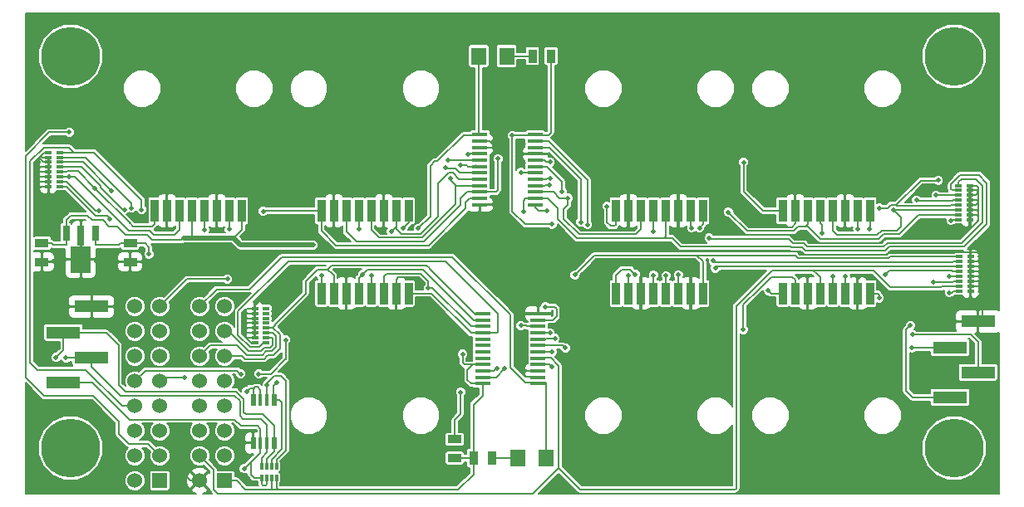
<source format=gtl>
G04 (created by PCBNEW (2013-mar-13)-testing) date Tue 15 Oct 2013 18:57:03 BST*
%MOIN*%
G04 Gerber Fmt 3.4, Leading zero omitted, Abs format*
%FSLAX34Y34*%
G01*
G70*
G90*
G04 APERTURE LIST*
%ADD10C,0.005906*%
%ADD11R,0.055000X0.035000*%
%ADD12R,0.062900X0.070900*%
%ADD13R,0.035000X0.055000*%
%ADD14R,0.027600X0.063000*%
%ADD15R,0.027600X0.082700*%
%ADD16R,0.078700X0.108300*%
%ADD17R,0.060000X0.060000*%
%ADD18C,0.060000*%
%ADD19R,0.025600X0.011800*%
%ADD20R,0.031890X0.090551*%
%ADD21R,0.031890X0.090157*%
%ADD22R,0.061024X0.016500*%
%ADD23C,0.236220*%
%ADD24R,0.137008X0.050000*%
%ADD25R,0.023622X0.045276*%
%ADD26R,0.017717X0.045276*%
%ADD27R,0.011800X0.025600*%
%ADD28C,0.019685*%
%ADD29C,0.007874*%
%ADD30C,0.019685*%
G04 APERTURE END LIST*
G54D10*
G54D11*
X14596Y-19329D03*
X14596Y-20079D03*
X18139Y-19329D03*
X18139Y-20079D03*
G54D12*
X33692Y-27952D03*
X34810Y-27952D03*
X33236Y-11811D03*
X32118Y-11811D03*
G54D13*
X31908Y-27952D03*
X32658Y-27952D03*
X35020Y-11811D03*
X34270Y-11811D03*
G54D14*
X16752Y-18937D03*
G54D15*
X16161Y-19035D03*
G54D14*
X15570Y-18937D03*
G54D16*
X16161Y-19980D03*
G54D17*
X19328Y-28864D03*
G54D18*
X18328Y-28864D03*
X19328Y-27864D03*
X18328Y-27864D03*
X19328Y-26864D03*
X18328Y-26864D03*
X19328Y-25864D03*
X18328Y-25864D03*
X19328Y-24864D03*
X18328Y-24864D03*
X19328Y-23864D03*
X18328Y-23864D03*
X19328Y-22864D03*
X18328Y-22864D03*
X19328Y-21864D03*
X18328Y-21864D03*
G54D17*
X21927Y-28864D03*
G54D18*
X20927Y-28864D03*
X21927Y-27864D03*
X20927Y-27864D03*
X21927Y-26864D03*
X20927Y-26864D03*
X21927Y-25864D03*
X20927Y-25864D03*
X21927Y-24864D03*
X20927Y-24864D03*
X21927Y-23864D03*
X20927Y-23864D03*
X21927Y-22864D03*
X20927Y-22864D03*
X21927Y-21864D03*
X20927Y-21864D03*
G54D19*
X51368Y-18385D03*
X51368Y-18188D03*
X51369Y-17992D03*
X51368Y-17795D03*
X51822Y-17795D03*
X51822Y-17992D03*
X51822Y-18188D03*
X51822Y-18385D03*
X51822Y-17598D03*
X51822Y-17401D03*
X51822Y-17204D03*
X51822Y-17007D03*
X51369Y-17007D03*
X51369Y-17204D03*
X51369Y-17401D03*
X51369Y-17598D03*
X51387Y-21250D03*
X51387Y-21053D03*
X51389Y-20856D03*
X51387Y-20659D03*
X51842Y-20659D03*
X51842Y-20856D03*
X51842Y-21053D03*
X51842Y-21250D03*
X51842Y-20462D03*
X51842Y-20265D03*
X51842Y-20068D03*
X51842Y-19872D03*
X51389Y-19871D03*
X51389Y-20068D03*
X51389Y-20265D03*
X51389Y-20462D03*
X23592Y-21948D03*
X23592Y-22145D03*
X23591Y-22342D03*
X23592Y-22539D03*
X23138Y-22539D03*
X23138Y-22342D03*
X23138Y-22145D03*
X23138Y-21948D03*
X23138Y-22736D03*
X23138Y-22933D03*
X23138Y-23129D03*
X23138Y-23326D03*
X23591Y-23327D03*
X23591Y-23130D03*
X23591Y-22933D03*
X23591Y-22736D03*
X15314Y-15679D03*
X15314Y-15875D03*
X15313Y-16072D03*
X15314Y-16269D03*
X14860Y-16269D03*
X14860Y-16072D03*
X14860Y-15875D03*
X14860Y-15679D03*
X14860Y-16466D03*
X14860Y-16663D03*
X14860Y-16860D03*
X14860Y-17057D03*
X15313Y-17057D03*
X15313Y-16860D03*
X15313Y-16663D03*
X15313Y-16466D03*
G54D20*
X29309Y-18023D03*
G54D21*
X28809Y-18023D03*
X28309Y-18023D03*
X27809Y-18023D03*
X27309Y-18023D03*
X26809Y-18023D03*
X26309Y-18023D03*
X25809Y-18023D03*
G54D20*
X25809Y-21346D03*
G54D21*
X26309Y-21346D03*
X26809Y-21346D03*
X27309Y-21346D03*
X27809Y-21346D03*
X28309Y-21346D03*
X28809Y-21346D03*
X29309Y-21346D03*
G54D20*
X41120Y-18023D03*
G54D21*
X40620Y-18023D03*
X40120Y-18023D03*
X39620Y-18023D03*
X39120Y-18023D03*
X38620Y-18023D03*
X38120Y-18023D03*
X37620Y-18023D03*
G54D20*
X47812Y-18023D03*
G54D21*
X47312Y-18023D03*
X46812Y-18023D03*
X46312Y-18023D03*
X45812Y-18023D03*
X45312Y-18023D03*
X44812Y-18023D03*
X44312Y-18023D03*
G54D20*
X37620Y-21346D03*
G54D21*
X38120Y-21346D03*
X38620Y-21346D03*
X39120Y-21346D03*
X39620Y-21346D03*
X40120Y-21346D03*
X40620Y-21346D03*
X41120Y-21346D03*
G54D20*
X44312Y-21346D03*
G54D21*
X44812Y-21346D03*
X45312Y-21346D03*
X45812Y-21346D03*
X46312Y-21346D03*
X46812Y-21346D03*
X47312Y-21346D03*
X47812Y-21346D03*
G54D20*
X22616Y-18023D03*
G54D21*
X22116Y-18023D03*
X21616Y-18023D03*
X21116Y-18023D03*
X20616Y-18023D03*
X20116Y-18023D03*
X19616Y-18023D03*
X19116Y-18023D03*
G54D22*
X32165Y-14970D03*
X32165Y-15226D03*
X32165Y-15482D03*
X32165Y-15738D03*
X32165Y-15994D03*
X32165Y-16250D03*
X32165Y-16504D03*
X32165Y-16760D03*
X32165Y-17016D03*
X32165Y-17272D03*
X32165Y-17528D03*
X32165Y-17784D03*
X34389Y-17784D03*
X34389Y-17528D03*
X34389Y-17272D03*
X34389Y-17016D03*
X34389Y-16760D03*
X34389Y-16504D03*
X34389Y-16250D03*
X34389Y-15994D03*
X34389Y-15738D03*
X34389Y-15482D03*
X34389Y-15226D03*
X34389Y-14970D03*
X34498Y-24969D03*
X34498Y-24713D03*
X34498Y-24457D03*
X34498Y-24201D03*
X34498Y-23945D03*
X34498Y-23689D03*
X34498Y-23435D03*
X34498Y-23179D03*
X34498Y-22923D03*
X34498Y-22667D03*
X34498Y-22411D03*
X34498Y-22155D03*
X32273Y-22155D03*
X32273Y-22411D03*
X32273Y-22667D03*
X32273Y-22923D03*
X32273Y-23179D03*
X32273Y-23435D03*
X32273Y-23689D03*
X32273Y-23945D03*
X32273Y-24201D03*
X32273Y-24457D03*
X32273Y-24713D03*
X32273Y-24969D03*
G54D23*
X15748Y-11811D03*
X15748Y-27559D03*
X51181Y-27559D03*
X51181Y-11811D03*
G54D24*
X15462Y-24921D03*
X16590Y-23921D03*
X15462Y-22921D03*
X16590Y-21870D03*
G54D25*
X23907Y-25639D03*
G54D26*
X23622Y-25639D03*
X23366Y-25639D03*
G54D25*
X23080Y-25639D03*
X23080Y-27352D03*
G54D26*
X23366Y-27352D03*
X23622Y-27352D03*
G54D25*
X23907Y-27352D03*
G54D27*
X24005Y-28295D03*
X23808Y-28295D03*
X23611Y-28295D03*
X23414Y-28295D03*
X23414Y-28748D03*
X23611Y-28748D03*
X23808Y-28748D03*
X24005Y-28748D03*
G54D11*
X31151Y-27953D03*
X31151Y-27203D03*
G54D24*
X51019Y-25523D03*
X52147Y-24523D03*
X51019Y-23523D03*
X52147Y-22472D03*
G54D28*
X47795Y-18750D03*
X43730Y-21230D03*
X46318Y-20649D03*
X40974Y-18710D03*
X39114Y-18868D03*
X38395Y-20580D03*
X39625Y-20629D03*
X27814Y-20610D03*
X25807Y-20629D03*
X27303Y-18750D03*
X29094Y-18720D03*
X25479Y-19397D03*
X45876Y-18915D03*
X31670Y-15743D03*
X22116Y-18769D03*
X17332Y-18366D03*
X30876Y-15993D03*
X21122Y-18779D03*
X16874Y-18007D03*
X35698Y-17519D03*
X50458Y-17398D03*
X34940Y-16993D03*
X49674Y-17601D03*
X37268Y-17846D03*
X34991Y-16713D03*
X47312Y-18750D03*
X50551Y-16801D03*
X48171Y-17923D03*
X33818Y-16486D03*
X48742Y-17994D03*
X35462Y-17253D03*
X42125Y-18079D03*
X22039Y-20771D03*
X51058Y-18418D03*
X42744Y-16078D03*
X34985Y-16071D03*
X15698Y-14872D03*
X31377Y-16203D03*
X15697Y-16653D03*
X30799Y-16287D03*
X16729Y-17126D03*
X28612Y-18858D03*
X17910Y-17975D03*
X30998Y-16719D03*
X17391Y-17212D03*
X32888Y-15933D03*
X18202Y-17908D03*
X18602Y-17982D03*
X23474Y-18041D03*
X40656Y-18715D03*
X41355Y-19123D03*
X34869Y-18015D03*
X20331Y-24716D03*
X23300Y-24575D03*
X22575Y-24575D03*
X33910Y-18057D03*
X24370Y-23212D03*
X27460Y-20580D03*
X30094Y-21125D03*
X42732Y-22791D03*
X35055Y-24292D03*
X50988Y-21320D03*
X46820Y-20669D03*
X50357Y-20880D03*
X35057Y-23696D03*
X48172Y-21525D03*
X35597Y-23533D03*
X50990Y-20659D03*
X48425Y-20580D03*
X38118Y-20622D03*
X35174Y-23153D03*
X41609Y-20325D03*
X39122Y-20614D03*
X34980Y-22924D03*
X33808Y-22631D03*
X41523Y-20039D03*
X40122Y-20606D03*
X34788Y-21875D03*
X35980Y-20600D03*
X29700Y-18728D03*
X23622Y-25039D03*
X36206Y-18475D03*
X32842Y-24350D03*
X15561Y-23927D03*
X49523Y-22996D03*
X24035Y-24921D03*
X36482Y-18579D03*
X33163Y-24371D03*
X15169Y-23921D03*
X49480Y-23527D03*
X22716Y-28389D03*
X49433Y-22629D03*
X17942Y-28356D03*
X15492Y-20895D03*
X33720Y-15354D03*
X33720Y-14517D03*
X14606Y-18799D03*
X19616Y-18730D03*
X19616Y-19429D03*
X29842Y-20964D03*
X30580Y-19606D03*
X26692Y-20433D03*
X45305Y-20649D03*
X46818Y-18732D03*
X28314Y-18795D03*
X26527Y-19102D03*
X24968Y-21251D03*
X45011Y-19714D03*
X44869Y-19019D03*
X22814Y-25275D03*
X31387Y-25314D03*
X31476Y-23789D03*
X35059Y-18572D03*
X33465Y-14998D03*
X18887Y-19763D03*
G54D29*
X47812Y-18732D02*
X47812Y-18023D01*
X47795Y-18750D02*
X47812Y-18732D01*
X47812Y-18023D02*
X47964Y-18023D01*
X17967Y-18981D02*
X18814Y-18981D01*
G54D30*
X20620Y-19114D02*
X20283Y-19114D01*
G54D29*
X15570Y-18396D02*
X15570Y-18937D01*
X16417Y-18218D02*
X15748Y-18218D01*
X17047Y-18405D02*
X16604Y-18405D01*
X17283Y-18641D02*
X17047Y-18405D01*
X17627Y-18641D02*
X17283Y-18641D01*
X17967Y-18981D02*
X17627Y-18641D01*
X16604Y-18405D02*
X16417Y-18218D01*
X15570Y-18396D02*
X15748Y-18218D01*
X20194Y-19202D02*
X20283Y-19114D01*
X19035Y-19202D02*
X20194Y-19202D01*
X18814Y-18981D02*
X19035Y-19202D01*
X44312Y-21346D02*
X43846Y-21346D01*
X43846Y-21346D02*
X43730Y-21230D01*
X46312Y-20655D02*
X46312Y-21346D01*
X46318Y-20649D02*
X46312Y-20655D01*
X41120Y-18023D02*
X41120Y-18564D01*
X41120Y-18564D02*
X40974Y-18710D01*
X39120Y-18023D02*
X39120Y-18862D01*
X39120Y-18862D02*
X39114Y-18868D01*
X37620Y-20618D02*
X37620Y-21346D01*
X37854Y-20383D02*
X37620Y-20618D01*
X38198Y-20383D02*
X37854Y-20383D01*
X38395Y-20580D02*
X38198Y-20383D01*
X39620Y-20635D02*
X39620Y-21346D01*
X39625Y-20629D02*
X39620Y-20635D01*
X27809Y-21346D02*
X27809Y-20616D01*
X27809Y-20616D02*
X27814Y-20610D01*
X25809Y-21346D02*
X25809Y-20631D01*
X25809Y-20631D02*
X25807Y-20629D01*
X27309Y-18023D02*
X27309Y-18744D01*
X27309Y-18744D02*
X27303Y-18750D01*
X29309Y-18023D02*
X29309Y-18505D01*
X29309Y-18505D02*
X29094Y-18720D01*
G54D30*
X25479Y-19397D02*
X23420Y-19397D01*
X22566Y-19397D02*
X23420Y-19397D01*
G54D29*
X22616Y-18023D02*
X22616Y-18781D01*
X22616Y-18781D02*
X22283Y-19114D01*
X45812Y-18023D02*
X45812Y-18515D01*
X45812Y-18515D02*
X45876Y-18579D01*
X45876Y-18579D02*
X45876Y-18915D01*
X20616Y-18023D02*
X20616Y-19114D01*
X20620Y-19133D02*
X20620Y-19114D01*
X20620Y-19118D02*
X20620Y-19133D01*
X20616Y-19114D02*
X20620Y-19118D01*
X22616Y-19348D02*
X22566Y-19397D01*
G54D30*
X22283Y-19114D02*
X20620Y-19114D01*
X22566Y-19397D02*
X22283Y-19114D01*
G54D29*
X15551Y-18917D02*
X15570Y-18937D01*
X14596Y-19329D02*
X14989Y-19329D01*
X15580Y-19173D02*
X15580Y-19389D01*
X15580Y-19173D02*
X15580Y-18956D01*
X15049Y-19389D02*
X14989Y-19329D01*
X15580Y-19389D02*
X15049Y-19389D01*
X32165Y-15738D02*
X31674Y-15738D01*
X31674Y-15738D02*
X31670Y-15743D01*
X32161Y-15743D02*
X32165Y-15738D01*
X22116Y-18023D02*
X22116Y-18769D01*
X15313Y-17057D02*
X15572Y-17057D01*
X17204Y-18238D02*
X17332Y-18366D01*
X17204Y-18238D02*
X16752Y-18238D01*
X15572Y-17057D02*
X16752Y-18238D01*
X32041Y-15993D02*
X32034Y-15986D01*
X30883Y-15986D02*
X30876Y-15993D01*
X32034Y-15986D02*
X30883Y-15986D01*
X21116Y-18023D02*
X21116Y-18773D01*
X21116Y-18773D02*
X21122Y-18779D01*
X16744Y-18007D02*
X16874Y-18007D01*
X15597Y-16860D02*
X16744Y-18007D01*
X15313Y-16860D02*
X15597Y-16860D01*
X35698Y-17519D02*
X35698Y-17779D01*
X38421Y-18972D02*
X38620Y-18773D01*
X38620Y-18773D02*
X38620Y-18023D01*
X35531Y-18358D02*
X35531Y-17946D01*
X36145Y-18972D02*
X35531Y-18358D01*
X38163Y-18972D02*
X36145Y-18972D01*
X38163Y-18972D02*
X38421Y-18972D01*
X35698Y-17779D02*
X35531Y-17946D01*
X34389Y-17272D02*
X35117Y-17272D01*
X35688Y-17509D02*
X35698Y-17519D01*
X35688Y-17509D02*
X35354Y-17509D01*
X35117Y-17272D02*
X35354Y-17509D01*
X50460Y-17401D02*
X50458Y-17398D01*
X50460Y-17401D02*
X51369Y-17401D01*
X34389Y-17016D02*
X34754Y-17016D01*
X34778Y-16993D02*
X34940Y-16993D01*
X34754Y-17016D02*
X34778Y-16993D01*
X49690Y-17617D02*
X49674Y-17601D01*
X51103Y-17617D02*
X49690Y-17617D01*
X51369Y-17598D02*
X51123Y-17598D01*
X51123Y-17598D02*
X51103Y-17617D01*
X37268Y-17846D02*
X37268Y-17977D01*
X37620Y-18580D02*
X37620Y-18023D01*
X37562Y-18638D02*
X37620Y-18580D01*
X37411Y-18638D02*
X37562Y-18638D01*
X37263Y-18490D02*
X37411Y-18638D01*
X37263Y-17981D02*
X37263Y-18490D01*
X37268Y-17977D02*
X37263Y-17981D01*
X37268Y-17846D02*
X37268Y-17846D01*
X34389Y-16760D02*
X34804Y-16760D01*
X34851Y-16713D02*
X34991Y-16713D01*
X34804Y-16760D02*
X34851Y-16713D01*
X47312Y-18023D02*
X47312Y-18750D01*
X49854Y-16811D02*
X48859Y-17805D01*
X50541Y-16811D02*
X49854Y-16811D01*
X50551Y-16801D02*
X50541Y-16811D01*
X48506Y-17923D02*
X48171Y-17923D01*
X48652Y-17777D02*
X48506Y-17923D01*
X48832Y-17777D02*
X48652Y-17777D01*
X48888Y-17833D02*
X48859Y-17805D01*
X48859Y-17805D02*
X48832Y-17777D01*
X51003Y-17833D02*
X48888Y-17833D01*
X51042Y-17795D02*
X51003Y-17833D01*
X51368Y-17795D02*
X51042Y-17795D01*
X33837Y-16504D02*
X34389Y-16504D01*
X33818Y-16486D02*
X33837Y-16504D01*
X48273Y-18811D02*
X48877Y-18811D01*
X48091Y-18992D02*
X48273Y-18811D01*
X48084Y-18992D02*
X48090Y-18992D01*
X46480Y-18992D02*
X46312Y-18824D01*
X46312Y-18023D02*
X46312Y-18824D01*
X46789Y-18992D02*
X48084Y-18992D01*
X46789Y-18992D02*
X46480Y-18992D01*
X48090Y-18992D02*
X48091Y-18992D01*
X49039Y-18291D02*
X48742Y-17994D01*
X49039Y-18649D02*
X49039Y-18291D01*
X48877Y-18811D02*
X49039Y-18649D01*
X51120Y-17994D02*
X51123Y-17991D01*
X48742Y-17994D02*
X51120Y-17994D01*
X51369Y-17991D02*
X51123Y-17991D01*
X34389Y-16250D02*
X34859Y-16250D01*
X35455Y-17246D02*
X35462Y-17253D01*
X35455Y-16846D02*
X34851Y-16243D01*
X35455Y-16846D02*
X35455Y-17246D01*
X34859Y-16250D02*
X34851Y-16243D01*
X48162Y-19150D02*
X48162Y-19144D01*
X45805Y-19150D02*
X48162Y-19150D01*
X45312Y-18657D02*
X45805Y-19150D01*
X45224Y-18657D02*
X45312Y-18657D01*
X48976Y-18968D02*
X49755Y-18188D01*
X48338Y-18968D02*
X48976Y-18968D01*
X48162Y-19144D02*
X48338Y-18968D01*
X45312Y-18023D02*
X45312Y-18568D01*
X45312Y-18568D02*
X45224Y-18657D01*
X44567Y-18838D02*
X44736Y-18838D01*
X42125Y-18079D02*
X42884Y-18838D01*
X42884Y-18838D02*
X44567Y-18838D01*
X44917Y-18657D02*
X45224Y-18657D01*
X44736Y-18838D02*
X44917Y-18657D01*
X20421Y-20771D02*
X22039Y-20771D01*
X19328Y-21864D02*
X20421Y-20771D01*
X49755Y-18188D02*
X51368Y-18188D01*
X51121Y-18385D02*
X51089Y-18418D01*
X51089Y-18418D02*
X51058Y-18418D01*
X51121Y-18385D02*
X51368Y-18385D01*
X44312Y-18023D02*
X43507Y-18023D01*
X42744Y-17259D02*
X42744Y-16078D01*
X43507Y-18023D02*
X42744Y-17259D01*
X34389Y-15994D02*
X34754Y-15994D01*
X34831Y-16071D02*
X34985Y-16071D01*
X34754Y-15994D02*
X34831Y-16071D01*
X13937Y-24537D02*
X13937Y-24708D01*
X13937Y-23946D02*
X13937Y-15836D01*
X13937Y-15836D02*
X14901Y-14872D01*
X14901Y-14872D02*
X15610Y-14872D01*
X19328Y-27852D02*
X19328Y-27864D01*
X18868Y-27391D02*
X18080Y-27391D01*
X19328Y-27852D02*
X18868Y-27391D01*
X15698Y-14872D02*
X15610Y-14872D01*
X13937Y-23946D02*
X13937Y-24537D01*
X17692Y-27003D02*
X18080Y-27391D01*
X17692Y-26492D02*
X17692Y-27003D01*
X16669Y-25468D02*
X17692Y-26492D01*
X14696Y-25468D02*
X16669Y-25468D01*
X13937Y-24708D02*
X14696Y-25468D01*
X32165Y-16250D02*
X31684Y-16250D01*
X31636Y-16203D02*
X31377Y-16203D01*
X31684Y-16250D02*
X31636Y-16203D01*
X20116Y-18633D02*
X20116Y-18791D01*
X20116Y-18023D02*
X20116Y-18633D01*
X15932Y-16653D02*
X15697Y-16653D01*
X18098Y-18819D02*
X15932Y-16653D01*
X18917Y-18819D02*
X18098Y-18819D01*
X19073Y-18976D02*
X18917Y-18819D01*
X19931Y-18976D02*
X19073Y-18976D01*
X20116Y-18791D02*
X19931Y-18976D01*
X15569Y-16653D02*
X15559Y-16663D01*
X15697Y-16653D02*
X15569Y-16653D01*
X15313Y-16663D02*
X15559Y-16663D01*
X32001Y-16203D02*
X32041Y-16243D01*
X30850Y-16338D02*
X30799Y-16287D01*
X32165Y-16504D02*
X32153Y-16493D01*
X31182Y-16338D02*
X31336Y-16493D01*
X31336Y-16493D02*
X32153Y-16493D01*
X31182Y-16338D02*
X30850Y-16338D01*
X18108Y-18505D02*
X18111Y-18505D01*
X19116Y-18561D02*
X19116Y-18023D01*
X19014Y-18662D02*
X19116Y-18561D01*
X18268Y-18662D02*
X19014Y-18662D01*
X18111Y-18505D02*
X18268Y-18662D01*
X16729Y-17126D02*
X18108Y-18505D01*
X18108Y-18505D02*
X18118Y-18515D01*
X15578Y-16466D02*
X15313Y-16466D01*
X15607Y-16437D02*
X15578Y-16466D01*
X16040Y-16437D02*
X15607Y-16437D01*
X16729Y-17126D02*
X16040Y-16437D01*
X32165Y-16760D02*
X31346Y-16760D01*
X28809Y-18750D02*
X28809Y-18023D01*
X29004Y-18945D02*
X28809Y-18750D01*
X29379Y-18945D02*
X29004Y-18945D01*
X29790Y-18945D02*
X29379Y-18945D01*
X30483Y-18251D02*
X29790Y-18945D01*
X30483Y-16927D02*
X30483Y-18251D01*
X30908Y-16502D02*
X30483Y-16927D01*
X31088Y-16502D02*
X30908Y-16502D01*
X31329Y-16743D02*
X31088Y-16502D01*
X31346Y-16760D02*
X31329Y-16743D01*
X32147Y-16743D02*
X32165Y-16760D01*
X28809Y-18661D02*
X28809Y-18023D01*
X28612Y-18858D02*
X28809Y-18661D01*
X16178Y-16269D02*
X15314Y-16269D01*
X16946Y-17036D02*
X16178Y-16269D01*
X16946Y-17076D02*
X16946Y-17036D01*
X17845Y-17975D02*
X16946Y-17076D01*
X17910Y-17975D02*
X17845Y-17975D01*
X32165Y-17016D02*
X31219Y-17016D01*
X30998Y-16796D02*
X30998Y-16719D01*
X31219Y-17016D02*
X30998Y-16796D01*
X28371Y-19102D02*
X28106Y-19102D01*
X28371Y-19102D02*
X29855Y-19102D01*
X29855Y-19102D02*
X31195Y-17762D01*
X31195Y-16993D02*
X31195Y-17762D01*
X27809Y-18805D02*
X27809Y-18023D01*
X28106Y-19102D02*
X27809Y-18805D01*
X16252Y-16073D02*
X17391Y-17212D01*
X15313Y-16073D02*
X16252Y-16073D01*
X32165Y-17272D02*
X32798Y-17272D01*
X32888Y-15933D02*
X32888Y-17183D01*
X32888Y-17183D02*
X32828Y-17243D01*
X32798Y-17272D02*
X32828Y-17243D01*
X32165Y-17272D02*
X31644Y-17272D01*
X29920Y-19260D02*
X29920Y-19260D01*
X31387Y-17793D02*
X29920Y-19260D01*
X31387Y-17529D02*
X31387Y-17793D01*
X31644Y-17272D02*
X31387Y-17529D01*
X18202Y-17716D02*
X16362Y-15875D01*
X27559Y-19260D02*
X27205Y-19260D01*
X26809Y-18864D02*
X26809Y-18023D01*
X27205Y-19260D02*
X26809Y-18864D01*
X16362Y-15875D02*
X15314Y-15875D01*
X18202Y-17908D02*
X18202Y-17716D01*
X27559Y-19260D02*
X29920Y-19260D01*
X29920Y-19260D02*
X29920Y-19260D01*
X27553Y-19260D02*
X27559Y-19260D01*
X18328Y-25864D02*
X17809Y-25864D01*
X14421Y-24417D02*
X14124Y-24120D01*
X16362Y-24417D02*
X14421Y-24417D01*
X17809Y-25864D02*
X16362Y-24417D01*
X32165Y-17528D02*
X31752Y-17528D01*
X26967Y-19417D02*
X30116Y-19417D01*
X25809Y-18836D02*
X25809Y-18023D01*
X26390Y-19417D02*
X25809Y-18836D01*
X26967Y-19417D02*
X26390Y-19417D01*
X31594Y-17939D02*
X30116Y-19417D01*
X31594Y-17687D02*
X31594Y-17939D01*
X31752Y-17528D02*
X31594Y-17687D01*
X15885Y-15679D02*
X16673Y-15679D01*
X18592Y-17598D02*
X16673Y-15679D01*
X18592Y-17972D02*
X18592Y-17598D01*
X18602Y-17982D02*
X18592Y-17972D01*
X25809Y-18023D02*
X23492Y-18023D01*
X23492Y-18023D02*
X23474Y-18041D01*
X15561Y-15487D02*
X15694Y-15487D01*
X15694Y-15487D02*
X15885Y-15679D01*
X14124Y-24120D02*
X14124Y-16033D01*
X14670Y-15487D02*
X14124Y-16033D01*
X14670Y-15487D02*
X15561Y-15487D01*
X15885Y-15679D02*
X15663Y-15679D01*
X15314Y-15679D02*
X15663Y-15679D01*
X34869Y-18015D02*
X34511Y-18015D01*
X34389Y-17893D02*
X34389Y-17784D01*
X34511Y-18015D02*
X34389Y-17893D01*
X40620Y-18023D02*
X40620Y-18678D01*
X40620Y-18678D02*
X40656Y-18715D01*
X51369Y-17007D02*
X51369Y-16872D01*
X41355Y-19123D02*
X41385Y-19153D01*
X41385Y-19153D02*
X44547Y-19153D01*
X44547Y-19153D02*
X44734Y-19340D01*
X44734Y-19340D02*
X45166Y-19340D01*
X45166Y-19340D02*
X45291Y-19465D01*
X45291Y-19465D02*
X48355Y-19465D01*
X48355Y-19465D02*
X48513Y-19307D01*
X48513Y-19307D02*
X51487Y-19307D01*
X51487Y-19307D02*
X52320Y-18475D01*
X52320Y-18475D02*
X52320Y-17010D01*
X52320Y-17010D02*
X52055Y-16745D01*
X52055Y-16745D02*
X51631Y-16745D01*
X51497Y-16745D02*
X51631Y-16745D01*
X51369Y-16872D02*
X51497Y-16745D01*
X19476Y-24716D02*
X19328Y-24864D01*
X20331Y-24716D02*
X19476Y-24716D01*
X34828Y-17974D02*
X34869Y-18015D01*
X24370Y-23212D02*
X24370Y-23979D01*
X23775Y-24575D02*
X23300Y-24575D01*
X24350Y-24000D02*
X23775Y-24575D01*
X24370Y-23979D02*
X24350Y-24000D01*
X33910Y-18057D02*
X33910Y-17613D01*
X33994Y-17528D02*
X33910Y-17613D01*
X34389Y-17528D02*
X33994Y-17528D01*
X24370Y-23212D02*
X24350Y-23232D01*
X35295Y-17962D02*
X35295Y-17933D01*
X34891Y-17528D02*
X34389Y-17528D01*
X35295Y-17933D02*
X34891Y-17528D01*
X39620Y-18023D02*
X39620Y-19061D01*
X39620Y-19061D02*
X39550Y-19130D01*
X40569Y-19465D02*
X40217Y-19465D01*
X36063Y-19130D02*
X39005Y-19130D01*
X39550Y-19130D02*
X39005Y-19130D01*
X35295Y-17959D02*
X35295Y-17962D01*
X35295Y-17962D02*
X35295Y-18362D01*
X35295Y-18362D02*
X36063Y-19130D01*
X51109Y-17204D02*
X51050Y-17145D01*
X51050Y-17145D02*
X51050Y-16969D01*
X51050Y-16969D02*
X51123Y-16896D01*
X51434Y-16585D02*
X51123Y-16896D01*
X52170Y-16585D02*
X51434Y-16585D01*
X52495Y-16910D02*
X52170Y-16585D01*
X52495Y-18565D02*
X52495Y-16910D01*
X51594Y-19465D02*
X52495Y-18565D01*
X48578Y-19465D02*
X51594Y-19465D01*
X48420Y-19623D02*
X48578Y-19465D01*
X45226Y-19623D02*
X48420Y-19623D01*
X45101Y-19497D02*
X45226Y-19623D01*
X44669Y-19497D02*
X45101Y-19497D01*
X44637Y-19465D02*
X44669Y-19497D01*
X40569Y-19465D02*
X44637Y-19465D01*
X51109Y-17204D02*
X51369Y-17204D01*
X39882Y-19130D02*
X39550Y-19130D01*
X40217Y-19465D02*
X39882Y-19130D01*
X22575Y-24575D02*
X22567Y-24575D01*
X22567Y-24575D02*
X22435Y-24442D01*
X22435Y-24442D02*
X18750Y-24442D01*
X18750Y-24442D02*
X18328Y-24864D01*
X22575Y-24575D02*
X22550Y-24550D01*
X18328Y-24864D02*
X18335Y-24864D01*
X26389Y-20208D02*
X26218Y-20208D01*
X30154Y-20327D02*
X30035Y-20208D01*
X30035Y-20208D02*
X26389Y-20208D01*
X31992Y-22187D02*
X30154Y-20350D01*
X32385Y-22187D02*
X31992Y-22187D01*
X30154Y-20350D02*
X30154Y-20327D01*
X26218Y-20208D02*
X26053Y-20374D01*
X26253Y-20569D02*
X26248Y-20569D01*
X26309Y-20625D02*
X26253Y-20569D01*
X25185Y-20854D02*
X25470Y-20569D01*
X25185Y-21341D02*
X25185Y-20854D01*
X23936Y-22590D02*
X25185Y-21341D01*
X23936Y-22637D02*
X23936Y-22590D01*
X23863Y-22710D02*
X23936Y-22637D01*
X26309Y-20625D02*
X26309Y-21346D01*
X25666Y-20374D02*
X25470Y-20569D01*
X26053Y-20374D02*
X25666Y-20374D01*
X26248Y-20569D02*
X26053Y-20374D01*
X23591Y-22736D02*
X23837Y-22736D01*
X23863Y-22710D02*
X23837Y-22736D01*
X24152Y-22999D02*
X23863Y-22710D01*
X24152Y-23569D02*
X24152Y-22999D01*
X23899Y-23822D02*
X24152Y-23569D01*
X23676Y-23822D02*
X23899Y-23822D01*
X23635Y-23864D02*
X23676Y-23822D01*
X23623Y-23864D02*
X23635Y-23864D01*
X23510Y-23976D02*
X23623Y-23864D01*
X22738Y-23976D02*
X23510Y-23976D01*
X22625Y-23864D02*
X22738Y-23976D01*
X21927Y-23864D02*
X22625Y-23864D01*
X27309Y-21346D02*
X27309Y-20732D01*
X27309Y-20732D02*
X27460Y-20580D01*
X27858Y-20385D02*
X27655Y-20385D01*
X32385Y-22437D02*
X31922Y-22437D01*
X31922Y-22437D02*
X29870Y-20385D01*
X29870Y-20385D02*
X27858Y-20385D01*
X27655Y-20385D02*
X27460Y-20580D01*
X23591Y-22933D02*
X23837Y-22933D01*
X23863Y-22933D02*
X23837Y-22933D01*
X23994Y-23065D02*
X23863Y-22933D01*
X23994Y-23504D02*
X23994Y-23065D01*
X23834Y-23665D02*
X23994Y-23504D01*
X23599Y-23665D02*
X23834Y-23665D01*
X23445Y-23819D02*
X23599Y-23665D01*
X22803Y-23819D02*
X23445Y-23819D01*
X22418Y-23434D02*
X22803Y-23819D01*
X21357Y-23434D02*
X22418Y-23434D01*
X20927Y-23864D02*
X21357Y-23434D01*
X30094Y-21125D02*
X30094Y-20852D01*
X30094Y-20852D02*
X29785Y-20543D01*
X29519Y-20543D02*
X29785Y-20543D01*
X28309Y-21346D02*
X28309Y-20643D01*
X28409Y-20543D02*
X28309Y-20643D01*
X29519Y-20543D02*
X28409Y-20543D01*
X29785Y-20543D02*
X29804Y-20543D01*
X32273Y-22667D02*
X31811Y-22667D01*
X30269Y-21125D02*
X30094Y-21125D01*
X31811Y-22667D02*
X30269Y-21125D01*
X30094Y-21125D02*
X30101Y-21119D01*
X23591Y-23130D02*
X23837Y-23130D01*
X23837Y-23438D02*
X23837Y-23130D01*
X23768Y-23507D02*
X23837Y-23438D01*
X23534Y-23507D02*
X23768Y-23507D01*
X23380Y-23661D02*
X23534Y-23507D01*
X22875Y-23661D02*
X23380Y-23661D01*
X22078Y-22864D02*
X22875Y-23661D01*
X21927Y-22864D02*
X22078Y-22864D01*
X32385Y-22937D02*
X31808Y-22937D01*
X30216Y-21346D02*
X29309Y-21346D01*
X31808Y-22937D02*
X30216Y-21346D01*
X32385Y-22937D02*
X32852Y-22937D01*
X32779Y-22047D02*
X30783Y-20051D01*
X30783Y-20051D02*
X24483Y-20051D01*
X24483Y-20051D02*
X22464Y-22070D01*
X22464Y-22070D02*
X22464Y-23027D01*
X22464Y-23027D02*
X22941Y-23504D01*
X22941Y-23504D02*
X23315Y-23504D01*
X23315Y-23504D02*
X23491Y-23327D01*
X23491Y-23327D02*
X23591Y-23327D01*
X32885Y-22152D02*
X32779Y-22047D01*
X32885Y-22905D02*
X32885Y-22152D01*
X32852Y-22937D02*
X32885Y-22905D01*
X43389Y-21141D02*
X43389Y-21141D01*
X43389Y-21141D02*
X42732Y-21798D01*
X42732Y-21798D02*
X42732Y-22791D01*
X43849Y-20681D02*
X44697Y-20681D01*
X43849Y-20681D02*
X43389Y-21141D01*
X44697Y-20681D02*
X44812Y-20797D01*
X44812Y-21346D02*
X44812Y-20797D01*
X35055Y-24292D02*
X35030Y-24292D01*
X34940Y-24201D02*
X34498Y-24201D01*
X35030Y-24292D02*
X34940Y-24201D01*
X51071Y-21320D02*
X51141Y-21250D01*
X50988Y-21320D02*
X51071Y-21320D01*
X51387Y-21250D02*
X51141Y-21250D01*
X48628Y-21098D02*
X48218Y-20688D01*
X50659Y-21098D02*
X50704Y-21053D01*
X48628Y-21098D02*
X50659Y-21098D01*
X51387Y-21053D02*
X50704Y-21053D01*
X47942Y-20422D02*
X47942Y-20423D01*
X48209Y-20688D02*
X47942Y-20422D01*
X48218Y-20688D02*
X48209Y-20688D01*
X47942Y-20423D02*
X47942Y-20423D01*
X47942Y-20423D02*
X45531Y-20423D01*
X45812Y-21346D02*
X45812Y-20704D01*
X45812Y-20704D02*
X45679Y-20570D01*
X45678Y-20570D02*
X45679Y-20570D01*
X45382Y-20423D02*
X45531Y-20423D01*
X45382Y-20423D02*
X43885Y-20423D01*
X43885Y-20423D02*
X42447Y-21861D01*
X42447Y-21861D02*
X42447Y-29179D01*
X42447Y-29179D02*
X42402Y-29224D01*
X42402Y-29224D02*
X36174Y-29224D01*
X35314Y-28364D02*
X36174Y-29224D01*
X45531Y-20423D02*
X45679Y-20570D01*
X34279Y-29399D02*
X35314Y-28364D01*
X21666Y-29399D02*
X34279Y-29399D01*
X21482Y-29216D02*
X21666Y-29399D01*
X21482Y-28419D02*
X21482Y-29216D01*
X20927Y-27864D02*
X21482Y-28419D01*
X34385Y-23937D02*
X34779Y-23937D01*
X35007Y-23937D02*
X34779Y-23937D01*
X35314Y-24245D02*
X35007Y-23937D01*
X35314Y-28364D02*
X35314Y-24245D01*
X46812Y-21346D02*
X46812Y-20677D01*
X46812Y-20677D02*
X46820Y-20669D01*
X51389Y-20855D02*
X51142Y-20855D01*
X34787Y-23696D02*
X34779Y-23687D01*
X35057Y-23696D02*
X34787Y-23696D01*
X34385Y-23687D02*
X34779Y-23687D01*
X51118Y-20880D02*
X51142Y-20855D01*
X50357Y-20880D02*
X51118Y-20880D01*
X47812Y-21346D02*
X48108Y-21346D01*
X48172Y-21410D02*
X48172Y-21525D01*
X48108Y-21346D02*
X48172Y-21410D01*
X35501Y-23437D02*
X34385Y-23437D01*
X35597Y-23533D02*
X35501Y-23437D01*
X51141Y-20659D02*
X51141Y-20659D01*
X50990Y-20659D02*
X51141Y-20659D01*
X51387Y-20659D02*
X51141Y-20659D01*
X51389Y-20462D02*
X51112Y-20462D01*
X51112Y-20462D02*
X51072Y-20422D01*
X51072Y-20422D02*
X48583Y-20422D01*
X48583Y-20422D02*
X48425Y-20580D01*
X38120Y-21346D02*
X38120Y-20624D01*
X38120Y-20624D02*
X38118Y-20622D01*
X34814Y-23153D02*
X34779Y-23187D01*
X35174Y-23153D02*
X34814Y-23153D01*
X34385Y-23187D02*
X34779Y-23187D01*
X35174Y-23100D02*
X35174Y-23153D01*
X51389Y-20265D02*
X51142Y-20265D01*
X41669Y-20265D02*
X51142Y-20265D01*
X41609Y-20325D02*
X41669Y-20265D01*
X39120Y-20616D02*
X39120Y-21346D01*
X39122Y-20614D02*
X39120Y-20616D01*
X34980Y-22924D02*
X34967Y-22937D01*
X34967Y-22937D02*
X34385Y-22937D01*
X34498Y-22667D02*
X34045Y-22667D01*
X34009Y-22631D02*
X33808Y-22631D01*
X34045Y-22667D02*
X34009Y-22631D01*
X41757Y-20095D02*
X41580Y-20095D01*
X51142Y-20068D02*
X51115Y-20095D01*
X51115Y-20095D02*
X41757Y-20095D01*
X51389Y-20068D02*
X51142Y-20068D01*
X41580Y-20095D02*
X41523Y-20039D01*
X40120Y-20608D02*
X40120Y-21346D01*
X40122Y-20606D02*
X40120Y-20608D01*
X34788Y-21875D02*
X35153Y-21875D01*
X35153Y-21875D02*
X35236Y-21958D01*
X35236Y-21958D02*
X35236Y-22273D01*
X35236Y-22273D02*
X35097Y-22411D01*
X35097Y-22411D02*
X34498Y-22411D01*
X41120Y-21346D02*
X41120Y-20072D01*
X41120Y-20072D02*
X40860Y-19812D01*
X41637Y-19812D02*
X40860Y-19812D01*
X40860Y-19812D02*
X36768Y-19812D01*
X36768Y-19812D02*
X36260Y-20321D01*
X36260Y-20321D02*
X35980Y-20600D01*
X34722Y-22437D02*
X34385Y-22437D01*
X51389Y-19871D02*
X51142Y-19871D01*
X48618Y-19871D02*
X51142Y-19871D01*
X48551Y-19938D02*
X48618Y-19871D01*
X44928Y-19938D02*
X48551Y-19938D01*
X44803Y-19812D02*
X44928Y-19938D01*
X41634Y-19812D02*
X41637Y-19812D01*
X41637Y-19812D02*
X44803Y-19812D01*
X32118Y-11811D02*
X32118Y-12283D01*
X32118Y-14993D02*
X32118Y-12283D01*
X32118Y-14993D02*
X32435Y-14993D01*
X30170Y-18258D02*
X29700Y-18728D01*
X30170Y-16227D02*
X30170Y-18258D01*
X30358Y-16039D02*
X30170Y-16227D01*
X30457Y-16039D02*
X30358Y-16039D01*
X31504Y-14993D02*
X30457Y-16039D01*
X32118Y-14993D02*
X31504Y-14993D01*
X34810Y-27952D02*
X34810Y-27480D01*
X34810Y-24969D02*
X34779Y-24937D01*
X34810Y-27480D02*
X34810Y-24969D01*
X34582Y-24937D02*
X34779Y-24937D01*
X34582Y-24937D02*
X34385Y-24937D01*
X34385Y-24937D02*
X33992Y-24937D01*
X21612Y-21178D02*
X20927Y-21864D01*
X22932Y-21178D02*
X21612Y-21178D01*
X24234Y-19876D02*
X22932Y-21178D01*
X31055Y-19876D02*
X24234Y-19876D01*
X33379Y-22201D02*
X31055Y-19876D01*
X33379Y-24325D02*
X33379Y-22201D01*
X33992Y-24937D02*
X33379Y-24325D01*
X23917Y-24655D02*
X23789Y-24783D01*
X23917Y-24655D02*
X24192Y-24655D01*
X24192Y-24655D02*
X24389Y-24852D01*
X24389Y-24852D02*
X24389Y-27653D01*
X24389Y-27653D02*
X24005Y-28037D01*
X24005Y-28295D02*
X24005Y-28037D01*
X23622Y-24950D02*
X23622Y-25039D01*
X23789Y-24783D02*
X23622Y-24950D01*
X23622Y-25639D02*
X23622Y-25039D01*
X34389Y-15482D02*
X34942Y-15482D01*
X36206Y-16747D02*
X36206Y-18475D01*
X34952Y-15493D02*
X36206Y-16747D01*
X34942Y-15482D02*
X34952Y-15493D01*
X34399Y-15493D02*
X34389Y-15482D01*
X32735Y-24457D02*
X32842Y-24350D01*
X32273Y-24457D02*
X32735Y-24457D01*
X51850Y-23003D02*
X49531Y-23003D01*
X52147Y-23301D02*
X51850Y-23003D01*
X15566Y-23921D02*
X15561Y-23927D01*
X16590Y-23921D02*
X15566Y-23921D01*
X52147Y-23301D02*
X52147Y-24523D01*
X49531Y-23003D02*
X49523Y-22996D01*
X17836Y-25442D02*
X17746Y-25442D01*
X23622Y-26624D02*
X23385Y-26387D01*
X23385Y-26387D02*
X22657Y-26387D01*
X22657Y-26387D02*
X22539Y-26269D01*
X22539Y-26269D02*
X22539Y-25665D01*
X22539Y-25665D02*
X22316Y-25442D01*
X22316Y-25442D02*
X17836Y-25442D01*
X23622Y-27352D02*
X23622Y-26624D01*
X16590Y-24287D02*
X16590Y-23921D01*
X17746Y-25442D02*
X16590Y-24287D01*
X23414Y-28295D02*
X23414Y-27943D01*
X23622Y-27736D02*
X23622Y-27352D01*
X23414Y-27943D02*
X23622Y-27736D01*
X23808Y-28295D02*
X23808Y-28012D01*
X24133Y-25639D02*
X23907Y-25639D01*
X24232Y-25738D02*
X24133Y-25639D01*
X24232Y-27588D02*
X24232Y-25738D01*
X23808Y-28012D02*
X24232Y-27588D01*
X24035Y-24921D02*
X23897Y-25059D01*
X23897Y-25629D02*
X23907Y-25639D01*
X23897Y-25059D02*
X23897Y-25629D01*
X34389Y-15226D02*
X34930Y-15226D01*
X34947Y-15243D02*
X36482Y-16778D01*
X36482Y-16778D02*
X36482Y-18579D01*
X34930Y-15226D02*
X34947Y-15243D01*
X32820Y-24713D02*
X33163Y-24371D01*
X32273Y-24713D02*
X32820Y-24713D01*
X51019Y-23523D02*
X49484Y-23523D01*
X15462Y-23627D02*
X15169Y-23921D01*
X15462Y-23627D02*
X15462Y-22921D01*
X49484Y-23523D02*
X49480Y-23527D01*
X23907Y-27352D02*
X23907Y-26643D01*
X17173Y-22921D02*
X15462Y-22921D01*
X17677Y-23425D02*
X17173Y-22921D01*
X17677Y-25009D02*
X17677Y-23425D01*
X17952Y-25285D02*
X17677Y-25009D01*
X22381Y-25285D02*
X17952Y-25285D01*
X22696Y-25600D02*
X22381Y-25285D01*
X22696Y-26122D02*
X22696Y-25600D01*
X22775Y-26200D02*
X22696Y-26122D01*
X23464Y-26200D02*
X22775Y-26200D01*
X23907Y-26643D02*
X23464Y-26200D01*
X23611Y-28295D02*
X23611Y-27982D01*
X23907Y-27687D02*
X23907Y-27352D01*
X23611Y-27982D02*
X23907Y-27687D01*
X49511Y-25523D02*
X49259Y-25271D01*
X22982Y-28129D02*
X22976Y-28129D01*
X22976Y-28129D02*
X22716Y-28389D01*
X49511Y-25523D02*
X51019Y-25523D01*
X49259Y-22803D02*
X49259Y-25271D01*
X49433Y-22629D02*
X49259Y-22803D01*
X15462Y-24921D02*
X16624Y-24921D01*
X23366Y-26781D02*
X23257Y-26673D01*
X23257Y-26673D02*
X22598Y-26673D01*
X22598Y-26673D02*
X22332Y-26407D01*
X22332Y-26407D02*
X18110Y-26407D01*
X18110Y-26407D02*
X16624Y-24921D01*
X23366Y-26781D02*
X23366Y-27352D01*
X23366Y-27352D02*
X23366Y-27746D01*
X23108Y-28748D02*
X23414Y-28748D01*
X22982Y-28622D02*
X23108Y-28748D01*
X22982Y-28129D02*
X22982Y-28622D01*
X23366Y-27746D02*
X22982Y-28129D01*
X23414Y-28748D02*
X23414Y-29005D01*
X23611Y-29006D02*
X23611Y-28748D01*
X23572Y-29045D02*
X23611Y-29006D01*
X23454Y-29045D02*
X23572Y-29045D01*
X23414Y-29005D02*
X23454Y-29045D01*
X52332Y-22574D02*
X52332Y-21507D01*
X52332Y-21507D02*
X52215Y-21390D01*
X52215Y-21390D02*
X52063Y-21541D01*
X52215Y-20975D02*
X52215Y-21390D01*
X52215Y-20775D02*
X52215Y-20975D01*
X52136Y-21053D02*
X52215Y-20975D01*
X48825Y-21541D02*
X48871Y-21541D01*
X47883Y-20600D02*
X48825Y-21541D01*
X47509Y-20600D02*
X47883Y-20600D01*
X51842Y-21250D02*
X51842Y-21467D01*
X51842Y-21467D02*
X51916Y-21541D01*
X52063Y-21541D02*
X51916Y-21541D01*
X51916Y-21541D02*
X51550Y-21541D01*
X48877Y-21541D02*
X51550Y-21541D01*
X52133Y-20856D02*
X52215Y-20775D01*
X52150Y-20659D02*
X52215Y-20595D01*
X52147Y-20462D02*
X52215Y-20395D01*
X52215Y-20190D02*
X52215Y-20395D01*
X52215Y-20395D02*
X52215Y-20595D01*
X52215Y-20595D02*
X52215Y-20775D01*
X20374Y-27608D02*
X20374Y-28311D01*
X20374Y-27608D02*
X20629Y-27352D01*
X23080Y-27352D02*
X20629Y-27352D01*
X20374Y-28311D02*
X20927Y-28864D01*
X20049Y-28366D02*
X20374Y-28690D01*
X17952Y-28366D02*
X20049Y-28366D01*
X17942Y-28356D02*
X17952Y-28366D01*
X15492Y-20895D02*
X16161Y-20895D01*
X14860Y-17057D02*
X14507Y-17057D01*
X14507Y-17057D02*
X14360Y-17204D01*
X20927Y-28864D02*
X20547Y-28864D01*
X20547Y-28864D02*
X20374Y-28690D01*
X33164Y-15831D02*
X33164Y-14778D01*
X34379Y-15728D02*
X34389Y-15738D01*
X33799Y-15728D02*
X34379Y-15728D01*
X33720Y-15649D02*
X33799Y-15728D01*
X33720Y-15354D02*
X33720Y-15649D01*
X33425Y-14517D02*
X33720Y-14517D01*
X33164Y-14778D02*
X33425Y-14517D01*
X32165Y-15226D02*
X32559Y-15226D01*
X32559Y-15226D02*
X32815Y-15482D01*
X32165Y-17784D02*
X32628Y-17784D01*
X32815Y-15482D02*
X32165Y-15482D01*
X33169Y-15836D02*
X33164Y-15831D01*
X33164Y-15831D02*
X32815Y-15482D01*
X33169Y-17244D02*
X33169Y-15836D01*
X32628Y-17784D02*
X33169Y-17244D01*
X16590Y-21870D02*
X16590Y-21324D01*
X16590Y-21324D02*
X16161Y-20895D01*
X16161Y-20895D02*
X16161Y-19980D01*
X14360Y-18553D02*
X14606Y-18799D01*
X14360Y-17204D02*
X14360Y-18553D01*
X14360Y-16958D02*
X14360Y-17204D01*
X14458Y-16860D02*
X14360Y-16958D01*
X14360Y-16761D02*
X14360Y-16958D01*
X14458Y-16663D02*
X14360Y-16761D01*
X14360Y-16525D02*
X14360Y-16761D01*
X14419Y-16466D02*
X14360Y-16525D01*
X14360Y-16259D02*
X14360Y-16525D01*
X14370Y-16269D02*
X14360Y-16259D01*
X14360Y-16020D02*
X14360Y-16259D01*
X14476Y-15903D02*
X14360Y-16020D01*
X14645Y-16072D02*
X14476Y-15903D01*
X14565Y-15815D02*
X14476Y-15903D01*
X33992Y-24687D02*
X33979Y-24687D01*
X34385Y-24687D02*
X33992Y-24687D01*
X33848Y-24557D02*
X33848Y-24457D01*
X33979Y-24687D02*
X33848Y-24557D01*
X33592Y-24035D02*
X33592Y-24212D01*
X34385Y-22187D02*
X33934Y-22187D01*
X33934Y-22187D02*
X33592Y-22530D01*
X33592Y-22530D02*
X33592Y-24035D01*
X33837Y-24457D02*
X33848Y-24457D01*
X33848Y-24457D02*
X34498Y-24457D01*
X33592Y-24212D02*
X33837Y-24457D01*
X34498Y-22155D02*
X34498Y-21859D01*
X35637Y-20719D02*
X35764Y-20719D01*
X34498Y-21859D02*
X35637Y-20719D01*
X34971Y-15743D02*
X34393Y-15743D01*
X34393Y-15743D02*
X34389Y-15738D01*
X37839Y-18796D02*
X37955Y-18796D01*
X37839Y-18796D02*
X36220Y-18796D01*
X36220Y-18796D02*
X35925Y-18501D01*
X35925Y-18501D02*
X35925Y-16697D01*
X35925Y-16697D02*
X34971Y-15743D01*
X38120Y-18023D02*
X38120Y-18631D01*
X37955Y-18796D02*
X38120Y-18631D01*
X34385Y-15743D02*
X34389Y-15738D01*
X30580Y-19606D02*
X30590Y-19606D01*
X32165Y-18031D02*
X32165Y-17784D01*
X30590Y-19606D02*
X32165Y-18031D01*
X47312Y-21346D02*
X47312Y-20797D01*
X47312Y-20797D02*
X47509Y-20600D01*
X48240Y-19307D02*
X48255Y-19307D01*
X44869Y-19019D02*
X44869Y-19019D01*
X45147Y-19019D02*
X44869Y-19019D01*
X45435Y-19307D02*
X45147Y-19019D01*
X48240Y-19307D02*
X45435Y-19307D01*
X49433Y-19133D02*
X49864Y-18702D01*
X48429Y-19133D02*
X49433Y-19133D01*
X48255Y-19307D02*
X48429Y-19133D01*
X19616Y-18023D02*
X19616Y-18730D01*
X19625Y-19438D02*
X19625Y-20039D01*
X19616Y-19429D02*
X19625Y-19438D01*
X36348Y-20831D02*
X36353Y-20831D01*
X38620Y-20381D02*
X38620Y-21346D01*
X38395Y-20157D02*
X38620Y-20381D01*
X37027Y-20157D02*
X38395Y-20157D01*
X36353Y-20831D02*
X37027Y-20157D01*
X30172Y-19611D02*
X30575Y-19611D01*
X28809Y-20785D02*
X28893Y-20700D01*
X28893Y-20700D02*
X29578Y-20700D01*
X29578Y-20700D02*
X29842Y-20964D01*
X28809Y-20785D02*
X28809Y-21346D01*
X30575Y-19611D02*
X30580Y-19606D01*
X26809Y-21346D02*
X26809Y-20549D01*
X26809Y-20549D02*
X26692Y-20433D01*
X45312Y-21346D02*
X45312Y-20657D01*
X45312Y-20657D02*
X45305Y-20649D01*
X46818Y-18732D02*
X46818Y-18029D01*
X46818Y-18029D02*
X46812Y-18023D01*
X46812Y-18726D02*
X46818Y-18732D01*
X44811Y-18540D02*
X44811Y-18024D01*
X44811Y-18024D02*
X44812Y-18023D01*
X40536Y-18932D02*
X40349Y-18932D01*
X41904Y-18893D02*
X41177Y-18893D01*
X41177Y-18893D02*
X41139Y-18932D01*
X41139Y-18932D02*
X40536Y-18932D01*
X40120Y-18702D02*
X40120Y-18023D01*
X40349Y-18932D02*
X40120Y-18702D01*
X40126Y-18030D02*
X40120Y-18023D01*
X28309Y-18023D02*
X28309Y-18789D01*
X28309Y-18789D02*
X28314Y-18795D01*
X26654Y-19616D02*
X22043Y-19616D01*
X26309Y-18023D02*
X26309Y-18883D01*
X26309Y-18883D02*
X26527Y-19102D01*
X26527Y-19102D02*
X26531Y-19106D01*
X22043Y-19616D02*
X21793Y-19616D01*
X21793Y-19616D02*
X21330Y-20079D01*
X44385Y-18680D02*
X44671Y-18680D01*
X41904Y-18893D02*
X41904Y-17990D01*
X41904Y-17990D02*
X42061Y-17834D01*
X42061Y-17834D02*
X42978Y-17834D01*
X42978Y-17834D02*
X43825Y-18680D01*
X43825Y-18680D02*
X44385Y-18680D01*
X44671Y-18680D02*
X44811Y-18540D01*
X44811Y-18540D02*
X44812Y-18539D01*
X51822Y-17204D02*
X52089Y-17204D01*
X52089Y-17204D02*
X52162Y-17277D01*
X51822Y-17598D02*
X52093Y-17598D01*
X52162Y-17667D02*
X52162Y-17702D01*
X52093Y-17598D02*
X52162Y-17667D01*
X51822Y-17401D02*
X52038Y-17401D01*
X52038Y-17401D02*
X52162Y-17277D01*
X51822Y-17795D02*
X52069Y-17795D01*
X52069Y-17795D02*
X52162Y-17702D01*
X52162Y-17702D02*
X52162Y-17702D01*
X51822Y-17992D02*
X52087Y-17992D01*
X52087Y-17992D02*
X52162Y-18067D01*
X51822Y-18188D02*
X52098Y-18188D01*
X52098Y-18188D02*
X52162Y-18252D01*
X51822Y-18385D02*
X51822Y-18587D01*
X51822Y-18587D02*
X51707Y-18702D01*
X51822Y-17007D02*
X52095Y-17007D01*
X51506Y-18702D02*
X49864Y-18702D01*
X51707Y-18702D02*
X51506Y-18702D01*
X51870Y-18702D02*
X51707Y-18702D01*
X52162Y-18409D02*
X51870Y-18702D01*
X52162Y-17075D02*
X52162Y-17277D01*
X52162Y-17277D02*
X52162Y-17412D01*
X52162Y-17412D02*
X52162Y-17702D01*
X52162Y-17702D02*
X52162Y-18067D01*
X52162Y-18067D02*
X52162Y-18252D01*
X52162Y-18252D02*
X52162Y-18409D01*
X52095Y-17007D02*
X52162Y-17075D01*
X51842Y-21053D02*
X52136Y-21053D01*
X51842Y-20856D02*
X52133Y-20856D01*
X51842Y-20659D02*
X52150Y-20659D01*
X51842Y-20462D02*
X52147Y-20462D01*
X51842Y-20265D02*
X52139Y-20265D01*
X52139Y-20265D02*
X52215Y-20190D01*
X51842Y-20068D02*
X52131Y-20068D01*
X52131Y-20068D02*
X52215Y-19985D01*
X51842Y-19872D02*
X51842Y-19752D01*
X51842Y-19752D02*
X51777Y-19687D01*
X51657Y-19687D02*
X51777Y-19687D01*
X51777Y-19687D02*
X52107Y-19687D01*
X52215Y-19795D02*
X52215Y-19985D01*
X52215Y-19985D02*
X52215Y-20190D01*
X52107Y-19687D02*
X52215Y-19795D01*
X23138Y-22145D02*
X22834Y-22145D01*
X22834Y-22145D02*
X22649Y-22330D01*
X23138Y-22342D02*
X22792Y-22342D01*
X22792Y-22342D02*
X22649Y-22485D01*
X23138Y-22539D02*
X22737Y-22539D01*
X22737Y-22539D02*
X22649Y-22627D01*
X23138Y-22736D02*
X22773Y-22736D01*
X22773Y-22736D02*
X22649Y-22860D01*
X23138Y-22933D02*
X22706Y-22933D01*
X22706Y-22933D02*
X22649Y-22990D01*
X23138Y-23129D02*
X22789Y-23129D01*
X22789Y-23129D02*
X22787Y-23127D01*
X23138Y-21948D02*
X22808Y-21948D01*
X23138Y-23346D02*
X23138Y-23326D01*
X23006Y-23346D02*
X23138Y-23346D01*
X22649Y-22990D02*
X22787Y-23127D01*
X22787Y-23127D02*
X23006Y-23346D01*
X22649Y-22107D02*
X22649Y-22330D01*
X22649Y-22330D02*
X22649Y-22485D01*
X22649Y-22485D02*
X22649Y-22627D01*
X22649Y-22627D02*
X22649Y-22860D01*
X22649Y-22860D02*
X22649Y-22990D01*
X22808Y-21948D02*
X22649Y-22107D01*
X23138Y-21948D02*
X23138Y-21812D01*
X24968Y-21251D02*
X23835Y-21251D01*
X23699Y-21251D02*
X23835Y-21251D01*
X23138Y-21812D02*
X23699Y-21251D01*
X14860Y-16860D02*
X14458Y-16860D01*
X14860Y-16663D02*
X14458Y-16663D01*
X14860Y-16466D02*
X14419Y-16466D01*
X14860Y-16269D02*
X14370Y-16269D01*
X14860Y-16072D02*
X14645Y-16072D01*
X14860Y-15875D02*
X14625Y-15875D01*
X14625Y-15875D02*
X14565Y-15815D01*
X14860Y-15679D02*
X14701Y-15679D01*
X14701Y-15679D02*
X14565Y-15815D01*
X18139Y-20079D02*
X21330Y-20079D01*
X21330Y-20079D02*
X21337Y-20079D01*
X21337Y-20079D02*
X21358Y-20059D01*
X21358Y-20059D02*
X21358Y-20052D01*
X16171Y-19054D02*
X16171Y-19999D01*
X15069Y-19999D02*
X14989Y-20079D01*
X14746Y-20079D02*
X14596Y-20079D01*
X14746Y-20079D02*
X14989Y-20079D01*
X16171Y-19999D02*
X15069Y-19999D01*
X16171Y-19999D02*
X16682Y-19999D01*
X17943Y-20079D02*
X17746Y-20079D01*
X16762Y-20079D02*
X17746Y-20079D01*
X16682Y-19999D02*
X16762Y-20079D01*
X51656Y-19686D02*
X51657Y-19687D01*
X48580Y-19686D02*
X51656Y-19686D01*
X48486Y-19780D02*
X48580Y-19686D01*
X45077Y-19780D02*
X48486Y-19780D01*
X45011Y-19714D02*
X45077Y-19780D01*
X17943Y-20079D02*
X18139Y-20079D01*
X26654Y-19616D02*
X29746Y-19616D01*
X30168Y-19616D02*
X30172Y-19611D01*
X29746Y-19616D02*
X30168Y-19616D01*
X35876Y-20831D02*
X35764Y-20719D01*
X36386Y-20831D02*
X36348Y-20831D01*
X36348Y-20831D02*
X35876Y-20831D01*
X32238Y-17743D02*
X32041Y-17743D01*
X35764Y-20430D02*
X35764Y-20719D01*
X35784Y-20409D02*
X35764Y-20430D01*
X44952Y-19655D02*
X45011Y-19714D01*
X44603Y-19655D02*
X44952Y-19655D01*
X44593Y-19645D02*
X44603Y-19655D01*
X36549Y-19645D02*
X44593Y-19645D01*
X35784Y-20409D02*
X36549Y-19645D01*
X42006Y-18995D02*
X41904Y-18893D01*
X44845Y-18995D02*
X42006Y-18995D01*
X44869Y-19019D02*
X44845Y-18995D01*
X33692Y-27952D02*
X32658Y-27952D01*
X22814Y-25275D02*
X22942Y-25147D01*
X23169Y-25106D02*
X23127Y-25147D01*
X22942Y-25147D02*
X23127Y-25147D01*
X31151Y-26437D02*
X31151Y-27203D01*
X31387Y-26200D02*
X31151Y-26437D01*
X31387Y-25314D02*
X31387Y-26200D01*
X23366Y-25639D02*
X23366Y-25208D01*
X23080Y-25194D02*
X23080Y-25216D01*
X23080Y-25216D02*
X23080Y-25639D01*
X23169Y-25106D02*
X23080Y-25194D01*
X23263Y-25106D02*
X23169Y-25106D01*
X23366Y-25208D02*
X23263Y-25106D01*
X33236Y-11811D02*
X34270Y-11811D01*
X35059Y-18572D02*
X33986Y-18572D01*
X31564Y-24201D02*
X31476Y-24114D01*
X31476Y-24114D02*
X31476Y-23789D01*
X32273Y-24201D02*
X31564Y-24201D01*
X33465Y-18051D02*
X33465Y-14998D01*
X33986Y-18572D02*
X33465Y-18051D01*
X31151Y-27953D02*
X31907Y-27953D01*
X31907Y-27953D02*
X31908Y-27952D01*
X24005Y-28748D02*
X24005Y-29143D01*
X24005Y-29143D02*
X24086Y-29224D01*
X23808Y-28748D02*
X23808Y-29172D01*
X23808Y-29172D02*
X23860Y-29224D01*
X23683Y-29224D02*
X22768Y-29224D01*
X22768Y-29224D02*
X22407Y-28864D01*
X22407Y-28864D02*
X21927Y-28864D01*
X23870Y-29224D02*
X23860Y-29224D01*
X23860Y-29224D02*
X23683Y-29224D01*
X23917Y-29224D02*
X23870Y-29224D01*
X24524Y-29224D02*
X24086Y-29224D01*
X24086Y-29224D02*
X23917Y-29224D01*
X23917Y-29224D02*
X23914Y-29224D01*
X31295Y-29224D02*
X31908Y-28611D01*
X31908Y-28611D02*
X31908Y-27952D01*
X24524Y-29224D02*
X30567Y-29224D01*
X30567Y-29224D02*
X31295Y-29224D01*
X32273Y-24201D02*
X31880Y-24201D01*
X31820Y-24969D02*
X32273Y-24969D01*
X31663Y-24812D02*
X31820Y-24969D01*
X31663Y-24419D02*
X31663Y-24812D01*
X31880Y-24201D02*
X31663Y-24419D01*
X31908Y-27952D02*
X31908Y-25808D01*
X32273Y-25442D02*
X32273Y-24969D01*
X31908Y-25808D02*
X32273Y-25442D01*
X18887Y-19763D02*
X18887Y-19478D01*
X18739Y-19329D02*
X18139Y-19329D01*
X18887Y-19478D02*
X18739Y-19329D01*
X33471Y-14993D02*
X33465Y-14998D01*
X34904Y-14993D02*
X34435Y-14993D01*
X35020Y-14876D02*
X34904Y-14993D01*
X35020Y-11811D02*
X35020Y-14876D01*
X34435Y-14993D02*
X33471Y-14993D01*
X32385Y-24937D02*
X32139Y-24937D01*
X17686Y-19389D02*
X16762Y-19389D01*
X17746Y-19329D02*
X17686Y-19389D01*
X16762Y-18956D02*
X16762Y-19389D01*
X18139Y-19329D02*
X17746Y-19329D01*
G54D10*
G36*
X16352Y-18061D02*
X15748Y-18061D01*
X15687Y-18073D01*
X15636Y-18107D01*
X15636Y-18107D01*
X15459Y-18284D01*
X15424Y-18335D01*
X15412Y-18396D01*
X15412Y-18503D01*
X15408Y-18503D01*
X15365Y-18521D01*
X15332Y-18555D01*
X15314Y-18598D01*
X15314Y-18645D01*
X15314Y-19232D01*
X15115Y-19232D01*
X15101Y-19218D01*
X15049Y-19184D01*
X14989Y-19172D01*
X14989Y-19172D01*
X14989Y-19131D01*
X14971Y-19087D01*
X14938Y-19054D01*
X14894Y-19036D01*
X14847Y-19036D01*
X14297Y-19036D01*
X14281Y-19043D01*
X14281Y-16098D01*
X14493Y-15887D01*
X14493Y-15895D01*
X14522Y-15895D01*
X14500Y-15947D01*
X14493Y-15955D01*
X14493Y-15966D01*
X14493Y-15982D01*
X14493Y-15993D01*
X14500Y-16000D01*
X14529Y-16070D01*
X14531Y-16072D01*
X14529Y-16075D01*
X14500Y-16144D01*
X14493Y-16152D01*
X14493Y-16163D01*
X14493Y-16179D01*
X14493Y-16190D01*
X14500Y-16197D01*
X14529Y-16267D01*
X14531Y-16269D01*
X14529Y-16271D01*
X14500Y-16341D01*
X14493Y-16349D01*
X14493Y-16359D01*
X14493Y-16376D01*
X14493Y-16387D01*
X14500Y-16394D01*
X14529Y-16464D01*
X14531Y-16466D01*
X14529Y-16468D01*
X14500Y-16538D01*
X14493Y-16546D01*
X14493Y-16556D01*
X14493Y-16573D01*
X14493Y-16583D01*
X14500Y-16591D01*
X14529Y-16661D01*
X14531Y-16663D01*
X14529Y-16665D01*
X14500Y-16735D01*
X14493Y-16742D01*
X14493Y-16753D01*
X14493Y-16769D01*
X14493Y-16780D01*
X14500Y-16788D01*
X14529Y-16857D01*
X14531Y-16860D01*
X14529Y-16862D01*
X14500Y-16932D01*
X14493Y-16939D01*
X14493Y-16950D01*
X14493Y-16966D01*
X14493Y-16977D01*
X14500Y-16985D01*
X14529Y-17054D01*
X14552Y-17077D01*
X14493Y-17136D01*
X14493Y-17163D01*
X14529Y-17251D01*
X14596Y-17319D01*
X14684Y-17355D01*
X14780Y-17355D01*
X14781Y-17355D01*
X14840Y-17295D01*
X14840Y-17098D01*
X14840Y-17076D01*
X14840Y-17037D01*
X14840Y-16901D01*
X14840Y-16879D01*
X14840Y-16840D01*
X14840Y-16818D01*
X14840Y-16705D01*
X14840Y-16683D01*
X14840Y-16643D01*
X14840Y-16621D01*
X14840Y-16508D01*
X14840Y-16486D01*
X14840Y-16446D01*
X14840Y-16424D01*
X14840Y-16311D01*
X14840Y-16289D01*
X14840Y-16250D01*
X14840Y-16228D01*
X14840Y-16114D01*
X14840Y-16092D01*
X14840Y-16053D01*
X14840Y-16031D01*
X14840Y-15917D01*
X14840Y-15895D01*
X14840Y-15856D01*
X14840Y-15848D01*
X14880Y-15848D01*
X14880Y-15856D01*
X14880Y-15895D01*
X14880Y-15917D01*
X14880Y-16031D01*
X14880Y-16053D01*
X14880Y-16092D01*
X14880Y-16114D01*
X14880Y-16228D01*
X14880Y-16250D01*
X14880Y-16289D01*
X14880Y-16311D01*
X14880Y-16424D01*
X14880Y-16446D01*
X14880Y-16486D01*
X14880Y-16508D01*
X14880Y-16621D01*
X14880Y-16643D01*
X14880Y-16683D01*
X14880Y-16705D01*
X14880Y-16818D01*
X14880Y-16840D01*
X14880Y-16879D01*
X14880Y-16901D01*
X14880Y-17037D01*
X14880Y-17076D01*
X14880Y-17098D01*
X14880Y-17295D01*
X14940Y-17355D01*
X14940Y-17355D01*
X15036Y-17355D01*
X15124Y-17319D01*
X15191Y-17251D01*
X15198Y-17234D01*
X15209Y-17234D01*
X15465Y-17234D01*
X15508Y-17216D01*
X15508Y-17216D01*
X16352Y-18061D01*
X16352Y-18061D01*
G37*
G54D29*
X16352Y-18061D02*
X15748Y-18061D01*
X15687Y-18073D01*
X15636Y-18107D01*
X15636Y-18107D01*
X15459Y-18284D01*
X15424Y-18335D01*
X15412Y-18396D01*
X15412Y-18503D01*
X15408Y-18503D01*
X15365Y-18521D01*
X15332Y-18555D01*
X15314Y-18598D01*
X15314Y-18645D01*
X15314Y-19232D01*
X15115Y-19232D01*
X15101Y-19218D01*
X15049Y-19184D01*
X14989Y-19172D01*
X14989Y-19172D01*
X14989Y-19131D01*
X14971Y-19087D01*
X14938Y-19054D01*
X14894Y-19036D01*
X14847Y-19036D01*
X14297Y-19036D01*
X14281Y-19043D01*
X14281Y-16098D01*
X14493Y-15887D01*
X14493Y-15895D01*
X14522Y-15895D01*
X14500Y-15947D01*
X14493Y-15955D01*
X14493Y-15966D01*
X14493Y-15982D01*
X14493Y-15993D01*
X14500Y-16000D01*
X14529Y-16070D01*
X14531Y-16072D01*
X14529Y-16075D01*
X14500Y-16144D01*
X14493Y-16152D01*
X14493Y-16163D01*
X14493Y-16179D01*
X14493Y-16190D01*
X14500Y-16197D01*
X14529Y-16267D01*
X14531Y-16269D01*
X14529Y-16271D01*
X14500Y-16341D01*
X14493Y-16349D01*
X14493Y-16359D01*
X14493Y-16376D01*
X14493Y-16387D01*
X14500Y-16394D01*
X14529Y-16464D01*
X14531Y-16466D01*
X14529Y-16468D01*
X14500Y-16538D01*
X14493Y-16546D01*
X14493Y-16556D01*
X14493Y-16573D01*
X14493Y-16583D01*
X14500Y-16591D01*
X14529Y-16661D01*
X14531Y-16663D01*
X14529Y-16665D01*
X14500Y-16735D01*
X14493Y-16742D01*
X14493Y-16753D01*
X14493Y-16769D01*
X14493Y-16780D01*
X14500Y-16788D01*
X14529Y-16857D01*
X14531Y-16860D01*
X14529Y-16862D01*
X14500Y-16932D01*
X14493Y-16939D01*
X14493Y-16950D01*
X14493Y-16966D01*
X14493Y-16977D01*
X14500Y-16985D01*
X14529Y-17054D01*
X14552Y-17077D01*
X14493Y-17136D01*
X14493Y-17163D01*
X14529Y-17251D01*
X14596Y-17319D01*
X14684Y-17355D01*
X14780Y-17355D01*
X14781Y-17355D01*
X14840Y-17295D01*
X14840Y-17098D01*
X14840Y-17076D01*
X14840Y-17037D01*
X14840Y-16901D01*
X14840Y-16879D01*
X14840Y-16840D01*
X14840Y-16818D01*
X14840Y-16705D01*
X14840Y-16683D01*
X14840Y-16643D01*
X14840Y-16621D01*
X14840Y-16508D01*
X14840Y-16486D01*
X14840Y-16446D01*
X14840Y-16424D01*
X14840Y-16311D01*
X14840Y-16289D01*
X14840Y-16250D01*
X14840Y-16228D01*
X14840Y-16114D01*
X14840Y-16092D01*
X14840Y-16053D01*
X14840Y-16031D01*
X14840Y-15917D01*
X14840Y-15895D01*
X14840Y-15856D01*
X14840Y-15848D01*
X14880Y-15848D01*
X14880Y-15856D01*
X14880Y-15895D01*
X14880Y-15917D01*
X14880Y-16031D01*
X14880Y-16053D01*
X14880Y-16092D01*
X14880Y-16114D01*
X14880Y-16228D01*
X14880Y-16250D01*
X14880Y-16289D01*
X14880Y-16311D01*
X14880Y-16424D01*
X14880Y-16446D01*
X14880Y-16486D01*
X14880Y-16508D01*
X14880Y-16621D01*
X14880Y-16643D01*
X14880Y-16683D01*
X14880Y-16705D01*
X14880Y-16818D01*
X14880Y-16840D01*
X14880Y-16879D01*
X14880Y-16901D01*
X14880Y-17037D01*
X14880Y-17076D01*
X14880Y-17098D01*
X14880Y-17295D01*
X14940Y-17355D01*
X14940Y-17355D01*
X15036Y-17355D01*
X15124Y-17319D01*
X15191Y-17251D01*
X15198Y-17234D01*
X15209Y-17234D01*
X15465Y-17234D01*
X15508Y-17216D01*
X15508Y-17216D01*
X16352Y-18061D01*
G54D10*
G36*
X22809Y-22933D02*
X22807Y-22935D01*
X22778Y-23005D01*
X22770Y-23012D01*
X22770Y-23023D01*
X22770Y-23039D01*
X22770Y-23050D01*
X22778Y-23057D01*
X22799Y-23110D01*
X22770Y-23110D01*
X22770Y-23111D01*
X22622Y-22962D01*
X22622Y-22135D01*
X22789Y-21968D01*
X22799Y-21968D01*
X22778Y-22020D01*
X22770Y-22028D01*
X22770Y-22039D01*
X22770Y-22055D01*
X22770Y-22066D01*
X22778Y-22073D01*
X22807Y-22143D01*
X22809Y-22145D01*
X22807Y-22147D01*
X22778Y-22217D01*
X22770Y-22225D01*
X22770Y-22235D01*
X22770Y-22252D01*
X22770Y-22262D01*
X22778Y-22270D01*
X22807Y-22340D01*
X22809Y-22342D01*
X22807Y-22344D01*
X22778Y-22414D01*
X22770Y-22422D01*
X22770Y-22432D01*
X22770Y-22449D01*
X22770Y-22459D01*
X22778Y-22467D01*
X22807Y-22537D01*
X22809Y-22539D01*
X22807Y-22541D01*
X22778Y-22611D01*
X22770Y-22618D01*
X22770Y-22629D01*
X22770Y-22645D01*
X22770Y-22656D01*
X22778Y-22664D01*
X22807Y-22733D01*
X22809Y-22736D01*
X22807Y-22738D01*
X22778Y-22808D01*
X22770Y-22815D01*
X22770Y-22826D01*
X22770Y-22842D01*
X22770Y-22853D01*
X22778Y-22861D01*
X22807Y-22930D01*
X22809Y-22933D01*
X22809Y-22933D01*
G37*
G54D29*
X22809Y-22933D02*
X22807Y-22935D01*
X22778Y-23005D01*
X22770Y-23012D01*
X22770Y-23023D01*
X22770Y-23039D01*
X22770Y-23050D01*
X22778Y-23057D01*
X22799Y-23110D01*
X22770Y-23110D01*
X22770Y-23111D01*
X22622Y-22962D01*
X22622Y-22135D01*
X22789Y-21968D01*
X22799Y-21968D01*
X22778Y-22020D01*
X22770Y-22028D01*
X22770Y-22039D01*
X22770Y-22055D01*
X22770Y-22066D01*
X22778Y-22073D01*
X22807Y-22143D01*
X22809Y-22145D01*
X22807Y-22147D01*
X22778Y-22217D01*
X22770Y-22225D01*
X22770Y-22235D01*
X22770Y-22252D01*
X22770Y-22262D01*
X22778Y-22270D01*
X22807Y-22340D01*
X22809Y-22342D01*
X22807Y-22344D01*
X22778Y-22414D01*
X22770Y-22422D01*
X22770Y-22432D01*
X22770Y-22449D01*
X22770Y-22459D01*
X22778Y-22467D01*
X22807Y-22537D01*
X22809Y-22539D01*
X22807Y-22541D01*
X22778Y-22611D01*
X22770Y-22618D01*
X22770Y-22629D01*
X22770Y-22645D01*
X22770Y-22656D01*
X22778Y-22664D01*
X22807Y-22733D01*
X22809Y-22736D01*
X22807Y-22738D01*
X22778Y-22808D01*
X22770Y-22815D01*
X22770Y-22826D01*
X22770Y-22842D01*
X22770Y-22853D01*
X22778Y-22861D01*
X22807Y-22930D01*
X22809Y-22933D01*
G54D10*
G36*
X23270Y-29067D02*
X22833Y-29067D01*
X22518Y-28752D01*
X22467Y-28718D01*
X22407Y-28706D01*
X22345Y-28706D01*
X22345Y-27781D01*
X22281Y-27627D01*
X22164Y-27509D01*
X22010Y-27446D01*
X21844Y-27445D01*
X21690Y-27509D01*
X21572Y-27627D01*
X21509Y-27780D01*
X21508Y-27946D01*
X21572Y-28100D01*
X21690Y-28218D01*
X21843Y-28282D01*
X22009Y-28282D01*
X22163Y-28218D01*
X22281Y-28101D01*
X22345Y-27947D01*
X22345Y-27781D01*
X22345Y-28706D01*
X22345Y-28706D01*
X22345Y-28540D01*
X22327Y-28497D01*
X22294Y-28464D01*
X22250Y-28446D01*
X22203Y-28446D01*
X21640Y-28446D01*
X21640Y-28419D01*
X21628Y-28359D01*
X21628Y-28359D01*
X21594Y-28308D01*
X21312Y-28026D01*
X21345Y-27947D01*
X21345Y-27781D01*
X21281Y-27627D01*
X21164Y-27509D01*
X21010Y-27446D01*
X20844Y-27445D01*
X20690Y-27509D01*
X20572Y-27627D01*
X20509Y-27780D01*
X20508Y-27946D01*
X20572Y-28100D01*
X20690Y-28218D01*
X20843Y-28282D01*
X21009Y-28282D01*
X21089Y-28249D01*
X21325Y-28485D01*
X21325Y-28541D01*
X21287Y-28531D01*
X21259Y-28559D01*
X21259Y-28503D01*
X21234Y-28407D01*
X21036Y-28325D01*
X20821Y-28324D01*
X20623Y-28405D01*
X20620Y-28407D01*
X20594Y-28503D01*
X20927Y-28836D01*
X21259Y-28503D01*
X21259Y-28559D01*
X20955Y-28864D01*
X21287Y-29196D01*
X21325Y-29186D01*
X21325Y-29216D01*
X21337Y-29276D01*
X21371Y-29327D01*
X21433Y-29389D01*
X21067Y-29389D01*
X21231Y-29322D01*
X21234Y-29320D01*
X21259Y-29224D01*
X20927Y-28892D01*
X20899Y-28919D01*
X20899Y-28864D01*
X20566Y-28531D01*
X20470Y-28557D01*
X20388Y-28755D01*
X20387Y-28969D01*
X20468Y-29168D01*
X20470Y-29171D01*
X20566Y-29196D01*
X20899Y-28864D01*
X20899Y-28919D01*
X20594Y-29224D01*
X20620Y-29320D01*
X20785Y-29389D01*
X19746Y-29389D01*
X19746Y-29187D01*
X19746Y-29140D01*
X19746Y-28540D01*
X19728Y-28497D01*
X19695Y-28464D01*
X19652Y-28446D01*
X19605Y-28446D01*
X19005Y-28446D01*
X18961Y-28464D01*
X18928Y-28497D01*
X18910Y-28540D01*
X18910Y-28587D01*
X18910Y-29187D01*
X18928Y-29231D01*
X18961Y-29264D01*
X19005Y-29282D01*
X19052Y-29282D01*
X19652Y-29282D01*
X19695Y-29264D01*
X19728Y-29231D01*
X19746Y-29187D01*
X19746Y-29389D01*
X18746Y-29389D01*
X18746Y-28781D01*
X18683Y-28627D01*
X18565Y-28509D01*
X18412Y-28446D01*
X18245Y-28445D01*
X18092Y-28509D01*
X17974Y-28627D01*
X17910Y-28780D01*
X17910Y-28946D01*
X17974Y-29100D01*
X18091Y-29218D01*
X18245Y-29282D01*
X18411Y-29282D01*
X18565Y-29218D01*
X18682Y-29101D01*
X18746Y-28947D01*
X18746Y-28781D01*
X18746Y-29389D01*
X17047Y-29389D01*
X17047Y-27301D01*
X16850Y-26824D01*
X16484Y-26458D01*
X16007Y-26260D01*
X15490Y-26259D01*
X15013Y-26456D01*
X14647Y-26822D01*
X14449Y-27299D01*
X14448Y-27816D01*
X14645Y-28294D01*
X15011Y-28659D01*
X15488Y-28858D01*
X16005Y-28858D01*
X16483Y-28661D01*
X16848Y-28295D01*
X17047Y-27818D01*
X17047Y-27301D01*
X17047Y-29389D01*
X13937Y-29389D01*
X13937Y-24931D01*
X14585Y-25579D01*
X14636Y-25613D01*
X14636Y-25613D01*
X14696Y-25625D01*
X16604Y-25625D01*
X17535Y-26557D01*
X17535Y-27003D01*
X17547Y-27064D01*
X17581Y-27115D01*
X17969Y-27503D01*
X17969Y-27503D01*
X18020Y-27537D01*
X18020Y-27537D01*
X18057Y-27544D01*
X17974Y-27627D01*
X17910Y-27780D01*
X17910Y-27946D01*
X17974Y-28100D01*
X18091Y-28218D01*
X18245Y-28282D01*
X18411Y-28282D01*
X18565Y-28218D01*
X18682Y-28101D01*
X18746Y-27947D01*
X18746Y-27781D01*
X18683Y-27627D01*
X18605Y-27549D01*
X18802Y-27549D01*
X18946Y-27693D01*
X18910Y-27780D01*
X18910Y-27946D01*
X18974Y-28100D01*
X19091Y-28218D01*
X19245Y-28282D01*
X19411Y-28282D01*
X19565Y-28218D01*
X19682Y-28101D01*
X19746Y-27947D01*
X19746Y-27781D01*
X19683Y-27627D01*
X19565Y-27509D01*
X19412Y-27446D01*
X19245Y-27445D01*
X19174Y-27475D01*
X18979Y-27280D01*
X18928Y-27246D01*
X18868Y-27234D01*
X18527Y-27234D01*
X18565Y-27218D01*
X18682Y-27101D01*
X18746Y-26947D01*
X18746Y-26781D01*
X18683Y-26627D01*
X18620Y-26564D01*
X19036Y-26564D01*
X18974Y-26627D01*
X18910Y-26780D01*
X18910Y-26946D01*
X18974Y-27100D01*
X19091Y-27218D01*
X19245Y-27282D01*
X19411Y-27282D01*
X19565Y-27218D01*
X19682Y-27101D01*
X19746Y-26947D01*
X19746Y-26781D01*
X19683Y-26627D01*
X19620Y-26564D01*
X20635Y-26564D01*
X20572Y-26627D01*
X20509Y-26780D01*
X20508Y-26946D01*
X20572Y-27100D01*
X20690Y-27218D01*
X20843Y-27282D01*
X21009Y-27282D01*
X21163Y-27218D01*
X21281Y-27101D01*
X21345Y-26947D01*
X21345Y-26781D01*
X21281Y-26627D01*
X21219Y-26564D01*
X21635Y-26564D01*
X21572Y-26627D01*
X21509Y-26780D01*
X21508Y-26946D01*
X21572Y-27100D01*
X21690Y-27218D01*
X21843Y-27282D01*
X22009Y-27282D01*
X22163Y-27218D01*
X22281Y-27101D01*
X22345Y-26947D01*
X22345Y-26781D01*
X22281Y-26627D01*
X22219Y-26564D01*
X22267Y-26564D01*
X22487Y-26784D01*
X22538Y-26818D01*
X22538Y-26818D01*
X22598Y-26830D01*
X23192Y-26830D01*
X23208Y-26846D01*
X23208Y-26886D01*
X23160Y-26886D01*
X23100Y-26946D01*
X23100Y-27332D01*
X23108Y-27332D01*
X23108Y-27372D01*
X23100Y-27372D01*
X23100Y-27379D01*
X23061Y-27379D01*
X23061Y-27372D01*
X23061Y-27332D01*
X23061Y-26946D01*
X23001Y-26886D01*
X22914Y-26886D01*
X22827Y-26923D01*
X22759Y-26990D01*
X22723Y-27078D01*
X22723Y-27173D01*
X22723Y-27272D01*
X22783Y-27332D01*
X23061Y-27332D01*
X23061Y-27372D01*
X22783Y-27372D01*
X22723Y-27431D01*
X22723Y-27531D01*
X22723Y-27626D01*
X22759Y-27714D01*
X22827Y-27781D01*
X22914Y-27818D01*
X23001Y-27818D01*
X23061Y-27758D01*
X23061Y-27818D01*
X23061Y-27818D01*
X23071Y-27818D01*
X23061Y-27828D01*
X22882Y-28006D01*
X22882Y-28006D01*
X22865Y-28018D01*
X22710Y-28173D01*
X22673Y-28173D01*
X22594Y-28206D01*
X22533Y-28266D01*
X22500Y-28346D01*
X22499Y-28432D01*
X22532Y-28512D01*
X22593Y-28573D01*
X22673Y-28606D01*
X22759Y-28606D01*
X22824Y-28579D01*
X22824Y-28622D01*
X22836Y-28682D01*
X22870Y-28733D01*
X22997Y-28859D01*
X22997Y-28859D01*
X22997Y-28859D01*
X23023Y-28877D01*
X23048Y-28894D01*
X23048Y-28894D01*
X23108Y-28906D01*
X23108Y-28906D01*
X23108Y-28906D01*
X23239Y-28906D01*
X23255Y-28943D01*
X23257Y-28945D01*
X23257Y-29005D01*
X23269Y-29065D01*
X23270Y-29067D01*
X23270Y-29067D01*
G37*
G54D29*
X23270Y-29067D02*
X22833Y-29067D01*
X22518Y-28752D01*
X22467Y-28718D01*
X22407Y-28706D01*
X22345Y-28706D01*
X22345Y-27781D01*
X22281Y-27627D01*
X22164Y-27509D01*
X22010Y-27446D01*
X21844Y-27445D01*
X21690Y-27509D01*
X21572Y-27627D01*
X21509Y-27780D01*
X21508Y-27946D01*
X21572Y-28100D01*
X21690Y-28218D01*
X21843Y-28282D01*
X22009Y-28282D01*
X22163Y-28218D01*
X22281Y-28101D01*
X22345Y-27947D01*
X22345Y-27781D01*
X22345Y-28706D01*
X22345Y-28706D01*
X22345Y-28540D01*
X22327Y-28497D01*
X22294Y-28464D01*
X22250Y-28446D01*
X22203Y-28446D01*
X21640Y-28446D01*
X21640Y-28419D01*
X21628Y-28359D01*
X21628Y-28359D01*
X21594Y-28308D01*
X21312Y-28026D01*
X21345Y-27947D01*
X21345Y-27781D01*
X21281Y-27627D01*
X21164Y-27509D01*
X21010Y-27446D01*
X20844Y-27445D01*
X20690Y-27509D01*
X20572Y-27627D01*
X20509Y-27780D01*
X20508Y-27946D01*
X20572Y-28100D01*
X20690Y-28218D01*
X20843Y-28282D01*
X21009Y-28282D01*
X21089Y-28249D01*
X21325Y-28485D01*
X21325Y-28541D01*
X21287Y-28531D01*
X21259Y-28559D01*
X21259Y-28503D01*
X21234Y-28407D01*
X21036Y-28325D01*
X20821Y-28324D01*
X20623Y-28405D01*
X20620Y-28407D01*
X20594Y-28503D01*
X20927Y-28836D01*
X21259Y-28503D01*
X21259Y-28559D01*
X20955Y-28864D01*
X21287Y-29196D01*
X21325Y-29186D01*
X21325Y-29216D01*
X21337Y-29276D01*
X21371Y-29327D01*
X21433Y-29389D01*
X21067Y-29389D01*
X21231Y-29322D01*
X21234Y-29320D01*
X21259Y-29224D01*
X20927Y-28892D01*
X20899Y-28919D01*
X20899Y-28864D01*
X20566Y-28531D01*
X20470Y-28557D01*
X20388Y-28755D01*
X20387Y-28969D01*
X20468Y-29168D01*
X20470Y-29171D01*
X20566Y-29196D01*
X20899Y-28864D01*
X20899Y-28919D01*
X20594Y-29224D01*
X20620Y-29320D01*
X20785Y-29389D01*
X19746Y-29389D01*
X19746Y-29187D01*
X19746Y-29140D01*
X19746Y-28540D01*
X19728Y-28497D01*
X19695Y-28464D01*
X19652Y-28446D01*
X19605Y-28446D01*
X19005Y-28446D01*
X18961Y-28464D01*
X18928Y-28497D01*
X18910Y-28540D01*
X18910Y-28587D01*
X18910Y-29187D01*
X18928Y-29231D01*
X18961Y-29264D01*
X19005Y-29282D01*
X19052Y-29282D01*
X19652Y-29282D01*
X19695Y-29264D01*
X19728Y-29231D01*
X19746Y-29187D01*
X19746Y-29389D01*
X18746Y-29389D01*
X18746Y-28781D01*
X18683Y-28627D01*
X18565Y-28509D01*
X18412Y-28446D01*
X18245Y-28445D01*
X18092Y-28509D01*
X17974Y-28627D01*
X17910Y-28780D01*
X17910Y-28946D01*
X17974Y-29100D01*
X18091Y-29218D01*
X18245Y-29282D01*
X18411Y-29282D01*
X18565Y-29218D01*
X18682Y-29101D01*
X18746Y-28947D01*
X18746Y-28781D01*
X18746Y-29389D01*
X17047Y-29389D01*
X17047Y-27301D01*
X16850Y-26824D01*
X16484Y-26458D01*
X16007Y-26260D01*
X15490Y-26259D01*
X15013Y-26456D01*
X14647Y-26822D01*
X14449Y-27299D01*
X14448Y-27816D01*
X14645Y-28294D01*
X15011Y-28659D01*
X15488Y-28858D01*
X16005Y-28858D01*
X16483Y-28661D01*
X16848Y-28295D01*
X17047Y-27818D01*
X17047Y-27301D01*
X17047Y-29389D01*
X13937Y-29389D01*
X13937Y-24931D01*
X14585Y-25579D01*
X14636Y-25613D01*
X14636Y-25613D01*
X14696Y-25625D01*
X16604Y-25625D01*
X17535Y-26557D01*
X17535Y-27003D01*
X17547Y-27064D01*
X17581Y-27115D01*
X17969Y-27503D01*
X17969Y-27503D01*
X18020Y-27537D01*
X18020Y-27537D01*
X18057Y-27544D01*
X17974Y-27627D01*
X17910Y-27780D01*
X17910Y-27946D01*
X17974Y-28100D01*
X18091Y-28218D01*
X18245Y-28282D01*
X18411Y-28282D01*
X18565Y-28218D01*
X18682Y-28101D01*
X18746Y-27947D01*
X18746Y-27781D01*
X18683Y-27627D01*
X18605Y-27549D01*
X18802Y-27549D01*
X18946Y-27693D01*
X18910Y-27780D01*
X18910Y-27946D01*
X18974Y-28100D01*
X19091Y-28218D01*
X19245Y-28282D01*
X19411Y-28282D01*
X19565Y-28218D01*
X19682Y-28101D01*
X19746Y-27947D01*
X19746Y-27781D01*
X19683Y-27627D01*
X19565Y-27509D01*
X19412Y-27446D01*
X19245Y-27445D01*
X19174Y-27475D01*
X18979Y-27280D01*
X18928Y-27246D01*
X18868Y-27234D01*
X18527Y-27234D01*
X18565Y-27218D01*
X18682Y-27101D01*
X18746Y-26947D01*
X18746Y-26781D01*
X18683Y-26627D01*
X18620Y-26564D01*
X19036Y-26564D01*
X18974Y-26627D01*
X18910Y-26780D01*
X18910Y-26946D01*
X18974Y-27100D01*
X19091Y-27218D01*
X19245Y-27282D01*
X19411Y-27282D01*
X19565Y-27218D01*
X19682Y-27101D01*
X19746Y-26947D01*
X19746Y-26781D01*
X19683Y-26627D01*
X19620Y-26564D01*
X20635Y-26564D01*
X20572Y-26627D01*
X20509Y-26780D01*
X20508Y-26946D01*
X20572Y-27100D01*
X20690Y-27218D01*
X20843Y-27282D01*
X21009Y-27282D01*
X21163Y-27218D01*
X21281Y-27101D01*
X21345Y-26947D01*
X21345Y-26781D01*
X21281Y-26627D01*
X21219Y-26564D01*
X21635Y-26564D01*
X21572Y-26627D01*
X21509Y-26780D01*
X21508Y-26946D01*
X21572Y-27100D01*
X21690Y-27218D01*
X21843Y-27282D01*
X22009Y-27282D01*
X22163Y-27218D01*
X22281Y-27101D01*
X22345Y-26947D01*
X22345Y-26781D01*
X22281Y-26627D01*
X22219Y-26564D01*
X22267Y-26564D01*
X22487Y-26784D01*
X22538Y-26818D01*
X22538Y-26818D01*
X22598Y-26830D01*
X23192Y-26830D01*
X23208Y-26846D01*
X23208Y-26886D01*
X23160Y-26886D01*
X23100Y-26946D01*
X23100Y-27332D01*
X23108Y-27332D01*
X23108Y-27372D01*
X23100Y-27372D01*
X23100Y-27379D01*
X23061Y-27379D01*
X23061Y-27372D01*
X23061Y-27332D01*
X23061Y-26946D01*
X23001Y-26886D01*
X22914Y-26886D01*
X22827Y-26923D01*
X22759Y-26990D01*
X22723Y-27078D01*
X22723Y-27173D01*
X22723Y-27272D01*
X22783Y-27332D01*
X23061Y-27332D01*
X23061Y-27372D01*
X22783Y-27372D01*
X22723Y-27431D01*
X22723Y-27531D01*
X22723Y-27626D01*
X22759Y-27714D01*
X22827Y-27781D01*
X22914Y-27818D01*
X23001Y-27818D01*
X23061Y-27758D01*
X23061Y-27818D01*
X23061Y-27818D01*
X23071Y-27818D01*
X23061Y-27828D01*
X22882Y-28006D01*
X22882Y-28006D01*
X22865Y-28018D01*
X22710Y-28173D01*
X22673Y-28173D01*
X22594Y-28206D01*
X22533Y-28266D01*
X22500Y-28346D01*
X22499Y-28432D01*
X22532Y-28512D01*
X22593Y-28573D01*
X22673Y-28606D01*
X22759Y-28606D01*
X22824Y-28579D01*
X22824Y-28622D01*
X22836Y-28682D01*
X22870Y-28733D01*
X22997Y-28859D01*
X22997Y-28859D01*
X22997Y-28859D01*
X23023Y-28877D01*
X23048Y-28894D01*
X23048Y-28894D01*
X23108Y-28906D01*
X23108Y-28906D01*
X23108Y-28906D01*
X23239Y-28906D01*
X23255Y-28943D01*
X23257Y-28945D01*
X23257Y-29005D01*
X23269Y-29065D01*
X23270Y-29067D01*
G54D10*
G36*
X25995Y-20208D02*
X25987Y-20216D01*
X25666Y-20216D01*
X25666Y-20216D01*
X25606Y-20228D01*
X25555Y-20262D01*
X25555Y-20262D01*
X25359Y-20458D01*
X25359Y-20458D01*
X25074Y-20743D01*
X25039Y-20794D01*
X25027Y-20854D01*
X25027Y-21275D01*
X23838Y-22465D01*
X23838Y-22456D01*
X23831Y-22439D01*
X23837Y-22425D01*
X23837Y-22378D01*
X23837Y-22260D01*
X23831Y-22245D01*
X23838Y-22228D01*
X23838Y-22181D01*
X23838Y-22063D01*
X23832Y-22047D01*
X23838Y-22031D01*
X23838Y-21984D01*
X23838Y-21866D01*
X23820Y-21822D01*
X23787Y-21789D01*
X23744Y-21771D01*
X23697Y-21771D01*
X23476Y-21771D01*
X23469Y-21754D01*
X23401Y-21686D01*
X23313Y-21650D01*
X23218Y-21650D01*
X23217Y-21650D01*
X23157Y-21710D01*
X23157Y-21907D01*
X23157Y-21929D01*
X23157Y-21968D01*
X23157Y-22103D01*
X23157Y-22125D01*
X23157Y-22165D01*
X23157Y-22187D01*
X23157Y-22300D01*
X23157Y-22322D01*
X23157Y-22362D01*
X23157Y-22384D01*
X23157Y-22497D01*
X23157Y-22519D01*
X23157Y-22559D01*
X23157Y-22581D01*
X23157Y-22694D01*
X23157Y-22716D01*
X23157Y-22755D01*
X23157Y-22777D01*
X23157Y-22891D01*
X23157Y-22913D01*
X23157Y-22952D01*
X23157Y-22974D01*
X23157Y-23088D01*
X23157Y-23110D01*
X23157Y-23149D01*
X23157Y-23157D01*
X23118Y-23157D01*
X23118Y-23149D01*
X23118Y-23110D01*
X23118Y-23088D01*
X23118Y-22974D01*
X23118Y-22952D01*
X23118Y-22913D01*
X23118Y-22891D01*
X23118Y-22777D01*
X23118Y-22755D01*
X23118Y-22716D01*
X23118Y-22694D01*
X23118Y-22581D01*
X23118Y-22559D01*
X23118Y-22519D01*
X23118Y-22497D01*
X23118Y-22384D01*
X23118Y-22362D01*
X23118Y-22322D01*
X23118Y-22300D01*
X23118Y-22187D01*
X23118Y-22165D01*
X23118Y-22125D01*
X23118Y-22103D01*
X23118Y-21968D01*
X23118Y-21929D01*
X23118Y-21907D01*
X23118Y-21710D01*
X23082Y-21674D01*
X24549Y-20208D01*
X25995Y-20208D01*
X25995Y-20208D01*
G37*
G54D29*
X25995Y-20208D02*
X25987Y-20216D01*
X25666Y-20216D01*
X25666Y-20216D01*
X25606Y-20228D01*
X25555Y-20262D01*
X25555Y-20262D01*
X25359Y-20458D01*
X25359Y-20458D01*
X25074Y-20743D01*
X25039Y-20794D01*
X25027Y-20854D01*
X25027Y-21275D01*
X23838Y-22465D01*
X23838Y-22456D01*
X23831Y-22439D01*
X23837Y-22425D01*
X23837Y-22378D01*
X23837Y-22260D01*
X23831Y-22245D01*
X23838Y-22228D01*
X23838Y-22181D01*
X23838Y-22063D01*
X23832Y-22047D01*
X23838Y-22031D01*
X23838Y-21984D01*
X23838Y-21866D01*
X23820Y-21822D01*
X23787Y-21789D01*
X23744Y-21771D01*
X23697Y-21771D01*
X23476Y-21771D01*
X23469Y-21754D01*
X23401Y-21686D01*
X23313Y-21650D01*
X23218Y-21650D01*
X23217Y-21650D01*
X23157Y-21710D01*
X23157Y-21907D01*
X23157Y-21929D01*
X23157Y-21968D01*
X23157Y-22103D01*
X23157Y-22125D01*
X23157Y-22165D01*
X23157Y-22187D01*
X23157Y-22300D01*
X23157Y-22322D01*
X23157Y-22362D01*
X23157Y-22384D01*
X23157Y-22497D01*
X23157Y-22519D01*
X23157Y-22559D01*
X23157Y-22581D01*
X23157Y-22694D01*
X23157Y-22716D01*
X23157Y-22755D01*
X23157Y-22777D01*
X23157Y-22891D01*
X23157Y-22913D01*
X23157Y-22952D01*
X23157Y-22974D01*
X23157Y-23088D01*
X23157Y-23110D01*
X23157Y-23149D01*
X23157Y-23157D01*
X23118Y-23157D01*
X23118Y-23149D01*
X23118Y-23110D01*
X23118Y-23088D01*
X23118Y-22974D01*
X23118Y-22952D01*
X23118Y-22913D01*
X23118Y-22891D01*
X23118Y-22777D01*
X23118Y-22755D01*
X23118Y-22716D01*
X23118Y-22694D01*
X23118Y-22581D01*
X23118Y-22559D01*
X23118Y-22519D01*
X23118Y-22497D01*
X23118Y-22384D01*
X23118Y-22362D01*
X23118Y-22322D01*
X23118Y-22300D01*
X23118Y-22187D01*
X23118Y-22165D01*
X23118Y-22125D01*
X23118Y-22103D01*
X23118Y-21968D01*
X23118Y-21929D01*
X23118Y-21907D01*
X23118Y-21710D01*
X23082Y-21674D01*
X24549Y-20208D01*
X25995Y-20208D01*
G54D10*
G36*
X29937Y-20977D02*
X29911Y-21003D01*
X29877Y-21082D01*
X29877Y-21168D01*
X29886Y-21188D01*
X29586Y-21188D01*
X29586Y-20872D01*
X29568Y-20828D01*
X29535Y-20795D01*
X29491Y-20777D01*
X29445Y-20777D01*
X29178Y-20777D01*
X29171Y-20760D01*
X29112Y-20700D01*
X29519Y-20700D01*
X29720Y-20700D01*
X29937Y-20917D01*
X29937Y-20977D01*
X29937Y-20977D01*
G37*
G54D29*
X29937Y-20977D02*
X29911Y-21003D01*
X29877Y-21082D01*
X29877Y-21168D01*
X29886Y-21188D01*
X29586Y-21188D01*
X29586Y-20872D01*
X29568Y-20828D01*
X29535Y-20795D01*
X29491Y-20777D01*
X29445Y-20777D01*
X29178Y-20777D01*
X29171Y-20760D01*
X29112Y-20700D01*
X29519Y-20700D01*
X29720Y-20700D01*
X29937Y-20917D01*
X29937Y-20977D01*
G54D10*
G36*
X32116Y-25377D02*
X31797Y-25696D01*
X31762Y-25747D01*
X31750Y-25808D01*
X31750Y-27559D01*
X31709Y-27559D01*
X31666Y-27577D01*
X31633Y-27610D01*
X31615Y-27654D01*
X31615Y-27701D01*
X31615Y-27796D01*
X31604Y-27796D01*
X31604Y-25272D01*
X31571Y-25192D01*
X31510Y-25131D01*
X31431Y-25098D01*
X31344Y-25098D01*
X31265Y-25131D01*
X31204Y-25192D01*
X31171Y-25271D01*
X31171Y-25357D01*
X31204Y-25437D01*
X31230Y-25463D01*
X31230Y-26135D01*
X31040Y-26325D01*
X31006Y-26376D01*
X30994Y-26437D01*
X30994Y-26910D01*
X30853Y-26910D01*
X30809Y-26928D01*
X30776Y-26961D01*
X30758Y-27005D01*
X30758Y-27052D01*
X30758Y-27402D01*
X30776Y-27445D01*
X30809Y-27478D01*
X30853Y-27496D01*
X30900Y-27496D01*
X31450Y-27496D01*
X31493Y-27478D01*
X31526Y-27445D01*
X31544Y-27402D01*
X31544Y-27355D01*
X31544Y-27005D01*
X31526Y-26961D01*
X31493Y-26928D01*
X31450Y-26910D01*
X31403Y-26910D01*
X31309Y-26910D01*
X31309Y-26502D01*
X31499Y-26312D01*
X31533Y-26261D01*
X31533Y-26261D01*
X31545Y-26200D01*
X31545Y-25463D01*
X31571Y-25437D01*
X31604Y-25358D01*
X31604Y-25272D01*
X31604Y-27796D01*
X31544Y-27796D01*
X31544Y-27755D01*
X31526Y-27711D01*
X31493Y-27678D01*
X31450Y-27660D01*
X31403Y-27660D01*
X30853Y-27660D01*
X30809Y-27678D01*
X30776Y-27711D01*
X30758Y-27755D01*
X30758Y-27802D01*
X30758Y-28152D01*
X30776Y-28195D01*
X30809Y-28228D01*
X30853Y-28246D01*
X30900Y-28246D01*
X31450Y-28246D01*
X31493Y-28228D01*
X31526Y-28195D01*
X31544Y-28152D01*
X31544Y-28111D01*
X31615Y-28111D01*
X31615Y-28251D01*
X31633Y-28294D01*
X31666Y-28327D01*
X31709Y-28345D01*
X31750Y-28345D01*
X31750Y-28546D01*
X31230Y-29067D01*
X30567Y-29067D01*
X30567Y-29067D01*
X30567Y-26100D01*
X30451Y-25821D01*
X30238Y-25608D01*
X29960Y-25492D01*
X29658Y-25492D01*
X29380Y-25607D01*
X29166Y-25820D01*
X29051Y-26099D01*
X29051Y-26400D01*
X29166Y-26679D01*
X29379Y-26892D01*
X29657Y-27008D01*
X29959Y-27008D01*
X30237Y-26893D01*
X30451Y-26680D01*
X30566Y-26401D01*
X30567Y-26100D01*
X30567Y-29067D01*
X26067Y-29067D01*
X26067Y-26100D01*
X25951Y-25821D01*
X25738Y-25608D01*
X25460Y-25492D01*
X25158Y-25492D01*
X24880Y-25607D01*
X24666Y-25820D01*
X24551Y-26099D01*
X24551Y-26400D01*
X24666Y-26679D01*
X24879Y-26892D01*
X25157Y-27008D01*
X25459Y-27008D01*
X25737Y-26893D01*
X25951Y-26680D01*
X26066Y-26401D01*
X26067Y-26100D01*
X26067Y-29067D01*
X24524Y-29067D01*
X24163Y-29067D01*
X24163Y-28945D01*
X24164Y-28943D01*
X24182Y-28900D01*
X24182Y-28853D01*
X24182Y-28597D01*
X24164Y-28553D01*
X24133Y-28522D01*
X24164Y-28490D01*
X24182Y-28447D01*
X24182Y-28400D01*
X24182Y-28144D01*
X24164Y-28101D01*
X24501Y-27765D01*
X24535Y-27714D01*
X24535Y-27714D01*
X24547Y-27653D01*
X24547Y-24852D01*
X24547Y-24852D01*
X24547Y-24852D01*
X24535Y-24792D01*
X24501Y-24741D01*
X24501Y-24741D01*
X24501Y-24741D01*
X24304Y-24544D01*
X24253Y-24510D01*
X24192Y-24498D01*
X24074Y-24498D01*
X24461Y-24111D01*
X24481Y-24091D01*
X24515Y-24040D01*
X24515Y-24040D01*
X24527Y-23979D01*
X24527Y-23361D01*
X24553Y-23335D01*
X24586Y-23255D01*
X24586Y-23169D01*
X24553Y-23090D01*
X24492Y-23029D01*
X24413Y-22996D01*
X24327Y-22996D01*
X24310Y-23003D01*
X24310Y-22999D01*
X24310Y-22999D01*
X24310Y-22999D01*
X24310Y-22999D01*
X24304Y-22972D01*
X24298Y-22939D01*
X24298Y-22939D01*
X24298Y-22939D01*
X24280Y-22913D01*
X24263Y-22888D01*
X24263Y-22888D01*
X24263Y-22888D01*
X24263Y-22888D01*
X24078Y-22702D01*
X24081Y-22698D01*
X24081Y-22698D01*
X24089Y-22660D01*
X25296Y-21452D01*
X25330Y-21401D01*
X25330Y-21401D01*
X25342Y-21341D01*
X25342Y-21341D01*
X25342Y-21341D01*
X25342Y-20920D01*
X25582Y-20681D01*
X25582Y-20681D01*
X25582Y-20681D01*
X25590Y-20672D01*
X25590Y-20672D01*
X25623Y-20752D01*
X25646Y-20775D01*
X25626Y-20775D01*
X25582Y-20793D01*
X25549Y-20826D01*
X25531Y-20870D01*
X25531Y-20917D01*
X25531Y-21822D01*
X25549Y-21866D01*
X25582Y-21899D01*
X25626Y-21917D01*
X25673Y-21917D01*
X25991Y-21917D01*
X26035Y-21899D01*
X26060Y-21874D01*
X26082Y-21897D01*
X26126Y-21915D01*
X26173Y-21915D01*
X26439Y-21915D01*
X26446Y-21932D01*
X26514Y-22000D01*
X26601Y-22036D01*
X26729Y-22036D01*
X26789Y-21976D01*
X26789Y-21366D01*
X26781Y-21366D01*
X26781Y-21326D01*
X26789Y-21326D01*
X26789Y-20716D01*
X26729Y-20656D01*
X26601Y-20656D01*
X26514Y-20692D01*
X26466Y-20740D01*
X26466Y-20625D01*
X26454Y-20564D01*
X26454Y-20564D01*
X26420Y-20513D01*
X26365Y-20458D01*
X26350Y-20448D01*
X26350Y-20448D01*
X26275Y-20374D01*
X26283Y-20366D01*
X26389Y-20366D01*
X27413Y-20366D01*
X27338Y-20397D01*
X27277Y-20457D01*
X27244Y-20537D01*
X27244Y-20574D01*
X27197Y-20620D01*
X27163Y-20672D01*
X27151Y-20732D01*
X27151Y-20740D01*
X27104Y-20692D01*
X27016Y-20656D01*
X26888Y-20656D01*
X26828Y-20716D01*
X26828Y-21326D01*
X26836Y-21326D01*
X26836Y-21366D01*
X26828Y-21366D01*
X26828Y-21976D01*
X26888Y-22036D01*
X27016Y-22036D01*
X27104Y-22000D01*
X27171Y-21932D01*
X27178Y-21915D01*
X27491Y-21915D01*
X27535Y-21897D01*
X27559Y-21873D01*
X27582Y-21897D01*
X27626Y-21915D01*
X27673Y-21915D01*
X27991Y-21915D01*
X28035Y-21897D01*
X28059Y-21873D01*
X28082Y-21897D01*
X28126Y-21915D01*
X28173Y-21915D01*
X28439Y-21915D01*
X28446Y-21932D01*
X28514Y-22000D01*
X28601Y-22036D01*
X28729Y-22036D01*
X28789Y-21976D01*
X28789Y-21366D01*
X28781Y-21366D01*
X28781Y-21326D01*
X28789Y-21326D01*
X28789Y-21318D01*
X28828Y-21318D01*
X28828Y-21326D01*
X28836Y-21326D01*
X28836Y-21366D01*
X28828Y-21366D01*
X28828Y-21976D01*
X28888Y-22036D01*
X29016Y-22036D01*
X29104Y-22000D01*
X29171Y-21932D01*
X29178Y-21915D01*
X29491Y-21915D01*
X29535Y-21897D01*
X29568Y-21864D01*
X29586Y-21820D01*
X29586Y-21773D01*
X29586Y-21503D01*
X30151Y-21503D01*
X31696Y-23049D01*
X31696Y-23049D01*
X31747Y-23083D01*
X31747Y-23083D01*
X31808Y-23095D01*
X31850Y-23095D01*
X31850Y-23120D01*
X31850Y-23285D01*
X31859Y-23307D01*
X31850Y-23329D01*
X31850Y-23376D01*
X31850Y-23541D01*
X31859Y-23562D01*
X31850Y-23583D01*
X31850Y-23630D01*
X31850Y-23795D01*
X31859Y-23817D01*
X31850Y-23839D01*
X31850Y-23886D01*
X31850Y-24044D01*
X31633Y-24044D01*
X31633Y-23938D01*
X31659Y-23912D01*
X31692Y-23832D01*
X31692Y-23746D01*
X31660Y-23666D01*
X31599Y-23605D01*
X31519Y-23572D01*
X31433Y-23572D01*
X31353Y-23605D01*
X31292Y-23666D01*
X31259Y-23746D01*
X31259Y-23832D01*
X31292Y-23911D01*
X31318Y-23938D01*
X31318Y-24114D01*
X31330Y-24174D01*
X31365Y-24225D01*
X31452Y-24313D01*
X31452Y-24313D01*
X31503Y-24347D01*
X31503Y-24347D01*
X31523Y-24351D01*
X31517Y-24359D01*
X31505Y-24419D01*
X31505Y-24812D01*
X31517Y-24873D01*
X31552Y-24924D01*
X31709Y-25081D01*
X31760Y-25115D01*
X31760Y-25115D01*
X31820Y-25127D01*
X31876Y-25127D01*
X31901Y-25152D01*
X31945Y-25170D01*
X31991Y-25170D01*
X32116Y-25170D01*
X32116Y-25377D01*
X32116Y-25377D01*
G37*
G54D29*
X32116Y-25377D02*
X31797Y-25696D01*
X31762Y-25747D01*
X31750Y-25808D01*
X31750Y-27559D01*
X31709Y-27559D01*
X31666Y-27577D01*
X31633Y-27610D01*
X31615Y-27654D01*
X31615Y-27701D01*
X31615Y-27796D01*
X31604Y-27796D01*
X31604Y-25272D01*
X31571Y-25192D01*
X31510Y-25131D01*
X31431Y-25098D01*
X31344Y-25098D01*
X31265Y-25131D01*
X31204Y-25192D01*
X31171Y-25271D01*
X31171Y-25357D01*
X31204Y-25437D01*
X31230Y-25463D01*
X31230Y-26135D01*
X31040Y-26325D01*
X31006Y-26376D01*
X30994Y-26437D01*
X30994Y-26910D01*
X30853Y-26910D01*
X30809Y-26928D01*
X30776Y-26961D01*
X30758Y-27005D01*
X30758Y-27052D01*
X30758Y-27402D01*
X30776Y-27445D01*
X30809Y-27478D01*
X30853Y-27496D01*
X30900Y-27496D01*
X31450Y-27496D01*
X31493Y-27478D01*
X31526Y-27445D01*
X31544Y-27402D01*
X31544Y-27355D01*
X31544Y-27005D01*
X31526Y-26961D01*
X31493Y-26928D01*
X31450Y-26910D01*
X31403Y-26910D01*
X31309Y-26910D01*
X31309Y-26502D01*
X31499Y-26312D01*
X31533Y-26261D01*
X31533Y-26261D01*
X31545Y-26200D01*
X31545Y-25463D01*
X31571Y-25437D01*
X31604Y-25358D01*
X31604Y-25272D01*
X31604Y-27796D01*
X31544Y-27796D01*
X31544Y-27755D01*
X31526Y-27711D01*
X31493Y-27678D01*
X31450Y-27660D01*
X31403Y-27660D01*
X30853Y-27660D01*
X30809Y-27678D01*
X30776Y-27711D01*
X30758Y-27755D01*
X30758Y-27802D01*
X30758Y-28152D01*
X30776Y-28195D01*
X30809Y-28228D01*
X30853Y-28246D01*
X30900Y-28246D01*
X31450Y-28246D01*
X31493Y-28228D01*
X31526Y-28195D01*
X31544Y-28152D01*
X31544Y-28111D01*
X31615Y-28111D01*
X31615Y-28251D01*
X31633Y-28294D01*
X31666Y-28327D01*
X31709Y-28345D01*
X31750Y-28345D01*
X31750Y-28546D01*
X31230Y-29067D01*
X30567Y-29067D01*
X30567Y-29067D01*
X30567Y-26100D01*
X30451Y-25821D01*
X30238Y-25608D01*
X29960Y-25492D01*
X29658Y-25492D01*
X29380Y-25607D01*
X29166Y-25820D01*
X29051Y-26099D01*
X29051Y-26400D01*
X29166Y-26679D01*
X29379Y-26892D01*
X29657Y-27008D01*
X29959Y-27008D01*
X30237Y-26893D01*
X30451Y-26680D01*
X30566Y-26401D01*
X30567Y-26100D01*
X30567Y-29067D01*
X26067Y-29067D01*
X26067Y-26100D01*
X25951Y-25821D01*
X25738Y-25608D01*
X25460Y-25492D01*
X25158Y-25492D01*
X24880Y-25607D01*
X24666Y-25820D01*
X24551Y-26099D01*
X24551Y-26400D01*
X24666Y-26679D01*
X24879Y-26892D01*
X25157Y-27008D01*
X25459Y-27008D01*
X25737Y-26893D01*
X25951Y-26680D01*
X26066Y-26401D01*
X26067Y-26100D01*
X26067Y-29067D01*
X24524Y-29067D01*
X24163Y-29067D01*
X24163Y-28945D01*
X24164Y-28943D01*
X24182Y-28900D01*
X24182Y-28853D01*
X24182Y-28597D01*
X24164Y-28553D01*
X24133Y-28522D01*
X24164Y-28490D01*
X24182Y-28447D01*
X24182Y-28400D01*
X24182Y-28144D01*
X24164Y-28101D01*
X24501Y-27765D01*
X24535Y-27714D01*
X24535Y-27714D01*
X24547Y-27653D01*
X24547Y-24852D01*
X24547Y-24852D01*
X24547Y-24852D01*
X24535Y-24792D01*
X24501Y-24741D01*
X24501Y-24741D01*
X24501Y-24741D01*
X24304Y-24544D01*
X24253Y-24510D01*
X24192Y-24498D01*
X24074Y-24498D01*
X24461Y-24111D01*
X24481Y-24091D01*
X24515Y-24040D01*
X24515Y-24040D01*
X24527Y-23979D01*
X24527Y-23361D01*
X24553Y-23335D01*
X24586Y-23255D01*
X24586Y-23169D01*
X24553Y-23090D01*
X24492Y-23029D01*
X24413Y-22996D01*
X24327Y-22996D01*
X24310Y-23003D01*
X24310Y-22999D01*
X24310Y-22999D01*
X24310Y-22999D01*
X24310Y-22999D01*
X24304Y-22972D01*
X24298Y-22939D01*
X24298Y-22939D01*
X24298Y-22939D01*
X24280Y-22913D01*
X24263Y-22888D01*
X24263Y-22888D01*
X24263Y-22888D01*
X24263Y-22888D01*
X24078Y-22702D01*
X24081Y-22698D01*
X24081Y-22698D01*
X24089Y-22660D01*
X25296Y-21452D01*
X25330Y-21401D01*
X25330Y-21401D01*
X25342Y-21341D01*
X25342Y-21341D01*
X25342Y-21341D01*
X25342Y-20920D01*
X25582Y-20681D01*
X25582Y-20681D01*
X25582Y-20681D01*
X25590Y-20672D01*
X25590Y-20672D01*
X25623Y-20752D01*
X25646Y-20775D01*
X25626Y-20775D01*
X25582Y-20793D01*
X25549Y-20826D01*
X25531Y-20870D01*
X25531Y-20917D01*
X25531Y-21822D01*
X25549Y-21866D01*
X25582Y-21899D01*
X25626Y-21917D01*
X25673Y-21917D01*
X25991Y-21917D01*
X26035Y-21899D01*
X26060Y-21874D01*
X26082Y-21897D01*
X26126Y-21915D01*
X26173Y-21915D01*
X26439Y-21915D01*
X26446Y-21932D01*
X26514Y-22000D01*
X26601Y-22036D01*
X26729Y-22036D01*
X26789Y-21976D01*
X26789Y-21366D01*
X26781Y-21366D01*
X26781Y-21326D01*
X26789Y-21326D01*
X26789Y-20716D01*
X26729Y-20656D01*
X26601Y-20656D01*
X26514Y-20692D01*
X26466Y-20740D01*
X26466Y-20625D01*
X26454Y-20564D01*
X26454Y-20564D01*
X26420Y-20513D01*
X26365Y-20458D01*
X26350Y-20448D01*
X26350Y-20448D01*
X26275Y-20374D01*
X26283Y-20366D01*
X26389Y-20366D01*
X27413Y-20366D01*
X27338Y-20397D01*
X27277Y-20457D01*
X27244Y-20537D01*
X27244Y-20574D01*
X27197Y-20620D01*
X27163Y-20672D01*
X27151Y-20732D01*
X27151Y-20740D01*
X27104Y-20692D01*
X27016Y-20656D01*
X26888Y-20656D01*
X26828Y-20716D01*
X26828Y-21326D01*
X26836Y-21326D01*
X26836Y-21366D01*
X26828Y-21366D01*
X26828Y-21976D01*
X26888Y-22036D01*
X27016Y-22036D01*
X27104Y-22000D01*
X27171Y-21932D01*
X27178Y-21915D01*
X27491Y-21915D01*
X27535Y-21897D01*
X27559Y-21873D01*
X27582Y-21897D01*
X27626Y-21915D01*
X27673Y-21915D01*
X27991Y-21915D01*
X28035Y-21897D01*
X28059Y-21873D01*
X28082Y-21897D01*
X28126Y-21915D01*
X28173Y-21915D01*
X28439Y-21915D01*
X28446Y-21932D01*
X28514Y-22000D01*
X28601Y-22036D01*
X28729Y-22036D01*
X28789Y-21976D01*
X28789Y-21366D01*
X28781Y-21366D01*
X28781Y-21326D01*
X28789Y-21326D01*
X28789Y-21318D01*
X28828Y-21318D01*
X28828Y-21326D01*
X28836Y-21326D01*
X28836Y-21366D01*
X28828Y-21366D01*
X28828Y-21976D01*
X28888Y-22036D01*
X29016Y-22036D01*
X29104Y-22000D01*
X29171Y-21932D01*
X29178Y-21915D01*
X29491Y-21915D01*
X29535Y-21897D01*
X29568Y-21864D01*
X29586Y-21820D01*
X29586Y-21773D01*
X29586Y-21503D01*
X30151Y-21503D01*
X31696Y-23049D01*
X31696Y-23049D01*
X31747Y-23083D01*
X31747Y-23083D01*
X31808Y-23095D01*
X31850Y-23095D01*
X31850Y-23120D01*
X31850Y-23285D01*
X31859Y-23307D01*
X31850Y-23329D01*
X31850Y-23376D01*
X31850Y-23541D01*
X31859Y-23562D01*
X31850Y-23583D01*
X31850Y-23630D01*
X31850Y-23795D01*
X31859Y-23817D01*
X31850Y-23839D01*
X31850Y-23886D01*
X31850Y-24044D01*
X31633Y-24044D01*
X31633Y-23938D01*
X31659Y-23912D01*
X31692Y-23832D01*
X31692Y-23746D01*
X31660Y-23666D01*
X31599Y-23605D01*
X31519Y-23572D01*
X31433Y-23572D01*
X31353Y-23605D01*
X31292Y-23666D01*
X31259Y-23746D01*
X31259Y-23832D01*
X31292Y-23911D01*
X31318Y-23938D01*
X31318Y-24114D01*
X31330Y-24174D01*
X31365Y-24225D01*
X31452Y-24313D01*
X31452Y-24313D01*
X31503Y-24347D01*
X31503Y-24347D01*
X31523Y-24351D01*
X31517Y-24359D01*
X31505Y-24419D01*
X31505Y-24812D01*
X31517Y-24873D01*
X31552Y-24924D01*
X31709Y-25081D01*
X31760Y-25115D01*
X31760Y-25115D01*
X31820Y-25127D01*
X31876Y-25127D01*
X31901Y-25152D01*
X31945Y-25170D01*
X31991Y-25170D01*
X32116Y-25170D01*
X32116Y-25377D01*
G54D10*
G36*
X52162Y-18409D02*
X52148Y-18423D01*
X52130Y-18406D01*
X52131Y-18405D01*
X52162Y-18405D01*
X52162Y-18409D01*
X52162Y-18409D01*
G37*
G54D29*
X52162Y-18409D02*
X52148Y-18423D01*
X52130Y-18406D01*
X52131Y-18405D01*
X52162Y-18405D01*
X52162Y-18409D01*
G54D10*
G36*
X52982Y-29389D02*
X52950Y-29389D01*
X52950Y-24797D01*
X52950Y-24750D01*
X52950Y-24250D01*
X52932Y-24206D01*
X52899Y-24173D01*
X52856Y-24155D01*
X52809Y-24155D01*
X52305Y-24155D01*
X52305Y-23301D01*
X52293Y-23240D01*
X52293Y-23240D01*
X52258Y-23189D01*
X52030Y-22961D01*
X52068Y-22961D01*
X52127Y-22901D01*
X52127Y-22492D01*
X52127Y-22452D01*
X52127Y-22042D01*
X52068Y-21983D01*
X51510Y-21983D01*
X51414Y-21983D01*
X51327Y-22019D01*
X51259Y-22086D01*
X51223Y-22174D01*
X51223Y-22392D01*
X51283Y-22452D01*
X52127Y-22452D01*
X52127Y-22492D01*
X51283Y-22492D01*
X51223Y-22551D01*
X51223Y-22770D01*
X51254Y-22846D01*
X49680Y-22846D01*
X49646Y-22812D01*
X49582Y-22786D01*
X49616Y-22752D01*
X49649Y-22673D01*
X49649Y-22587D01*
X49616Y-22507D01*
X49555Y-22446D01*
X49476Y-22413D01*
X49390Y-22413D01*
X49310Y-22446D01*
X49249Y-22507D01*
X49216Y-22586D01*
X49216Y-22623D01*
X49148Y-22691D01*
X49114Y-22742D01*
X49102Y-22803D01*
X49102Y-25271D01*
X49114Y-25331D01*
X49148Y-25383D01*
X49400Y-25634D01*
X49400Y-25634D01*
X49400Y-25634D01*
X49426Y-25652D01*
X49451Y-25669D01*
X49451Y-25669D01*
X49511Y-25681D01*
X49511Y-25681D01*
X49511Y-25681D01*
X50216Y-25681D01*
X50216Y-25797D01*
X50234Y-25840D01*
X50267Y-25873D01*
X50311Y-25891D01*
X50358Y-25891D01*
X51728Y-25891D01*
X51771Y-25873D01*
X51804Y-25840D01*
X51822Y-25797D01*
X51822Y-25750D01*
X51822Y-25250D01*
X51804Y-25206D01*
X51771Y-25173D01*
X51728Y-25155D01*
X51681Y-25155D01*
X50311Y-25155D01*
X50267Y-25173D01*
X50234Y-25206D01*
X50216Y-25250D01*
X50216Y-25297D01*
X50216Y-25366D01*
X49577Y-25366D01*
X49417Y-25206D01*
X49417Y-23735D01*
X49437Y-23744D01*
X49523Y-23744D01*
X49602Y-23711D01*
X49632Y-23681D01*
X50216Y-23681D01*
X50216Y-23797D01*
X50234Y-23840D01*
X50267Y-23873D01*
X50311Y-23891D01*
X50358Y-23891D01*
X51728Y-23891D01*
X51771Y-23873D01*
X51804Y-23840D01*
X51822Y-23797D01*
X51822Y-23750D01*
X51822Y-23250D01*
X51804Y-23206D01*
X51771Y-23173D01*
X51742Y-23161D01*
X51785Y-23161D01*
X51990Y-23366D01*
X51990Y-24155D01*
X51439Y-24155D01*
X51395Y-24173D01*
X51362Y-24206D01*
X51344Y-24250D01*
X51344Y-24297D01*
X51344Y-24797D01*
X51362Y-24840D01*
X51395Y-24873D01*
X51439Y-24891D01*
X51486Y-24891D01*
X52856Y-24891D01*
X52899Y-24873D01*
X52932Y-24840D01*
X52950Y-24797D01*
X52950Y-29389D01*
X52480Y-29389D01*
X52480Y-27301D01*
X52283Y-26824D01*
X51918Y-26458D01*
X51440Y-26260D01*
X50923Y-26259D01*
X50446Y-26456D01*
X50080Y-26822D01*
X49882Y-27299D01*
X49881Y-27816D01*
X50079Y-28294D01*
X50444Y-28659D01*
X50921Y-28858D01*
X51438Y-28858D01*
X51916Y-28661D01*
X52281Y-28295D01*
X52480Y-27818D01*
X52480Y-27301D01*
X52480Y-29389D01*
X49070Y-29389D01*
X49070Y-26100D01*
X48955Y-25821D01*
X48742Y-25608D01*
X48464Y-25492D01*
X48389Y-25492D01*
X48389Y-21482D01*
X48356Y-21402D01*
X48321Y-21367D01*
X48318Y-21350D01*
X48318Y-21350D01*
X48300Y-21324D01*
X48283Y-21299D01*
X48283Y-21299D01*
X48283Y-21299D01*
X48219Y-21235D01*
X48168Y-21200D01*
X48108Y-21188D01*
X48090Y-21188D01*
X48090Y-20872D01*
X48072Y-20828D01*
X48039Y-20795D01*
X47995Y-20777D01*
X47948Y-20777D01*
X47682Y-20777D01*
X47675Y-20760D01*
X47608Y-20692D01*
X47520Y-20656D01*
X47392Y-20656D01*
X47332Y-20716D01*
X47332Y-21326D01*
X47340Y-21326D01*
X47340Y-21366D01*
X47332Y-21366D01*
X47332Y-21976D01*
X47392Y-22036D01*
X47520Y-22036D01*
X47608Y-22000D01*
X47675Y-21932D01*
X47682Y-21915D01*
X47995Y-21915D01*
X48039Y-21897D01*
X48072Y-21864D01*
X48090Y-21820D01*
X48090Y-21773D01*
X48090Y-21725D01*
X48129Y-21741D01*
X48215Y-21741D01*
X48295Y-21708D01*
X48355Y-21647D01*
X48389Y-21568D01*
X48389Y-21482D01*
X48389Y-25492D01*
X48162Y-25492D01*
X47884Y-25607D01*
X47670Y-25820D01*
X47555Y-26099D01*
X47554Y-26400D01*
X47670Y-26679D01*
X47883Y-26892D01*
X48161Y-27008D01*
X48463Y-27008D01*
X48741Y-26893D01*
X48955Y-26680D01*
X49070Y-26401D01*
X49070Y-26100D01*
X49070Y-29389D01*
X44570Y-29389D01*
X44570Y-26100D01*
X44455Y-25821D01*
X44242Y-25608D01*
X43964Y-25492D01*
X43662Y-25492D01*
X43384Y-25607D01*
X43170Y-25820D01*
X43055Y-26099D01*
X43054Y-26400D01*
X43170Y-26679D01*
X43383Y-26892D01*
X43661Y-27008D01*
X43963Y-27008D01*
X44241Y-26893D01*
X44455Y-26680D01*
X44570Y-26401D01*
X44570Y-26100D01*
X44570Y-29389D01*
X34512Y-29389D01*
X35314Y-28587D01*
X36063Y-29336D01*
X36063Y-29336D01*
X36114Y-29370D01*
X36114Y-29370D01*
X36174Y-29382D01*
X42402Y-29382D01*
X42462Y-29370D01*
X42462Y-29370D01*
X42513Y-29336D01*
X42558Y-29291D01*
X42558Y-29291D01*
X42558Y-29291D01*
X42592Y-29240D01*
X42592Y-29240D01*
X42604Y-29179D01*
X42604Y-22969D01*
X42609Y-22974D01*
X42689Y-23007D01*
X42775Y-23007D01*
X42854Y-22975D01*
X42915Y-22914D01*
X42948Y-22834D01*
X42948Y-22748D01*
X42915Y-22668D01*
X42889Y-22642D01*
X42889Y-21864D01*
X43500Y-21253D01*
X43501Y-21252D01*
X43513Y-21240D01*
X43513Y-21273D01*
X43546Y-21352D01*
X43607Y-21413D01*
X43687Y-21446D01*
X43724Y-21446D01*
X43735Y-21457D01*
X43786Y-21491D01*
X43786Y-21491D01*
X43846Y-21503D01*
X44035Y-21503D01*
X44035Y-21822D01*
X44053Y-21866D01*
X44086Y-21899D01*
X44130Y-21917D01*
X44177Y-21917D01*
X44495Y-21917D01*
X44539Y-21899D01*
X44563Y-21874D01*
X44586Y-21897D01*
X44630Y-21915D01*
X44677Y-21915D01*
X44943Y-21915D01*
X44950Y-21932D01*
X45017Y-22000D01*
X45105Y-22036D01*
X45233Y-22036D01*
X45293Y-21976D01*
X45293Y-21366D01*
X45285Y-21366D01*
X45285Y-21326D01*
X45293Y-21326D01*
X45293Y-20716D01*
X45233Y-20656D01*
X45105Y-20656D01*
X45017Y-20692D01*
X44961Y-20749D01*
X44958Y-20736D01*
X44958Y-20736D01*
X44924Y-20685D01*
X44819Y-20580D01*
X45382Y-20580D01*
X45466Y-20580D01*
X45557Y-20671D01*
X45520Y-20656D01*
X45392Y-20656D01*
X45332Y-20716D01*
X45332Y-21326D01*
X45340Y-21326D01*
X45340Y-21366D01*
X45332Y-21366D01*
X45332Y-21976D01*
X45392Y-22036D01*
X45520Y-22036D01*
X45608Y-22000D01*
X45675Y-21932D01*
X45682Y-21915D01*
X45995Y-21915D01*
X46039Y-21897D01*
X46062Y-21873D01*
X46086Y-21897D01*
X46130Y-21915D01*
X46177Y-21915D01*
X46495Y-21915D01*
X46539Y-21897D01*
X46562Y-21873D01*
X46586Y-21897D01*
X46630Y-21915D01*
X46677Y-21915D01*
X46943Y-21915D01*
X46950Y-21932D01*
X47017Y-22000D01*
X47105Y-22036D01*
X47233Y-22036D01*
X47293Y-21976D01*
X47293Y-21366D01*
X47285Y-21366D01*
X47285Y-21326D01*
X47293Y-21326D01*
X47293Y-20716D01*
X47233Y-20656D01*
X47105Y-20656D01*
X47037Y-20684D01*
X47037Y-20626D01*
X47018Y-20580D01*
X47878Y-20580D01*
X48097Y-20800D01*
X48126Y-20819D01*
X48126Y-20819D01*
X48516Y-21209D01*
X48567Y-21244D01*
X48567Y-21244D01*
X48628Y-21256D01*
X48628Y-21256D01*
X48628Y-21256D01*
X50659Y-21256D01*
X50719Y-21244D01*
X50719Y-21244D01*
X50769Y-21210D01*
X50799Y-21210D01*
X50771Y-21277D01*
X50771Y-21363D01*
X50804Y-21442D01*
X50865Y-21503D01*
X50945Y-21536D01*
X51031Y-21537D01*
X51110Y-21504D01*
X51171Y-21443D01*
X51174Y-21437D01*
X51182Y-21431D01*
X51201Y-21412D01*
X51236Y-21427D01*
X51283Y-21427D01*
X51504Y-21427D01*
X51511Y-21444D01*
X51578Y-21511D01*
X51666Y-21548D01*
X51761Y-21548D01*
X51762Y-21548D01*
X51822Y-21488D01*
X51822Y-21291D01*
X51822Y-21269D01*
X51822Y-21230D01*
X51822Y-21094D01*
X51822Y-21072D01*
X51822Y-21033D01*
X51822Y-21011D01*
X51822Y-20897D01*
X51822Y-20875D01*
X51822Y-20836D01*
X51822Y-20814D01*
X51822Y-20701D01*
X51822Y-20679D01*
X51822Y-20639D01*
X51822Y-20617D01*
X51822Y-20504D01*
X51822Y-20482D01*
X51822Y-20442D01*
X51822Y-20420D01*
X51822Y-20307D01*
X51822Y-20285D01*
X51822Y-20246D01*
X51822Y-20224D01*
X51822Y-20110D01*
X51822Y-20088D01*
X51822Y-20049D01*
X51822Y-20027D01*
X51822Y-19891D01*
X51822Y-19852D01*
X51822Y-19830D01*
X51822Y-19633D01*
X51762Y-19573D01*
X51761Y-19573D01*
X51709Y-19573D01*
X52606Y-18676D01*
X52606Y-18676D01*
X52606Y-18676D01*
X52623Y-18650D01*
X52640Y-18625D01*
X52640Y-18625D01*
X52652Y-18565D01*
X52652Y-18565D01*
X52652Y-18564D01*
X52652Y-16910D01*
X52640Y-16849D01*
X52640Y-16849D01*
X52606Y-16798D01*
X52480Y-16672D01*
X52480Y-11553D01*
X52283Y-11076D01*
X51918Y-10710D01*
X51440Y-10512D01*
X50923Y-10511D01*
X50446Y-10708D01*
X50080Y-11074D01*
X49882Y-11551D01*
X49881Y-12068D01*
X50079Y-12546D01*
X50444Y-12911D01*
X50921Y-13110D01*
X51438Y-13110D01*
X51916Y-12913D01*
X52281Y-12547D01*
X52480Y-12070D01*
X52480Y-11553D01*
X52480Y-16672D01*
X52281Y-16473D01*
X52230Y-16439D01*
X52170Y-16427D01*
X51434Y-16427D01*
X51434Y-16427D01*
X51374Y-16439D01*
X51348Y-16456D01*
X51323Y-16473D01*
X51323Y-16473D01*
X51011Y-16784D01*
X50938Y-16858D01*
X50904Y-16909D01*
X50892Y-16969D01*
X50892Y-17145D01*
X50904Y-17205D01*
X50930Y-17243D01*
X50609Y-17243D01*
X50581Y-17215D01*
X50501Y-17182D01*
X50415Y-17182D01*
X50335Y-17215D01*
X50274Y-17275D01*
X50241Y-17355D01*
X50241Y-17441D01*
X50249Y-17460D01*
X49839Y-17460D01*
X49797Y-17418D01*
X49717Y-17385D01*
X49631Y-17385D01*
X49551Y-17418D01*
X49490Y-17479D01*
X49457Y-17558D01*
X49457Y-17644D01*
X49470Y-17676D01*
X49211Y-17676D01*
X49919Y-16968D01*
X50412Y-16968D01*
X50428Y-16984D01*
X50507Y-17017D01*
X50594Y-17017D01*
X50673Y-16984D01*
X50734Y-16923D01*
X50767Y-16844D01*
X50767Y-16758D01*
X50734Y-16678D01*
X50673Y-16617D01*
X50594Y-16584D01*
X50508Y-16584D01*
X50428Y-16617D01*
X50392Y-16653D01*
X49854Y-16653D01*
X49794Y-16665D01*
X49743Y-16699D01*
X49070Y-17371D01*
X49070Y-12969D01*
X48955Y-12690D01*
X48742Y-12477D01*
X48464Y-12361D01*
X48162Y-12361D01*
X47884Y-12476D01*
X47670Y-12689D01*
X47555Y-12968D01*
X47554Y-13269D01*
X47670Y-13548D01*
X47883Y-13761D01*
X48161Y-13877D01*
X48463Y-13877D01*
X48741Y-13762D01*
X48955Y-13549D01*
X49070Y-13270D01*
X49070Y-12969D01*
X49070Y-17371D01*
X48822Y-17620D01*
X48652Y-17620D01*
X48652Y-17620D01*
X48592Y-17632D01*
X48541Y-17666D01*
X48441Y-17765D01*
X48319Y-17765D01*
X48293Y-17740D01*
X48214Y-17706D01*
X48128Y-17706D01*
X48090Y-17722D01*
X48090Y-17547D01*
X48072Y-17503D01*
X48039Y-17470D01*
X47995Y-17452D01*
X47948Y-17452D01*
X47630Y-17452D01*
X47586Y-17470D01*
X47562Y-17495D01*
X47539Y-17472D01*
X47495Y-17454D01*
X47448Y-17454D01*
X47182Y-17454D01*
X47175Y-17437D01*
X47108Y-17369D01*
X47020Y-17333D01*
X46892Y-17333D01*
X46832Y-17393D01*
X46832Y-18003D01*
X46840Y-18003D01*
X46840Y-18043D01*
X46832Y-18043D01*
X46832Y-18653D01*
X46892Y-18713D01*
X47020Y-18713D01*
X47108Y-18677D01*
X47109Y-18676D01*
X47096Y-18706D01*
X47096Y-18792D01*
X47113Y-18835D01*
X46789Y-18835D01*
X46546Y-18835D01*
X46470Y-18759D01*
X46470Y-18629D01*
X46517Y-18677D01*
X46605Y-18713D01*
X46733Y-18713D01*
X46793Y-18653D01*
X46793Y-18043D01*
X46785Y-18043D01*
X46785Y-18003D01*
X46793Y-18003D01*
X46793Y-17393D01*
X46733Y-17333D01*
X46605Y-17333D01*
X46517Y-17369D01*
X46450Y-17437D01*
X46443Y-17454D01*
X46130Y-17454D01*
X46086Y-17472D01*
X46062Y-17496D01*
X46039Y-17472D01*
X45995Y-17454D01*
X45948Y-17454D01*
X45630Y-17454D01*
X45586Y-17472D01*
X45562Y-17496D01*
X45539Y-17472D01*
X45495Y-17454D01*
X45448Y-17454D01*
X45182Y-17454D01*
X45175Y-17437D01*
X45108Y-17369D01*
X45020Y-17333D01*
X44892Y-17333D01*
X44832Y-17393D01*
X44832Y-18003D01*
X44840Y-18003D01*
X44840Y-18043D01*
X44832Y-18043D01*
X44832Y-18051D01*
X44793Y-18051D01*
X44793Y-18043D01*
X44785Y-18043D01*
X44785Y-18003D01*
X44793Y-18003D01*
X44793Y-17393D01*
X44733Y-17333D01*
X44605Y-17333D01*
X44570Y-17347D01*
X44570Y-12969D01*
X44455Y-12690D01*
X44242Y-12477D01*
X43964Y-12361D01*
X43662Y-12361D01*
X43384Y-12476D01*
X43170Y-12689D01*
X43055Y-12968D01*
X43054Y-13269D01*
X43170Y-13548D01*
X43383Y-13761D01*
X43661Y-13877D01*
X43963Y-13877D01*
X44241Y-13762D01*
X44455Y-13549D01*
X44570Y-13270D01*
X44570Y-12969D01*
X44570Y-17347D01*
X44517Y-17369D01*
X44450Y-17437D01*
X44443Y-17454D01*
X44130Y-17454D01*
X44086Y-17472D01*
X44053Y-17505D01*
X44035Y-17549D01*
X44035Y-17596D01*
X44035Y-17866D01*
X43573Y-17866D01*
X42901Y-17194D01*
X42901Y-16227D01*
X42927Y-16201D01*
X42960Y-16122D01*
X42960Y-16035D01*
X42927Y-15956D01*
X42866Y-15895D01*
X42787Y-15862D01*
X42701Y-15862D01*
X42621Y-15895D01*
X42560Y-15955D01*
X42527Y-16035D01*
X42527Y-16121D01*
X42560Y-16201D01*
X42586Y-16227D01*
X42586Y-17259D01*
X42598Y-17320D01*
X42632Y-17371D01*
X43396Y-18134D01*
X43396Y-18134D01*
X43447Y-18169D01*
X43447Y-18169D01*
X43507Y-18181D01*
X44035Y-18181D01*
X44035Y-18497D01*
X44053Y-18541D01*
X44086Y-18574D01*
X44130Y-18592D01*
X44177Y-18592D01*
X44443Y-18592D01*
X44450Y-18610D01*
X44517Y-18677D01*
X44526Y-18680D01*
X42949Y-18680D01*
X42378Y-18109D01*
X42378Y-12969D01*
X42262Y-12690D01*
X42049Y-12477D01*
X41771Y-12361D01*
X41469Y-12361D01*
X41191Y-12476D01*
X40977Y-12689D01*
X40862Y-12968D01*
X40862Y-13269D01*
X40977Y-13548D01*
X41190Y-13761D01*
X41468Y-13877D01*
X41770Y-13877D01*
X42048Y-13762D01*
X42262Y-13549D01*
X42377Y-13270D01*
X42378Y-12969D01*
X42378Y-18109D01*
X42341Y-18073D01*
X42341Y-18036D01*
X42308Y-17956D01*
X42248Y-17895D01*
X42168Y-17862D01*
X42082Y-17862D01*
X42002Y-17895D01*
X41941Y-17956D01*
X41908Y-18036D01*
X41908Y-18122D01*
X41941Y-18201D01*
X42002Y-18262D01*
X42081Y-18295D01*
X42119Y-18295D01*
X42772Y-18949D01*
X42772Y-18949D01*
X42823Y-18983D01*
X42823Y-18983D01*
X42884Y-18995D01*
X44567Y-18995D01*
X44736Y-18995D01*
X44797Y-18983D01*
X44797Y-18983D01*
X44848Y-18949D01*
X44982Y-18815D01*
X45224Y-18815D01*
X45247Y-18815D01*
X45694Y-19261D01*
X45745Y-19295D01*
X45745Y-19295D01*
X45805Y-19307D01*
X45805Y-19307D01*
X45805Y-19307D01*
X48162Y-19307D01*
X48222Y-19295D01*
X48274Y-19261D01*
X48285Y-19243D01*
X48403Y-19125D01*
X48976Y-19125D01*
X49036Y-19113D01*
X49036Y-19113D01*
X49087Y-19079D01*
X49821Y-18346D01*
X50853Y-18346D01*
X50841Y-18375D01*
X50841Y-18461D01*
X50874Y-18541D01*
X50935Y-18602D01*
X51015Y-18635D01*
X51101Y-18635D01*
X51180Y-18602D01*
X51220Y-18562D01*
X51263Y-18562D01*
X51484Y-18562D01*
X51491Y-18580D01*
X51558Y-18647D01*
X51646Y-18684D01*
X51742Y-18684D01*
X51742Y-18684D01*
X51802Y-18624D01*
X51802Y-18427D01*
X51802Y-18405D01*
X51802Y-18366D01*
X51802Y-18230D01*
X51802Y-18208D01*
X51802Y-18169D01*
X51802Y-18147D01*
X51802Y-18033D01*
X51802Y-18011D01*
X51802Y-17972D01*
X51802Y-17950D01*
X51802Y-17836D01*
X51802Y-17814D01*
X51802Y-17775D01*
X51802Y-17753D01*
X51802Y-17640D01*
X51802Y-17618D01*
X51802Y-17578D01*
X51802Y-17556D01*
X51802Y-17443D01*
X51802Y-17421D01*
X51802Y-17381D01*
X51802Y-17359D01*
X51802Y-17246D01*
X51802Y-17224D01*
X51802Y-17185D01*
X51802Y-17163D01*
X51802Y-17027D01*
X51802Y-16988D01*
X51802Y-16980D01*
X51842Y-16980D01*
X51842Y-16988D01*
X51842Y-17027D01*
X51842Y-17163D01*
X51842Y-17185D01*
X51842Y-17224D01*
X51842Y-17246D01*
X51842Y-17359D01*
X51842Y-17381D01*
X51842Y-17421D01*
X51842Y-17443D01*
X51842Y-17556D01*
X51842Y-17578D01*
X51842Y-17618D01*
X51842Y-17640D01*
X51842Y-17753D01*
X51842Y-17775D01*
X51842Y-17814D01*
X51842Y-17836D01*
X51842Y-17950D01*
X51842Y-17972D01*
X51842Y-18011D01*
X51842Y-18033D01*
X51842Y-18147D01*
X51842Y-18169D01*
X51842Y-18208D01*
X51842Y-18230D01*
X51842Y-18366D01*
X51842Y-18405D01*
X51842Y-18427D01*
X51842Y-18624D01*
X51895Y-18677D01*
X51421Y-19150D01*
X48513Y-19150D01*
X48513Y-19150D01*
X48453Y-19162D01*
X48427Y-19179D01*
X48401Y-19196D01*
X48401Y-19196D01*
X48290Y-19308D01*
X45357Y-19308D01*
X45277Y-19228D01*
X45226Y-19194D01*
X45166Y-19182D01*
X44799Y-19182D01*
X44659Y-19042D01*
X44608Y-19007D01*
X44547Y-18995D01*
X41534Y-18995D01*
X41478Y-18939D01*
X41399Y-18906D01*
X41397Y-18906D01*
X41397Y-18499D01*
X41397Y-18452D01*
X41397Y-17547D01*
X41379Y-17503D01*
X41346Y-17470D01*
X41303Y-17452D01*
X41256Y-17452D01*
X40937Y-17452D01*
X40893Y-17470D01*
X40869Y-17495D01*
X40846Y-17472D01*
X40803Y-17454D01*
X40756Y-17454D01*
X40489Y-17454D01*
X40482Y-17437D01*
X40415Y-17369D01*
X40327Y-17333D01*
X40199Y-17333D01*
X40139Y-17393D01*
X40139Y-18003D01*
X40147Y-18003D01*
X40147Y-18043D01*
X40139Y-18043D01*
X40139Y-18653D01*
X40199Y-18713D01*
X40327Y-18713D01*
X40415Y-18677D01*
X40454Y-18638D01*
X40440Y-18672D01*
X40440Y-18758D01*
X40472Y-18837D01*
X40533Y-18898D01*
X40613Y-18931D01*
X40699Y-18932D01*
X40779Y-18899D01*
X40817Y-18860D01*
X40851Y-18894D01*
X40931Y-18927D01*
X41017Y-18927D01*
X41096Y-18894D01*
X41157Y-18833D01*
X41190Y-18753D01*
X41190Y-18716D01*
X41231Y-18676D01*
X41265Y-18625D01*
X41265Y-18625D01*
X41271Y-18594D01*
X41303Y-18594D01*
X41346Y-18576D01*
X41379Y-18543D01*
X41397Y-18499D01*
X41397Y-18906D01*
X41312Y-18906D01*
X41233Y-18939D01*
X41172Y-19000D01*
X41139Y-19080D01*
X41139Y-19166D01*
X41172Y-19245D01*
X41233Y-19306D01*
X41236Y-19308D01*
X40569Y-19308D01*
X40282Y-19308D01*
X39994Y-19019D01*
X39943Y-18985D01*
X39882Y-18973D01*
X39777Y-18973D01*
X39777Y-18629D01*
X39825Y-18677D01*
X39913Y-18713D01*
X40040Y-18713D01*
X40100Y-18653D01*
X40100Y-18043D01*
X40092Y-18043D01*
X40092Y-18003D01*
X40100Y-18003D01*
X40100Y-17393D01*
X40040Y-17333D01*
X39913Y-17333D01*
X39825Y-17369D01*
X39757Y-17437D01*
X39750Y-17454D01*
X39437Y-17454D01*
X39393Y-17472D01*
X39370Y-17496D01*
X39346Y-17472D01*
X39303Y-17454D01*
X39256Y-17454D01*
X38937Y-17454D01*
X38893Y-17472D01*
X38870Y-17496D01*
X38846Y-17472D01*
X38803Y-17454D01*
X38756Y-17454D01*
X38489Y-17454D01*
X38482Y-17437D01*
X38415Y-17369D01*
X38327Y-17333D01*
X38199Y-17333D01*
X38139Y-17393D01*
X38139Y-18003D01*
X38147Y-18003D01*
X38147Y-18043D01*
X38139Y-18043D01*
X38139Y-18653D01*
X38199Y-18713D01*
X38327Y-18713D01*
X38415Y-18677D01*
X38462Y-18629D01*
X38462Y-18708D01*
X38356Y-18814D01*
X38163Y-18814D01*
X38100Y-18814D01*
X38100Y-18653D01*
X38100Y-18043D01*
X38092Y-18043D01*
X38092Y-18003D01*
X38100Y-18003D01*
X38100Y-17393D01*
X38040Y-17333D01*
X37913Y-17333D01*
X37878Y-17347D01*
X37878Y-12969D01*
X37762Y-12690D01*
X37549Y-12477D01*
X37271Y-12361D01*
X36969Y-12361D01*
X36691Y-12476D01*
X36477Y-12689D01*
X36362Y-12968D01*
X36362Y-13269D01*
X36477Y-13548D01*
X36690Y-13761D01*
X36968Y-13877D01*
X37270Y-13877D01*
X37548Y-13762D01*
X37762Y-13549D01*
X37877Y-13270D01*
X37878Y-12969D01*
X37878Y-17347D01*
X37825Y-17369D01*
X37757Y-17437D01*
X37750Y-17454D01*
X37437Y-17454D01*
X37393Y-17472D01*
X37360Y-17505D01*
X37342Y-17549D01*
X37342Y-17596D01*
X37342Y-17642D01*
X37311Y-17629D01*
X37225Y-17629D01*
X37145Y-17662D01*
X37084Y-17723D01*
X37051Y-17802D01*
X37051Y-17888D01*
X37084Y-17968D01*
X37106Y-17990D01*
X37106Y-18490D01*
X37118Y-18551D01*
X37152Y-18602D01*
X37300Y-18749D01*
X37351Y-18784D01*
X37351Y-18784D01*
X37411Y-18796D01*
X37562Y-18796D01*
X37622Y-18784D01*
X37622Y-18784D01*
X37673Y-18749D01*
X37731Y-18692D01*
X37731Y-18692D01*
X37731Y-18692D01*
X37765Y-18640D01*
X37769Y-18621D01*
X37825Y-18677D01*
X37913Y-18713D01*
X38040Y-18713D01*
X38100Y-18653D01*
X38100Y-18814D01*
X36211Y-18814D01*
X35689Y-18292D01*
X35689Y-18011D01*
X35810Y-17890D01*
X35844Y-17839D01*
X35844Y-17839D01*
X35856Y-17779D01*
X35856Y-17779D01*
X35856Y-17779D01*
X35856Y-17668D01*
X35882Y-17642D01*
X35915Y-17562D01*
X35915Y-17476D01*
X35882Y-17397D01*
X35821Y-17336D01*
X35742Y-17303D01*
X35676Y-17303D01*
X35679Y-17297D01*
X35679Y-17211D01*
X35646Y-17131D01*
X35612Y-17097D01*
X35612Y-16846D01*
X35600Y-16786D01*
X35600Y-16786D01*
X35566Y-16735D01*
X35566Y-16735D01*
X35092Y-16261D01*
X35108Y-16254D01*
X35169Y-16194D01*
X35202Y-16114D01*
X35202Y-16028D01*
X35169Y-15948D01*
X35108Y-15887D01*
X35029Y-15854D01*
X34943Y-15854D01*
X34934Y-15858D01*
X34934Y-15818D01*
X34874Y-15758D01*
X34409Y-15758D01*
X34409Y-15766D01*
X34370Y-15766D01*
X34370Y-15758D01*
X33905Y-15758D01*
X33845Y-15818D01*
X33845Y-15869D01*
X33881Y-15957D01*
X33949Y-16024D01*
X33966Y-16031D01*
X33966Y-16100D01*
X33975Y-16122D01*
X33966Y-16144D01*
X33966Y-16191D01*
X33966Y-16327D01*
X33941Y-16302D01*
X33862Y-16269D01*
X33776Y-16269D01*
X33696Y-16302D01*
X33635Y-16363D01*
X33622Y-16393D01*
X33622Y-15150D01*
X33966Y-15150D01*
X33966Y-15167D01*
X33966Y-15332D01*
X33975Y-15354D01*
X33966Y-15376D01*
X33966Y-15423D01*
X33966Y-15446D01*
X33949Y-15453D01*
X33881Y-15520D01*
X33845Y-15608D01*
X33845Y-15659D01*
X33905Y-15719D01*
X34370Y-15719D01*
X34370Y-15711D01*
X34409Y-15711D01*
X34409Y-15719D01*
X34874Y-15719D01*
X34915Y-15678D01*
X36049Y-16812D01*
X36049Y-18327D01*
X36023Y-18353D01*
X35990Y-18432D01*
X35990Y-18518D01*
X36022Y-18598D01*
X36083Y-18659D01*
X36163Y-18692D01*
X36249Y-18692D01*
X36288Y-18676D01*
X36298Y-18701D01*
X36359Y-18762D01*
X36439Y-18795D01*
X36525Y-18795D01*
X36604Y-18763D01*
X36665Y-18702D01*
X36698Y-18622D01*
X36698Y-18536D01*
X36665Y-18456D01*
X36639Y-18430D01*
X36639Y-16778D01*
X36639Y-16778D01*
X36639Y-16778D01*
X36627Y-16718D01*
X36627Y-16718D01*
X36610Y-16692D01*
X36593Y-16667D01*
X36593Y-16667D01*
X36593Y-16667D01*
X35058Y-15131D01*
X35058Y-15131D01*
X35042Y-15115D01*
X35019Y-15100D01*
X35132Y-14988D01*
X35166Y-14937D01*
X35166Y-14937D01*
X35178Y-14876D01*
X35178Y-12204D01*
X35219Y-12204D01*
X35262Y-12186D01*
X35295Y-12152D01*
X35313Y-12109D01*
X35313Y-12062D01*
X35313Y-11512D01*
X35295Y-11469D01*
X35262Y-11435D01*
X35219Y-11417D01*
X35172Y-11417D01*
X34822Y-11417D01*
X34778Y-11435D01*
X34745Y-11469D01*
X34727Y-11512D01*
X34727Y-11559D01*
X34727Y-12109D01*
X34745Y-12152D01*
X34778Y-12186D01*
X34822Y-12204D01*
X34863Y-12204D01*
X34863Y-14811D01*
X34839Y-14835D01*
X34800Y-14835D01*
X34795Y-14821D01*
X34761Y-14788D01*
X34718Y-14770D01*
X34671Y-14770D01*
X34563Y-14770D01*
X34563Y-12109D01*
X34563Y-12062D01*
X34563Y-11512D01*
X34545Y-11469D01*
X34512Y-11435D01*
X34469Y-11417D01*
X34422Y-11417D01*
X34072Y-11417D01*
X34028Y-11435D01*
X33995Y-11469D01*
X33977Y-11512D01*
X33977Y-11559D01*
X33977Y-11653D01*
X33668Y-11653D01*
X33668Y-11433D01*
X33650Y-11389D01*
X33617Y-11356D01*
X33574Y-11338D01*
X33527Y-11338D01*
X32898Y-11338D01*
X32854Y-11356D01*
X32821Y-11389D01*
X32803Y-11433D01*
X32803Y-11480D01*
X32803Y-12189D01*
X32821Y-12232D01*
X32854Y-12265D01*
X32898Y-12283D01*
X32945Y-12283D01*
X33574Y-12283D01*
X33617Y-12265D01*
X33650Y-12232D01*
X33668Y-12189D01*
X33668Y-12142D01*
X33668Y-11968D01*
X33977Y-11968D01*
X33977Y-12109D01*
X33995Y-12152D01*
X34028Y-12186D01*
X34072Y-12204D01*
X34119Y-12204D01*
X34469Y-12204D01*
X34512Y-12186D01*
X34545Y-12152D01*
X34563Y-12109D01*
X34563Y-14770D01*
X34061Y-14770D01*
X34017Y-14788D01*
X33984Y-14821D01*
X33978Y-14835D01*
X33608Y-14835D01*
X33588Y-14815D01*
X33508Y-14782D01*
X33422Y-14782D01*
X33342Y-14815D01*
X33281Y-14876D01*
X33248Y-14955D01*
X33248Y-15041D01*
X33281Y-15121D01*
X33307Y-15147D01*
X33307Y-18051D01*
X33319Y-18112D01*
X33353Y-18163D01*
X33874Y-18684D01*
X33874Y-18684D01*
X33874Y-18684D01*
X33925Y-18718D01*
X33986Y-18730D01*
X33986Y-18730D01*
X33986Y-18730D01*
X34910Y-18730D01*
X34936Y-18756D01*
X35015Y-18789D01*
X35101Y-18789D01*
X35181Y-18756D01*
X35242Y-18695D01*
X35275Y-18616D01*
X35275Y-18565D01*
X35951Y-19242D01*
X35951Y-19242D01*
X35951Y-19242D01*
X36003Y-19276D01*
X36063Y-19288D01*
X36063Y-19288D01*
X36063Y-19288D01*
X39005Y-19288D01*
X39550Y-19288D01*
X39817Y-19288D01*
X40106Y-19576D01*
X40157Y-19611D01*
X40157Y-19611D01*
X40217Y-19622D01*
X40569Y-19622D01*
X44578Y-19622D01*
X44578Y-19622D01*
X44608Y-19643D01*
X44608Y-19643D01*
X44669Y-19655D01*
X45035Y-19655D01*
X45115Y-19734D01*
X45166Y-19768D01*
X45166Y-19768D01*
X45226Y-19780D01*
X48420Y-19780D01*
X48481Y-19768D01*
X48481Y-19768D01*
X48532Y-19734D01*
X48643Y-19622D01*
X51565Y-19622D01*
X51511Y-19677D01*
X51504Y-19694D01*
X51493Y-19694D01*
X51237Y-19694D01*
X51194Y-19712D01*
X51192Y-19713D01*
X51142Y-19713D01*
X48618Y-19713D01*
X48618Y-19713D01*
X48558Y-19725D01*
X48507Y-19759D01*
X48486Y-19780D01*
X44994Y-19780D01*
X44914Y-19701D01*
X44863Y-19667D01*
X44803Y-19655D01*
X41637Y-19655D01*
X41634Y-19655D01*
X40860Y-19655D01*
X36768Y-19655D01*
X36768Y-19655D01*
X36708Y-19667D01*
X36682Y-19684D01*
X36657Y-19701D01*
X36657Y-19701D01*
X36148Y-20209D01*
X36148Y-20209D01*
X35974Y-20384D01*
X35938Y-20384D01*
X35858Y-20416D01*
X35797Y-20477D01*
X35764Y-20557D01*
X35764Y-20643D01*
X35797Y-20723D01*
X35858Y-20784D01*
X35937Y-20817D01*
X36023Y-20817D01*
X36103Y-20784D01*
X36164Y-20723D01*
X36197Y-20643D01*
X36197Y-20606D01*
X36371Y-20432D01*
X36371Y-20432D01*
X36371Y-20432D01*
X36834Y-19970D01*
X40794Y-19970D01*
X40962Y-20138D01*
X40962Y-20740D01*
X40915Y-20692D01*
X40827Y-20656D01*
X40699Y-20656D01*
X40639Y-20716D01*
X40639Y-21326D01*
X40647Y-21326D01*
X40647Y-21366D01*
X40639Y-21366D01*
X40639Y-21976D01*
X40699Y-22036D01*
X40827Y-22036D01*
X40915Y-22000D01*
X40982Y-21932D01*
X40989Y-21915D01*
X41303Y-21915D01*
X41346Y-21897D01*
X41379Y-21864D01*
X41397Y-21820D01*
X41397Y-21773D01*
X41397Y-20872D01*
X41379Y-20828D01*
X41346Y-20795D01*
X41303Y-20777D01*
X41277Y-20777D01*
X41277Y-20072D01*
X41265Y-20012D01*
X41265Y-20012D01*
X41237Y-19970D01*
X41317Y-19970D01*
X41307Y-19996D01*
X41307Y-20082D01*
X41339Y-20161D01*
X41400Y-20222D01*
X41414Y-20228D01*
X41392Y-20282D01*
X41392Y-20368D01*
X41425Y-20448D01*
X41486Y-20509D01*
X41565Y-20542D01*
X41651Y-20542D01*
X41731Y-20509D01*
X41792Y-20448D01*
X41803Y-20422D01*
X43662Y-20422D01*
X42335Y-21750D01*
X42301Y-21801D01*
X42289Y-21861D01*
X42289Y-25886D01*
X42262Y-25821D01*
X42049Y-25608D01*
X41771Y-25492D01*
X41469Y-25492D01*
X41191Y-25607D01*
X40977Y-25820D01*
X40862Y-26099D01*
X40862Y-26400D01*
X40977Y-26679D01*
X41190Y-26892D01*
X41468Y-27008D01*
X41770Y-27008D01*
X42048Y-26893D01*
X42262Y-26680D01*
X42289Y-26614D01*
X42289Y-29067D01*
X40600Y-29067D01*
X40600Y-21976D01*
X40600Y-21366D01*
X40592Y-21366D01*
X40592Y-21326D01*
X40600Y-21326D01*
X40600Y-20716D01*
X40540Y-20656D01*
X40413Y-20656D01*
X40325Y-20692D01*
X40317Y-20700D01*
X40338Y-20649D01*
X40338Y-20563D01*
X40305Y-20483D01*
X40244Y-20422D01*
X40165Y-20389D01*
X40079Y-20389D01*
X39999Y-20422D01*
X39938Y-20483D01*
X39905Y-20563D01*
X39905Y-20649D01*
X39938Y-20728D01*
X39962Y-20753D01*
X39962Y-20777D01*
X39937Y-20777D01*
X39893Y-20795D01*
X39870Y-20819D01*
X39846Y-20795D01*
X39803Y-20777D01*
X39784Y-20777D01*
X39809Y-20752D01*
X39842Y-20673D01*
X39842Y-20587D01*
X39809Y-20507D01*
X39748Y-20446D01*
X39669Y-20413D01*
X39583Y-20413D01*
X39503Y-20446D01*
X39442Y-20507D01*
X39409Y-20586D01*
X39409Y-20672D01*
X39442Y-20752D01*
X39462Y-20772D01*
X39462Y-20777D01*
X39437Y-20777D01*
X39393Y-20795D01*
X39370Y-20819D01*
X39346Y-20795D01*
X39303Y-20777D01*
X39277Y-20777D01*
X39277Y-20764D01*
X39305Y-20736D01*
X39338Y-20657D01*
X39338Y-20571D01*
X39305Y-20491D01*
X39244Y-20430D01*
X39165Y-20397D01*
X39079Y-20397D01*
X38999Y-20430D01*
X38938Y-20491D01*
X38905Y-20570D01*
X38905Y-20657D01*
X38923Y-20701D01*
X38915Y-20692D01*
X38827Y-20656D01*
X38699Y-20656D01*
X38639Y-20716D01*
X38639Y-21326D01*
X38647Y-21326D01*
X38647Y-21366D01*
X38639Y-21366D01*
X38639Y-21976D01*
X38699Y-22036D01*
X38827Y-22036D01*
X38915Y-22000D01*
X38982Y-21932D01*
X38989Y-21915D01*
X39303Y-21915D01*
X39346Y-21897D01*
X39370Y-21873D01*
X39393Y-21897D01*
X39437Y-21915D01*
X39484Y-21915D01*
X39803Y-21915D01*
X39846Y-21897D01*
X39870Y-21873D01*
X39893Y-21897D01*
X39937Y-21915D01*
X39984Y-21915D01*
X40250Y-21915D01*
X40257Y-21932D01*
X40325Y-22000D01*
X40413Y-22036D01*
X40540Y-22036D01*
X40600Y-21976D01*
X40600Y-29067D01*
X38612Y-29067D01*
X38612Y-20537D01*
X38579Y-20458D01*
X38518Y-20397D01*
X38438Y-20364D01*
X38401Y-20364D01*
X38310Y-20272D01*
X38259Y-20238D01*
X38198Y-20226D01*
X37854Y-20226D01*
X37794Y-20238D01*
X37742Y-20272D01*
X37508Y-20506D01*
X37474Y-20557D01*
X37462Y-20618D01*
X37462Y-20775D01*
X37437Y-20775D01*
X37393Y-20793D01*
X37360Y-20826D01*
X37342Y-20870D01*
X37342Y-20917D01*
X37342Y-21822D01*
X37360Y-21866D01*
X37393Y-21899D01*
X37437Y-21917D01*
X37484Y-21917D01*
X37803Y-21917D01*
X37846Y-21899D01*
X37871Y-21874D01*
X37893Y-21897D01*
X37937Y-21915D01*
X37984Y-21915D01*
X38250Y-21915D01*
X38257Y-21932D01*
X38325Y-22000D01*
X38413Y-22036D01*
X38540Y-22036D01*
X38600Y-21976D01*
X38600Y-21366D01*
X38592Y-21366D01*
X38592Y-21326D01*
X38600Y-21326D01*
X38600Y-20716D01*
X38581Y-20697D01*
X38612Y-20623D01*
X38612Y-20537D01*
X38612Y-29067D01*
X37878Y-29067D01*
X37878Y-26100D01*
X37762Y-25821D01*
X37549Y-25608D01*
X37271Y-25492D01*
X36969Y-25492D01*
X36691Y-25607D01*
X36477Y-25820D01*
X36362Y-26099D01*
X36362Y-26400D01*
X36477Y-26679D01*
X36690Y-26892D01*
X36968Y-27008D01*
X37270Y-27008D01*
X37548Y-26893D01*
X37762Y-26680D01*
X37877Y-26401D01*
X37878Y-26100D01*
X37878Y-29067D01*
X36240Y-29067D01*
X35472Y-28299D01*
X35472Y-24245D01*
X35460Y-24185D01*
X35460Y-24185D01*
X35426Y-24134D01*
X35174Y-23882D01*
X35179Y-23879D01*
X35240Y-23819D01*
X35273Y-23739D01*
X35273Y-23653D01*
X35249Y-23595D01*
X35388Y-23595D01*
X35413Y-23656D01*
X35474Y-23717D01*
X35554Y-23750D01*
X35640Y-23750D01*
X35720Y-23717D01*
X35781Y-23656D01*
X35814Y-23577D01*
X35814Y-23490D01*
X35781Y-23411D01*
X35720Y-23350D01*
X35640Y-23317D01*
X35599Y-23317D01*
X35562Y-23292D01*
X35501Y-23280D01*
X35353Y-23280D01*
X35357Y-23276D01*
X35390Y-23196D01*
X35390Y-23110D01*
X35357Y-23030D01*
X35297Y-22969D01*
X35217Y-22936D01*
X35196Y-22936D01*
X35196Y-22881D01*
X35164Y-22802D01*
X35103Y-22741D01*
X35023Y-22708D01*
X34937Y-22708D01*
X34921Y-22714D01*
X34921Y-22569D01*
X35097Y-22569D01*
X35158Y-22557D01*
X35158Y-22557D01*
X35209Y-22523D01*
X35347Y-22384D01*
X35347Y-22384D01*
X35347Y-22384D01*
X35381Y-22333D01*
X35381Y-22333D01*
X35393Y-22273D01*
X35393Y-21958D01*
X35381Y-21898D01*
X35381Y-21898D01*
X35347Y-21847D01*
X35347Y-21847D01*
X35264Y-21764D01*
X35213Y-21730D01*
X35153Y-21718D01*
X34936Y-21718D01*
X34910Y-21692D01*
X34831Y-21659D01*
X34745Y-21658D01*
X34665Y-21691D01*
X34604Y-21752D01*
X34571Y-21832D01*
X34571Y-21840D01*
X34517Y-21893D01*
X34517Y-22136D01*
X34982Y-22136D01*
X35042Y-22076D01*
X35042Y-22033D01*
X35078Y-22033D01*
X35078Y-22208D01*
X35042Y-22244D01*
X35042Y-22235D01*
X34982Y-22175D01*
X34517Y-22175D01*
X34517Y-22183D01*
X34478Y-22183D01*
X34478Y-22175D01*
X34478Y-22136D01*
X34478Y-21893D01*
X34418Y-21834D01*
X34240Y-21834D01*
X34145Y-21834D01*
X34057Y-21870D01*
X33989Y-21937D01*
X33953Y-22025D01*
X33953Y-22076D01*
X34013Y-22136D01*
X34478Y-22136D01*
X34478Y-22175D01*
X34013Y-22175D01*
X33953Y-22235D01*
X33953Y-22286D01*
X33989Y-22374D01*
X34057Y-22441D01*
X34074Y-22448D01*
X34074Y-22489D01*
X34070Y-22486D01*
X34009Y-22474D01*
X33957Y-22474D01*
X33931Y-22448D01*
X33852Y-22415D01*
X33765Y-22415D01*
X33686Y-22448D01*
X33625Y-22509D01*
X33592Y-22588D01*
X33592Y-22674D01*
X33625Y-22754D01*
X33686Y-22815D01*
X33765Y-22848D01*
X33851Y-22848D01*
X33931Y-22815D01*
X33954Y-22792D01*
X33985Y-22813D01*
X33985Y-22813D01*
X34045Y-22825D01*
X34074Y-22825D01*
X34074Y-22864D01*
X34074Y-23029D01*
X34083Y-23051D01*
X34074Y-23073D01*
X34074Y-23120D01*
X34074Y-23285D01*
X34083Y-23307D01*
X34074Y-23329D01*
X34074Y-23376D01*
X34074Y-23541D01*
X34083Y-23562D01*
X34074Y-23583D01*
X34074Y-23630D01*
X34074Y-23795D01*
X34083Y-23817D01*
X34074Y-23839D01*
X34074Y-23886D01*
X34074Y-24051D01*
X34083Y-24073D01*
X34074Y-24095D01*
X34074Y-24142D01*
X34074Y-24165D01*
X34057Y-24172D01*
X33989Y-24239D01*
X33953Y-24327D01*
X33953Y-24378D01*
X34013Y-24438D01*
X34047Y-24438D01*
X33989Y-24495D01*
X33986Y-24504D01*
X33953Y-24537D01*
X33953Y-24583D01*
X33953Y-24588D01*
X33953Y-24634D01*
X33986Y-24667D01*
X33989Y-24676D01*
X34008Y-24694D01*
X33971Y-24694D01*
X33537Y-24260D01*
X33537Y-22201D01*
X33525Y-22140D01*
X33525Y-22140D01*
X33491Y-22089D01*
X33491Y-22089D01*
X33105Y-21703D01*
X33105Y-15890D01*
X33072Y-15811D01*
X33011Y-15750D01*
X32932Y-15717D01*
X32845Y-15717D01*
X32766Y-15750D01*
X32705Y-15811D01*
X32672Y-15890D01*
X32672Y-15976D01*
X32705Y-16056D01*
X32731Y-16082D01*
X32731Y-17115D01*
X32588Y-17115D01*
X32588Y-17075D01*
X32588Y-16910D01*
X32579Y-16888D01*
X32588Y-16866D01*
X32588Y-16819D01*
X32588Y-16654D01*
X32579Y-16632D01*
X32588Y-16610D01*
X32588Y-16563D01*
X32588Y-16398D01*
X32579Y-16377D01*
X32588Y-16356D01*
X32588Y-16309D01*
X32588Y-16144D01*
X32579Y-16122D01*
X32588Y-16100D01*
X32588Y-16053D01*
X32588Y-15888D01*
X32579Y-15866D01*
X32588Y-15844D01*
X32588Y-15797D01*
X32588Y-15775D01*
X32606Y-15768D01*
X32673Y-15701D01*
X32709Y-15613D01*
X32709Y-15562D01*
X32650Y-15502D01*
X32615Y-15502D01*
X32673Y-15445D01*
X32677Y-15436D01*
X32709Y-15403D01*
X32709Y-15357D01*
X32709Y-15352D01*
X32709Y-15306D01*
X32677Y-15273D01*
X32673Y-15264D01*
X32615Y-15207D01*
X32650Y-15207D01*
X32709Y-15147D01*
X32709Y-15096D01*
X32673Y-15008D01*
X32606Y-14941D01*
X32588Y-14934D01*
X32588Y-14864D01*
X32570Y-14821D01*
X32537Y-14788D01*
X32493Y-14770D01*
X32446Y-14770D01*
X32275Y-14770D01*
X32275Y-12283D01*
X32275Y-12283D01*
X32456Y-12283D01*
X32499Y-12265D01*
X32532Y-12232D01*
X32550Y-12189D01*
X32550Y-12142D01*
X32550Y-11433D01*
X32532Y-11389D01*
X32499Y-11356D01*
X32456Y-11338D01*
X32409Y-11338D01*
X31780Y-11338D01*
X31736Y-11356D01*
X31703Y-11389D01*
X31685Y-11433D01*
X31685Y-11480D01*
X31685Y-12189D01*
X31703Y-12232D01*
X31736Y-12265D01*
X31780Y-12283D01*
X31827Y-12283D01*
X31960Y-12283D01*
X31960Y-12283D01*
X31960Y-14770D01*
X31836Y-14770D01*
X31793Y-14788D01*
X31760Y-14821D01*
X31754Y-14835D01*
X31504Y-14835D01*
X31444Y-14847D01*
X31392Y-14881D01*
X30567Y-15707D01*
X30567Y-12969D01*
X30451Y-12690D01*
X30238Y-12477D01*
X29960Y-12361D01*
X29658Y-12361D01*
X29380Y-12476D01*
X29166Y-12689D01*
X29051Y-12968D01*
X29051Y-13269D01*
X29166Y-13548D01*
X29379Y-13761D01*
X29657Y-13877D01*
X29959Y-13877D01*
X30237Y-13762D01*
X30451Y-13549D01*
X30566Y-13270D01*
X30567Y-12969D01*
X30567Y-15707D01*
X30392Y-15882D01*
X30358Y-15882D01*
X30358Y-15882D01*
X30297Y-15894D01*
X30246Y-15928D01*
X30058Y-16116D01*
X30024Y-16167D01*
X30012Y-16227D01*
X30012Y-18193D01*
X29694Y-18511D01*
X29657Y-18511D01*
X29578Y-18544D01*
X29517Y-18605D01*
X29484Y-18685D01*
X29483Y-18771D01*
X29490Y-18787D01*
X29379Y-18787D01*
X29301Y-18787D01*
X29310Y-18763D01*
X29311Y-18726D01*
X29420Y-18617D01*
X29420Y-18617D01*
X29420Y-18617D01*
X29435Y-18594D01*
X29435Y-18594D01*
X29491Y-18594D01*
X29535Y-18576D01*
X29568Y-18543D01*
X29586Y-18499D01*
X29586Y-18452D01*
X29586Y-17547D01*
X29568Y-17503D01*
X29535Y-17470D01*
X29491Y-17452D01*
X29445Y-17452D01*
X29126Y-17452D01*
X29082Y-17470D01*
X29058Y-17495D01*
X29035Y-17472D01*
X28991Y-17454D01*
X28945Y-17454D01*
X28678Y-17454D01*
X28671Y-17437D01*
X28604Y-17369D01*
X28516Y-17333D01*
X28388Y-17333D01*
X28328Y-17393D01*
X28328Y-18003D01*
X28336Y-18003D01*
X28336Y-18043D01*
X28328Y-18043D01*
X28328Y-18653D01*
X28388Y-18713D01*
X28450Y-18713D01*
X28428Y-18735D01*
X28395Y-18815D01*
X28395Y-18901D01*
X28413Y-18945D01*
X28371Y-18945D01*
X28171Y-18945D01*
X27966Y-18739D01*
X27966Y-18629D01*
X28014Y-18677D01*
X28101Y-18713D01*
X28229Y-18713D01*
X28289Y-18653D01*
X28289Y-18043D01*
X28281Y-18043D01*
X28281Y-18003D01*
X28289Y-18003D01*
X28289Y-17393D01*
X28229Y-17333D01*
X28101Y-17333D01*
X28014Y-17369D01*
X27946Y-17437D01*
X27939Y-17454D01*
X27626Y-17454D01*
X27582Y-17472D01*
X27559Y-17496D01*
X27535Y-17472D01*
X27491Y-17454D01*
X27445Y-17454D01*
X27126Y-17454D01*
X27082Y-17472D01*
X27059Y-17496D01*
X27035Y-17472D01*
X26991Y-17454D01*
X26945Y-17454D01*
X26678Y-17454D01*
X26671Y-17437D01*
X26604Y-17369D01*
X26516Y-17333D01*
X26388Y-17333D01*
X26328Y-17393D01*
X26328Y-18003D01*
X26336Y-18003D01*
X26336Y-18043D01*
X26328Y-18043D01*
X26328Y-18653D01*
X26388Y-18713D01*
X26516Y-18713D01*
X26604Y-18677D01*
X26651Y-18629D01*
X26651Y-18864D01*
X26663Y-18924D01*
X26697Y-18975D01*
X26982Y-19260D01*
X26967Y-19260D01*
X26455Y-19260D01*
X25966Y-18771D01*
X25966Y-18629D01*
X26014Y-18677D01*
X26101Y-18713D01*
X26229Y-18713D01*
X26289Y-18653D01*
X26289Y-18043D01*
X26281Y-18043D01*
X26281Y-18003D01*
X26289Y-18003D01*
X26289Y-17393D01*
X26229Y-17333D01*
X26101Y-17333D01*
X26067Y-17347D01*
X26067Y-12969D01*
X25951Y-12690D01*
X25738Y-12477D01*
X25460Y-12361D01*
X25158Y-12361D01*
X24880Y-12476D01*
X24666Y-12689D01*
X24551Y-12968D01*
X24551Y-13269D01*
X24666Y-13548D01*
X24879Y-13761D01*
X25157Y-13877D01*
X25459Y-13877D01*
X25737Y-13762D01*
X25951Y-13549D01*
X26066Y-13270D01*
X26067Y-12969D01*
X26067Y-17347D01*
X26014Y-17369D01*
X25946Y-17437D01*
X25939Y-17454D01*
X25626Y-17454D01*
X25582Y-17472D01*
X25549Y-17505D01*
X25531Y-17549D01*
X25531Y-17596D01*
X25531Y-17866D01*
X23874Y-17866D01*
X23874Y-12969D01*
X23759Y-12690D01*
X23546Y-12477D01*
X23267Y-12361D01*
X22966Y-12361D01*
X22687Y-12476D01*
X22474Y-12689D01*
X22358Y-12968D01*
X22358Y-13269D01*
X22473Y-13548D01*
X22686Y-13761D01*
X22964Y-13877D01*
X23266Y-13877D01*
X23544Y-13762D01*
X23758Y-13549D01*
X23873Y-13270D01*
X23874Y-12969D01*
X23874Y-17866D01*
X23605Y-17866D01*
X23597Y-17857D01*
X23517Y-17824D01*
X23431Y-17824D01*
X23351Y-17857D01*
X23290Y-17918D01*
X23257Y-17998D01*
X23257Y-18084D01*
X23290Y-18163D01*
X23351Y-18224D01*
X23431Y-18257D01*
X23517Y-18257D01*
X23596Y-18225D01*
X23640Y-18181D01*
X25531Y-18181D01*
X25531Y-18497D01*
X25549Y-18541D01*
X25582Y-18574D01*
X25626Y-18592D01*
X25651Y-18592D01*
X25651Y-18836D01*
X25663Y-18896D01*
X25697Y-18947D01*
X26279Y-19529D01*
X26330Y-19563D01*
X26330Y-19563D01*
X26390Y-19575D01*
X26390Y-19575D01*
X26390Y-19575D01*
X26967Y-19575D01*
X30116Y-19575D01*
X30176Y-19563D01*
X30176Y-19563D01*
X30227Y-19529D01*
X31705Y-18051D01*
X31724Y-18070D01*
X31812Y-18106D01*
X31907Y-18106D01*
X32085Y-18106D01*
X32145Y-18046D01*
X32145Y-17804D01*
X32137Y-17804D01*
X32137Y-17765D01*
X32145Y-17765D01*
X32145Y-17757D01*
X32185Y-17757D01*
X32185Y-17765D01*
X32650Y-17765D01*
X32709Y-17705D01*
X32709Y-17654D01*
X32673Y-17566D01*
X32606Y-17499D01*
X32588Y-17492D01*
X32588Y-17430D01*
X32798Y-17430D01*
X32859Y-17418D01*
X32859Y-17418D01*
X32910Y-17384D01*
X32940Y-17354D01*
X32940Y-17354D01*
X32940Y-17354D01*
X33000Y-17294D01*
X33034Y-17243D01*
X33034Y-17243D01*
X33046Y-17183D01*
X33046Y-17183D01*
X33046Y-17183D01*
X33046Y-16082D01*
X33072Y-16056D01*
X33105Y-15977D01*
X33105Y-15890D01*
X33105Y-21703D01*
X32709Y-21308D01*
X32709Y-17915D01*
X32709Y-17864D01*
X32650Y-17804D01*
X32185Y-17804D01*
X32185Y-18046D01*
X32244Y-18106D01*
X32422Y-18106D01*
X32518Y-18106D01*
X32606Y-18070D01*
X32673Y-18003D01*
X32709Y-17915D01*
X32709Y-21308D01*
X31166Y-19765D01*
X31115Y-19731D01*
X31055Y-19719D01*
X24234Y-19719D01*
X24234Y-19719D01*
X24174Y-19731D01*
X24148Y-19748D01*
X24123Y-19765D01*
X24123Y-19765D01*
X22867Y-21021D01*
X22256Y-21021D01*
X22256Y-20729D01*
X22223Y-20649D01*
X22162Y-20588D01*
X22082Y-20555D01*
X21996Y-20555D01*
X21917Y-20588D01*
X21890Y-20614D01*
X20421Y-20614D01*
X20360Y-20626D01*
X20309Y-20660D01*
X19491Y-21478D01*
X19412Y-21446D01*
X19245Y-21445D01*
X19092Y-21509D01*
X18974Y-21627D01*
X18910Y-21780D01*
X18910Y-21946D01*
X18974Y-22100D01*
X19091Y-22218D01*
X19245Y-22282D01*
X19411Y-22282D01*
X19565Y-22218D01*
X19682Y-22101D01*
X19746Y-21947D01*
X19746Y-21781D01*
X19713Y-21701D01*
X20486Y-20929D01*
X21890Y-20929D01*
X21916Y-20955D01*
X21996Y-20988D01*
X22082Y-20988D01*
X22162Y-20955D01*
X22223Y-20894D01*
X22256Y-20815D01*
X22256Y-20729D01*
X22256Y-21021D01*
X21612Y-21021D01*
X21552Y-21033D01*
X21501Y-21067D01*
X21501Y-21067D01*
X21089Y-21478D01*
X21010Y-21446D01*
X20844Y-21445D01*
X20690Y-21509D01*
X20572Y-21627D01*
X20509Y-21780D01*
X20508Y-21946D01*
X20572Y-22100D01*
X20690Y-22218D01*
X20843Y-22282D01*
X21009Y-22282D01*
X21163Y-22218D01*
X21281Y-22101D01*
X21345Y-21947D01*
X21345Y-21781D01*
X21312Y-21701D01*
X21677Y-21336D01*
X22932Y-21336D01*
X22986Y-21325D01*
X22353Y-21959D01*
X22319Y-22009D01*
X22345Y-21947D01*
X22345Y-21781D01*
X22281Y-21627D01*
X22164Y-21509D01*
X22010Y-21446D01*
X21844Y-21445D01*
X21690Y-21509D01*
X21572Y-21627D01*
X21509Y-21780D01*
X21508Y-21946D01*
X21572Y-22100D01*
X21690Y-22218D01*
X21843Y-22282D01*
X22009Y-22282D01*
X22163Y-22218D01*
X22281Y-22101D01*
X22318Y-22010D01*
X22307Y-22070D01*
X22307Y-22688D01*
X22281Y-22627D01*
X22164Y-22509D01*
X22010Y-22446D01*
X21844Y-22445D01*
X21690Y-22509D01*
X21572Y-22627D01*
X21509Y-22780D01*
X21508Y-22946D01*
X21572Y-23100D01*
X21690Y-23218D01*
X21830Y-23276D01*
X21357Y-23276D01*
X21345Y-23278D01*
X21345Y-22781D01*
X21281Y-22627D01*
X21164Y-22509D01*
X21010Y-22446D01*
X20844Y-22445D01*
X20690Y-22509D01*
X20572Y-22627D01*
X20509Y-22780D01*
X20508Y-22946D01*
X20572Y-23100D01*
X20690Y-23218D01*
X20843Y-23282D01*
X21009Y-23282D01*
X21163Y-23218D01*
X21281Y-23101D01*
X21345Y-22947D01*
X21345Y-22781D01*
X21345Y-23278D01*
X21296Y-23288D01*
X21245Y-23322D01*
X21089Y-23478D01*
X21010Y-23446D01*
X20844Y-23445D01*
X20690Y-23509D01*
X20572Y-23627D01*
X20509Y-23780D01*
X20508Y-23946D01*
X20572Y-24100D01*
X20690Y-24218D01*
X20843Y-24282D01*
X21009Y-24282D01*
X21163Y-24218D01*
X21281Y-24101D01*
X21345Y-23947D01*
X21345Y-23781D01*
X21312Y-23701D01*
X21422Y-23591D01*
X21608Y-23591D01*
X21572Y-23627D01*
X21509Y-23780D01*
X21508Y-23946D01*
X21572Y-24100D01*
X21690Y-24218D01*
X21843Y-24282D01*
X22009Y-24282D01*
X22163Y-24218D01*
X22281Y-24101D01*
X22314Y-24021D01*
X22560Y-24021D01*
X22627Y-24088D01*
X22627Y-24088D01*
X22627Y-24088D01*
X22678Y-24122D01*
X22738Y-24134D01*
X22738Y-24134D01*
X22738Y-24134D01*
X23510Y-24134D01*
X23571Y-24122D01*
X23571Y-24122D01*
X23622Y-24088D01*
X23711Y-23999D01*
X23711Y-23999D01*
X23739Y-23980D01*
X23899Y-23980D01*
X23959Y-23968D01*
X23959Y-23968D01*
X24010Y-23934D01*
X24212Y-23732D01*
X24212Y-23914D01*
X23709Y-24417D01*
X23448Y-24417D01*
X23422Y-24391D01*
X23343Y-24358D01*
X23257Y-24358D01*
X23177Y-24391D01*
X23116Y-24452D01*
X23083Y-24531D01*
X23083Y-24617D01*
X23116Y-24697D01*
X23177Y-24758D01*
X23256Y-24791D01*
X23342Y-24791D01*
X23422Y-24758D01*
X23448Y-24732D01*
X23617Y-24732D01*
X23510Y-24839D01*
X23499Y-24855D01*
X23499Y-24855D01*
X23438Y-24916D01*
X23405Y-24996D01*
X23405Y-25025D01*
X23375Y-24994D01*
X23324Y-24960D01*
X23263Y-24948D01*
X23169Y-24948D01*
X23109Y-24960D01*
X23065Y-24990D01*
X22942Y-24990D01*
X22882Y-25002D01*
X22831Y-25036D01*
X22831Y-25036D01*
X22808Y-25059D01*
X22772Y-25059D01*
X22692Y-25091D01*
X22631Y-25152D01*
X22598Y-25232D01*
X22598Y-25279D01*
X22493Y-25174D01*
X22442Y-25139D01*
X22381Y-25127D01*
X22254Y-25127D01*
X22281Y-25101D01*
X22345Y-24947D01*
X22345Y-24781D01*
X22281Y-24627D01*
X22254Y-24599D01*
X22358Y-24599D01*
X22358Y-24617D01*
X22391Y-24697D01*
X22452Y-24758D01*
X22531Y-24791D01*
X22617Y-24791D01*
X22697Y-24758D01*
X22758Y-24697D01*
X22791Y-24618D01*
X22791Y-24532D01*
X22758Y-24452D01*
X22697Y-24391D01*
X22618Y-24358D01*
X22573Y-24358D01*
X22546Y-24331D01*
X22495Y-24296D01*
X22435Y-24285D01*
X19746Y-24285D01*
X19746Y-23781D01*
X19746Y-22781D01*
X19683Y-22627D01*
X19565Y-22509D01*
X19412Y-22446D01*
X19245Y-22445D01*
X19092Y-22509D01*
X18974Y-22627D01*
X18910Y-22780D01*
X18910Y-22946D01*
X18974Y-23100D01*
X19091Y-23218D01*
X19245Y-23282D01*
X19411Y-23282D01*
X19565Y-23218D01*
X19682Y-23101D01*
X19746Y-22947D01*
X19746Y-22781D01*
X19746Y-23781D01*
X19683Y-23627D01*
X19565Y-23509D01*
X19412Y-23446D01*
X19245Y-23445D01*
X19092Y-23509D01*
X18974Y-23627D01*
X18910Y-23780D01*
X18910Y-23946D01*
X18974Y-24100D01*
X19091Y-24218D01*
X19245Y-24282D01*
X19411Y-24282D01*
X19565Y-24218D01*
X19682Y-24101D01*
X19746Y-23947D01*
X19746Y-23781D01*
X19746Y-24285D01*
X18750Y-24285D01*
X18746Y-24285D01*
X18746Y-23781D01*
X18746Y-22781D01*
X18746Y-21781D01*
X18683Y-21627D01*
X18654Y-21598D01*
X18654Y-20302D01*
X18654Y-20159D01*
X18654Y-20000D01*
X18654Y-19857D01*
X18617Y-19769D01*
X18550Y-19701D01*
X18462Y-19665D01*
X18367Y-19665D01*
X18219Y-19665D01*
X18159Y-19725D01*
X18159Y-20060D01*
X18594Y-20060D01*
X18654Y-20000D01*
X18654Y-20159D01*
X18594Y-20099D01*
X18159Y-20099D01*
X18159Y-20434D01*
X18219Y-20494D01*
X18367Y-20494D01*
X18462Y-20494D01*
X18550Y-20457D01*
X18617Y-20390D01*
X18654Y-20302D01*
X18654Y-21598D01*
X18565Y-21509D01*
X18412Y-21446D01*
X18245Y-21445D01*
X18120Y-21497D01*
X18120Y-20434D01*
X18120Y-20099D01*
X18120Y-20060D01*
X18120Y-19725D01*
X18060Y-19665D01*
X17912Y-19665D01*
X17817Y-19665D01*
X17729Y-19701D01*
X17661Y-19769D01*
X17625Y-19857D01*
X17625Y-20000D01*
X17685Y-20060D01*
X18120Y-20060D01*
X18120Y-20099D01*
X17685Y-20099D01*
X17625Y-20159D01*
X17625Y-20302D01*
X17661Y-20390D01*
X17729Y-20457D01*
X17817Y-20494D01*
X17912Y-20494D01*
X18060Y-20494D01*
X18120Y-20434D01*
X18120Y-21497D01*
X18092Y-21509D01*
X17974Y-21627D01*
X17910Y-21780D01*
X17910Y-21946D01*
X17974Y-22100D01*
X18091Y-22218D01*
X18245Y-22282D01*
X18411Y-22282D01*
X18565Y-22218D01*
X18682Y-22101D01*
X18746Y-21947D01*
X18746Y-21781D01*
X18746Y-22781D01*
X18683Y-22627D01*
X18565Y-22509D01*
X18412Y-22446D01*
X18245Y-22445D01*
X18092Y-22509D01*
X17974Y-22627D01*
X17910Y-22780D01*
X17910Y-22946D01*
X17974Y-23100D01*
X18091Y-23218D01*
X18245Y-23282D01*
X18411Y-23282D01*
X18565Y-23218D01*
X18682Y-23101D01*
X18746Y-22947D01*
X18746Y-22781D01*
X18746Y-23781D01*
X18683Y-23627D01*
X18565Y-23509D01*
X18412Y-23446D01*
X18245Y-23445D01*
X18092Y-23509D01*
X17974Y-23627D01*
X17910Y-23780D01*
X17910Y-23946D01*
X17974Y-24100D01*
X18091Y-24218D01*
X18245Y-24282D01*
X18411Y-24282D01*
X18565Y-24218D01*
X18682Y-24101D01*
X18746Y-23947D01*
X18746Y-23781D01*
X18746Y-24285D01*
X18690Y-24296D01*
X18639Y-24331D01*
X18639Y-24331D01*
X18491Y-24478D01*
X18412Y-24446D01*
X18245Y-24445D01*
X18092Y-24509D01*
X17974Y-24627D01*
X17910Y-24780D01*
X17910Y-24946D01*
X17962Y-25072D01*
X17834Y-24944D01*
X17834Y-23425D01*
X17822Y-23364D01*
X17822Y-23364D01*
X17788Y-23313D01*
X17788Y-23313D01*
X17514Y-23040D01*
X17514Y-22167D01*
X17514Y-21949D01*
X17514Y-21790D01*
X17514Y-21572D01*
X17478Y-21484D01*
X17411Y-21417D01*
X17323Y-21380D01*
X17227Y-21380D01*
X16794Y-21380D01*
X16794Y-20569D01*
X16794Y-20473D01*
X16794Y-20059D01*
X16734Y-19999D01*
X16181Y-19999D01*
X16181Y-20701D01*
X16240Y-20760D01*
X16602Y-20760D01*
X16690Y-20724D01*
X16757Y-20657D01*
X16794Y-20569D01*
X16794Y-21380D01*
X16670Y-21380D01*
X16610Y-21440D01*
X16610Y-21850D01*
X17455Y-21850D01*
X17514Y-21790D01*
X17514Y-21949D01*
X17455Y-21889D01*
X16610Y-21889D01*
X16610Y-22299D01*
X16670Y-22359D01*
X17227Y-22359D01*
X17323Y-22359D01*
X17411Y-22323D01*
X17478Y-22255D01*
X17514Y-22167D01*
X17514Y-23040D01*
X17284Y-22809D01*
X17233Y-22775D01*
X17173Y-22763D01*
X16570Y-22763D01*
X16570Y-22299D01*
X16570Y-21889D01*
X16570Y-21850D01*
X16570Y-21440D01*
X16511Y-21380D01*
X16141Y-21380D01*
X16141Y-20701D01*
X16141Y-19999D01*
X15588Y-19999D01*
X15528Y-20059D01*
X15528Y-20473D01*
X15528Y-20569D01*
X15564Y-20657D01*
X15632Y-20724D01*
X15720Y-20760D01*
X16081Y-20760D01*
X16141Y-20701D01*
X16141Y-21380D01*
X15953Y-21380D01*
X15857Y-21380D01*
X15769Y-21417D01*
X15702Y-21484D01*
X15666Y-21572D01*
X15666Y-21790D01*
X15725Y-21850D01*
X16570Y-21850D01*
X16570Y-21889D01*
X15725Y-21889D01*
X15666Y-21949D01*
X15666Y-22167D01*
X15702Y-22255D01*
X15769Y-22323D01*
X15857Y-22359D01*
X15953Y-22359D01*
X16511Y-22359D01*
X16570Y-22299D01*
X16570Y-22763D01*
X16265Y-22763D01*
X16265Y-22647D01*
X16247Y-22604D01*
X16214Y-22571D01*
X16171Y-22553D01*
X16124Y-22553D01*
X15110Y-22553D01*
X15110Y-20302D01*
X15110Y-20159D01*
X15110Y-20000D01*
X15110Y-19857D01*
X15074Y-19769D01*
X15007Y-19701D01*
X14919Y-19665D01*
X14823Y-19665D01*
X14675Y-19665D01*
X14616Y-19725D01*
X14616Y-20060D01*
X15050Y-20060D01*
X15110Y-20000D01*
X15110Y-20159D01*
X15050Y-20099D01*
X14616Y-20099D01*
X14616Y-20434D01*
X14675Y-20494D01*
X14823Y-20494D01*
X14919Y-20494D01*
X15007Y-20457D01*
X15074Y-20390D01*
X15110Y-20302D01*
X15110Y-22553D01*
X14754Y-22553D01*
X14710Y-22571D01*
X14677Y-22604D01*
X14659Y-22647D01*
X14659Y-22694D01*
X14659Y-23194D01*
X14677Y-23238D01*
X14710Y-23271D01*
X14754Y-23289D01*
X14801Y-23289D01*
X15305Y-23289D01*
X15305Y-23562D01*
X15163Y-23704D01*
X15126Y-23704D01*
X15046Y-23737D01*
X14985Y-23798D01*
X14952Y-23877D01*
X14952Y-23964D01*
X14985Y-24043D01*
X15046Y-24104D01*
X15126Y-24137D01*
X15212Y-24137D01*
X15291Y-24104D01*
X15352Y-24044D01*
X15363Y-24017D01*
X15377Y-24049D01*
X15438Y-24110D01*
X15517Y-24143D01*
X15603Y-24143D01*
X15683Y-24110D01*
X15715Y-24078D01*
X15787Y-24078D01*
X15787Y-24194D01*
X15805Y-24238D01*
X15827Y-24259D01*
X14486Y-24259D01*
X14281Y-24054D01*
X14281Y-20494D01*
X14369Y-20494D01*
X14516Y-20494D01*
X14576Y-20434D01*
X14576Y-20099D01*
X14568Y-20099D01*
X14568Y-20060D01*
X14576Y-20060D01*
X14576Y-19725D01*
X14516Y-19665D01*
X14369Y-19665D01*
X14281Y-19665D01*
X14281Y-19616D01*
X14297Y-19622D01*
X14344Y-19622D01*
X14894Y-19622D01*
X14938Y-19604D01*
X14971Y-19571D01*
X14987Y-19533D01*
X14989Y-19535D01*
X14989Y-19535D01*
X15049Y-19547D01*
X15049Y-19547D01*
X15049Y-19547D01*
X15528Y-19547D01*
X15528Y-19900D01*
X15588Y-19960D01*
X16141Y-19960D01*
X16141Y-19628D01*
X16141Y-19259D01*
X16141Y-19054D01*
X16133Y-19054D01*
X16133Y-19015D01*
X16141Y-19015D01*
X16141Y-18442D01*
X16081Y-18382D01*
X15975Y-18382D01*
X15887Y-18418D01*
X15820Y-18485D01*
X15796Y-18543D01*
X15775Y-18521D01*
X15731Y-18503D01*
X15727Y-18503D01*
X15727Y-18461D01*
X15813Y-18375D01*
X16352Y-18375D01*
X16366Y-18390D01*
X16347Y-18382D01*
X16240Y-18382D01*
X16181Y-18442D01*
X16181Y-19015D01*
X16188Y-19015D01*
X16188Y-19054D01*
X16181Y-19054D01*
X16181Y-19259D01*
X16181Y-19628D01*
X16181Y-19960D01*
X16734Y-19960D01*
X16794Y-19900D01*
X16794Y-19547D01*
X17686Y-19547D01*
X17746Y-19535D01*
X17746Y-19535D01*
X17748Y-19533D01*
X17764Y-19571D01*
X17797Y-19604D01*
X17841Y-19622D01*
X17888Y-19622D01*
X18438Y-19622D01*
X18481Y-19604D01*
X18514Y-19571D01*
X18532Y-19528D01*
X18532Y-19487D01*
X18673Y-19487D01*
X18730Y-19543D01*
X18730Y-19615D01*
X18704Y-19640D01*
X18671Y-19720D01*
X18671Y-19806D01*
X18704Y-19886D01*
X18764Y-19947D01*
X18844Y-19980D01*
X18930Y-19980D01*
X19010Y-19947D01*
X19071Y-19886D01*
X19104Y-19807D01*
X19104Y-19720D01*
X19071Y-19641D01*
X19045Y-19615D01*
X19045Y-19478D01*
X19045Y-19478D01*
X19045Y-19478D01*
X19033Y-19418D01*
X19033Y-19418D01*
X19016Y-19392D01*
X18999Y-19366D01*
X18999Y-19366D01*
X18999Y-19366D01*
X18981Y-19349D01*
X19035Y-19360D01*
X20194Y-19360D01*
X20254Y-19348D01*
X20254Y-19348D01*
X20281Y-19330D01*
X20283Y-19330D01*
X20620Y-19330D01*
X22193Y-19330D01*
X22413Y-19550D01*
X22413Y-19550D01*
X22413Y-19550D01*
X22483Y-19597D01*
X22566Y-19613D01*
X22566Y-19613D01*
X22566Y-19613D01*
X23420Y-19613D01*
X25479Y-19613D01*
X25479Y-19613D01*
X25522Y-19614D01*
X25562Y-19597D01*
X25562Y-19597D01*
X25562Y-19597D01*
X25601Y-19581D01*
X25632Y-19550D01*
X25632Y-19550D01*
X25632Y-19550D01*
X25662Y-19520D01*
X25679Y-19480D01*
X25679Y-19480D01*
X25679Y-19480D01*
X25695Y-19440D01*
X25695Y-19397D01*
X25695Y-19397D01*
X25695Y-19397D01*
X25696Y-19354D01*
X25679Y-19314D01*
X25679Y-19314D01*
X25679Y-19314D01*
X25663Y-19274D01*
X25632Y-19244D01*
X25632Y-19244D01*
X25632Y-19244D01*
X25602Y-19213D01*
X25562Y-19197D01*
X25562Y-19197D01*
X25562Y-19197D01*
X25522Y-19180D01*
X25479Y-19180D01*
X25479Y-19180D01*
X25436Y-19180D01*
X25436Y-19180D01*
X23420Y-19180D01*
X22656Y-19180D01*
X22547Y-19072D01*
X22727Y-18892D01*
X22727Y-18892D01*
X22727Y-18892D01*
X22761Y-18841D01*
X22761Y-18841D01*
X22773Y-18781D01*
X22773Y-18594D01*
X22799Y-18594D01*
X22842Y-18576D01*
X22875Y-18543D01*
X22893Y-18499D01*
X22893Y-18452D01*
X22893Y-17547D01*
X22875Y-17503D01*
X22842Y-17470D01*
X22799Y-17452D01*
X22752Y-17452D01*
X22433Y-17452D01*
X22389Y-17470D01*
X22365Y-17495D01*
X22342Y-17472D01*
X22299Y-17454D01*
X22252Y-17454D01*
X21985Y-17454D01*
X21978Y-17437D01*
X21911Y-17369D01*
X21823Y-17333D01*
X21695Y-17333D01*
X21635Y-17393D01*
X21635Y-18003D01*
X21643Y-18003D01*
X21643Y-18043D01*
X21635Y-18043D01*
X21635Y-18653D01*
X21695Y-18713D01*
X21823Y-18713D01*
X21911Y-18677D01*
X21926Y-18662D01*
X21899Y-18726D01*
X21899Y-18812D01*
X21932Y-18892D01*
X21937Y-18897D01*
X21307Y-18897D01*
X21338Y-18822D01*
X21338Y-18736D01*
X21309Y-18665D01*
X21321Y-18677D01*
X21409Y-18713D01*
X21536Y-18713D01*
X21596Y-18653D01*
X21596Y-18043D01*
X21588Y-18043D01*
X21588Y-18003D01*
X21596Y-18003D01*
X21596Y-17393D01*
X21536Y-17333D01*
X21409Y-17333D01*
X21321Y-17369D01*
X21253Y-17437D01*
X21246Y-17454D01*
X20933Y-17454D01*
X20889Y-17472D01*
X20866Y-17496D01*
X20842Y-17472D01*
X20799Y-17454D01*
X20752Y-17454D01*
X20433Y-17454D01*
X20389Y-17472D01*
X20366Y-17496D01*
X20342Y-17472D01*
X20299Y-17454D01*
X20252Y-17454D01*
X19985Y-17454D01*
X19978Y-17437D01*
X19911Y-17369D01*
X19823Y-17333D01*
X19695Y-17333D01*
X19635Y-17393D01*
X19635Y-18003D01*
X19643Y-18003D01*
X19643Y-18043D01*
X19635Y-18043D01*
X19635Y-18653D01*
X19695Y-18713D01*
X19823Y-18713D01*
X19911Y-18677D01*
X19958Y-18629D01*
X19958Y-18633D01*
X19958Y-18726D01*
X19865Y-18818D01*
X19139Y-18818D01*
X19106Y-18786D01*
X19126Y-18773D01*
X19227Y-18672D01*
X19261Y-18621D01*
X19261Y-18621D01*
X19262Y-18618D01*
X19321Y-18677D01*
X19409Y-18713D01*
X19536Y-18713D01*
X19596Y-18653D01*
X19596Y-18043D01*
X19588Y-18043D01*
X19588Y-18003D01*
X19596Y-18003D01*
X19596Y-17393D01*
X19536Y-17333D01*
X19409Y-17333D01*
X19374Y-17347D01*
X19374Y-12969D01*
X19259Y-12690D01*
X19046Y-12477D01*
X18767Y-12361D01*
X18466Y-12361D01*
X18187Y-12476D01*
X17974Y-12689D01*
X17858Y-12968D01*
X17858Y-13269D01*
X17973Y-13548D01*
X18186Y-13761D01*
X18464Y-13877D01*
X18766Y-13877D01*
X19044Y-13762D01*
X19258Y-13549D01*
X19373Y-13270D01*
X19374Y-12969D01*
X19374Y-17347D01*
X19321Y-17369D01*
X19253Y-17437D01*
X19246Y-17454D01*
X18933Y-17454D01*
X18889Y-17472D01*
X18856Y-17505D01*
X18838Y-17549D01*
X18838Y-17596D01*
X18838Y-18497D01*
X18841Y-18504D01*
X18333Y-18504D01*
X18223Y-18394D01*
X18212Y-18387D01*
X18212Y-18387D01*
X17998Y-18173D01*
X18033Y-18159D01*
X18094Y-18098D01*
X18094Y-18098D01*
X18159Y-18125D01*
X18245Y-18125D01*
X18325Y-18092D01*
X18386Y-18031D01*
X18387Y-18028D01*
X18418Y-18104D01*
X18479Y-18165D01*
X18559Y-18198D01*
X18645Y-18198D01*
X18724Y-18165D01*
X18785Y-18105D01*
X18818Y-18025D01*
X18818Y-17939D01*
X18786Y-17859D01*
X18750Y-17823D01*
X18750Y-17598D01*
X18738Y-17538D01*
X18738Y-17538D01*
X18703Y-17487D01*
X17047Y-15830D01*
X17047Y-11553D01*
X16850Y-11076D01*
X16484Y-10710D01*
X16007Y-10512D01*
X15490Y-10511D01*
X15013Y-10708D01*
X14647Y-11074D01*
X14449Y-11551D01*
X14448Y-12068D01*
X14645Y-12546D01*
X15011Y-12911D01*
X15488Y-13110D01*
X16005Y-13110D01*
X16483Y-12913D01*
X16848Y-12547D01*
X17047Y-12070D01*
X17047Y-11553D01*
X17047Y-15830D01*
X16784Y-15567D01*
X16733Y-15533D01*
X16673Y-15521D01*
X15951Y-15521D01*
X15805Y-15376D01*
X15754Y-15341D01*
X15694Y-15329D01*
X15561Y-15329D01*
X14670Y-15329D01*
X14665Y-15330D01*
X14966Y-15029D01*
X15550Y-15029D01*
X15576Y-15055D01*
X15655Y-15088D01*
X15741Y-15088D01*
X15821Y-15055D01*
X15882Y-14994D01*
X15915Y-14915D01*
X15915Y-14829D01*
X15882Y-14749D01*
X15821Y-14688D01*
X15742Y-14655D01*
X15655Y-14655D01*
X15576Y-14688D01*
X15550Y-14714D01*
X14901Y-14714D01*
X14841Y-14726D01*
X14790Y-14760D01*
X13937Y-15613D01*
X13937Y-10088D01*
X52982Y-10088D01*
X52982Y-22033D01*
X52968Y-22019D01*
X52880Y-21983D01*
X52785Y-21983D01*
X52227Y-21983D01*
X52209Y-22000D01*
X52209Y-21356D01*
X52209Y-21329D01*
X52150Y-21270D01*
X52173Y-21247D01*
X52201Y-21178D01*
X52209Y-21170D01*
X52209Y-21159D01*
X52209Y-21143D01*
X52209Y-21132D01*
X52201Y-21125D01*
X52173Y-21055D01*
X52170Y-21053D01*
X52173Y-21050D01*
X52201Y-20981D01*
X52209Y-20973D01*
X52209Y-20962D01*
X52209Y-20946D01*
X52209Y-20935D01*
X52201Y-20928D01*
X52173Y-20858D01*
X52170Y-20856D01*
X52173Y-20854D01*
X52201Y-20784D01*
X52209Y-20776D01*
X52209Y-20766D01*
X52209Y-20749D01*
X52209Y-20738D01*
X52201Y-20731D01*
X52173Y-20661D01*
X52170Y-20659D01*
X52173Y-20657D01*
X52201Y-20587D01*
X52209Y-20579D01*
X52209Y-20569D01*
X52209Y-20552D01*
X52209Y-20542D01*
X52201Y-20534D01*
X52173Y-20464D01*
X52170Y-20462D01*
X52173Y-20460D01*
X52201Y-20390D01*
X52209Y-20383D01*
X52209Y-20372D01*
X52209Y-20355D01*
X52209Y-20345D01*
X52201Y-20337D01*
X52173Y-20268D01*
X52170Y-20265D01*
X52173Y-20263D01*
X52201Y-20193D01*
X52209Y-20186D01*
X52209Y-20175D01*
X52209Y-20159D01*
X52209Y-20148D01*
X52201Y-20140D01*
X52173Y-20071D01*
X52170Y-20068D01*
X52173Y-20066D01*
X52201Y-19996D01*
X52209Y-19989D01*
X52209Y-19978D01*
X52209Y-19962D01*
X52209Y-19951D01*
X52201Y-19944D01*
X52173Y-19874D01*
X52150Y-19851D01*
X52209Y-19792D01*
X52209Y-19765D01*
X52173Y-19677D01*
X52105Y-19610D01*
X52017Y-19573D01*
X51922Y-19573D01*
X51921Y-19573D01*
X51861Y-19633D01*
X51861Y-19830D01*
X51861Y-19852D01*
X51861Y-19891D01*
X51861Y-20027D01*
X51861Y-20049D01*
X51861Y-20088D01*
X51861Y-20110D01*
X51861Y-20224D01*
X51861Y-20246D01*
X51861Y-20285D01*
X51861Y-20307D01*
X51861Y-20420D01*
X51861Y-20442D01*
X51861Y-20482D01*
X51861Y-20504D01*
X51861Y-20617D01*
X51861Y-20639D01*
X51861Y-20679D01*
X51861Y-20701D01*
X51861Y-20814D01*
X51861Y-20836D01*
X51861Y-20875D01*
X51861Y-20897D01*
X51861Y-21011D01*
X51861Y-21033D01*
X51861Y-21072D01*
X51861Y-21094D01*
X51861Y-21230D01*
X51861Y-21269D01*
X51861Y-21291D01*
X51861Y-21488D01*
X51921Y-21548D01*
X51922Y-21548D01*
X52017Y-21548D01*
X52105Y-21511D01*
X52173Y-21444D01*
X52209Y-21356D01*
X52209Y-22000D01*
X52167Y-22042D01*
X52167Y-22452D01*
X52175Y-22452D01*
X52175Y-22492D01*
X52167Y-22492D01*
X52167Y-22901D01*
X52227Y-22961D01*
X52785Y-22961D01*
X52880Y-22961D01*
X52968Y-22925D01*
X52982Y-22911D01*
X52982Y-29389D01*
X52982Y-29389D01*
G37*
G54D29*
X52982Y-29389D02*
X52950Y-29389D01*
X52950Y-24797D01*
X52950Y-24750D01*
X52950Y-24250D01*
X52932Y-24206D01*
X52899Y-24173D01*
X52856Y-24155D01*
X52809Y-24155D01*
X52305Y-24155D01*
X52305Y-23301D01*
X52293Y-23240D01*
X52293Y-23240D01*
X52258Y-23189D01*
X52030Y-22961D01*
X52068Y-22961D01*
X52127Y-22901D01*
X52127Y-22492D01*
X52127Y-22452D01*
X52127Y-22042D01*
X52068Y-21983D01*
X51510Y-21983D01*
X51414Y-21983D01*
X51327Y-22019D01*
X51259Y-22086D01*
X51223Y-22174D01*
X51223Y-22392D01*
X51283Y-22452D01*
X52127Y-22452D01*
X52127Y-22492D01*
X51283Y-22492D01*
X51223Y-22551D01*
X51223Y-22770D01*
X51254Y-22846D01*
X49680Y-22846D01*
X49646Y-22812D01*
X49582Y-22786D01*
X49616Y-22752D01*
X49649Y-22673D01*
X49649Y-22587D01*
X49616Y-22507D01*
X49555Y-22446D01*
X49476Y-22413D01*
X49390Y-22413D01*
X49310Y-22446D01*
X49249Y-22507D01*
X49216Y-22586D01*
X49216Y-22623D01*
X49148Y-22691D01*
X49114Y-22742D01*
X49102Y-22803D01*
X49102Y-25271D01*
X49114Y-25331D01*
X49148Y-25383D01*
X49400Y-25634D01*
X49400Y-25634D01*
X49400Y-25634D01*
X49426Y-25652D01*
X49451Y-25669D01*
X49451Y-25669D01*
X49511Y-25681D01*
X49511Y-25681D01*
X49511Y-25681D01*
X50216Y-25681D01*
X50216Y-25797D01*
X50234Y-25840D01*
X50267Y-25873D01*
X50311Y-25891D01*
X50358Y-25891D01*
X51728Y-25891D01*
X51771Y-25873D01*
X51804Y-25840D01*
X51822Y-25797D01*
X51822Y-25750D01*
X51822Y-25250D01*
X51804Y-25206D01*
X51771Y-25173D01*
X51728Y-25155D01*
X51681Y-25155D01*
X50311Y-25155D01*
X50267Y-25173D01*
X50234Y-25206D01*
X50216Y-25250D01*
X50216Y-25297D01*
X50216Y-25366D01*
X49577Y-25366D01*
X49417Y-25206D01*
X49417Y-23735D01*
X49437Y-23744D01*
X49523Y-23744D01*
X49602Y-23711D01*
X49632Y-23681D01*
X50216Y-23681D01*
X50216Y-23797D01*
X50234Y-23840D01*
X50267Y-23873D01*
X50311Y-23891D01*
X50358Y-23891D01*
X51728Y-23891D01*
X51771Y-23873D01*
X51804Y-23840D01*
X51822Y-23797D01*
X51822Y-23750D01*
X51822Y-23250D01*
X51804Y-23206D01*
X51771Y-23173D01*
X51742Y-23161D01*
X51785Y-23161D01*
X51990Y-23366D01*
X51990Y-24155D01*
X51439Y-24155D01*
X51395Y-24173D01*
X51362Y-24206D01*
X51344Y-24250D01*
X51344Y-24297D01*
X51344Y-24797D01*
X51362Y-24840D01*
X51395Y-24873D01*
X51439Y-24891D01*
X51486Y-24891D01*
X52856Y-24891D01*
X52899Y-24873D01*
X52932Y-24840D01*
X52950Y-24797D01*
X52950Y-29389D01*
X52480Y-29389D01*
X52480Y-27301D01*
X52283Y-26824D01*
X51918Y-26458D01*
X51440Y-26260D01*
X50923Y-26259D01*
X50446Y-26456D01*
X50080Y-26822D01*
X49882Y-27299D01*
X49881Y-27816D01*
X50079Y-28294D01*
X50444Y-28659D01*
X50921Y-28858D01*
X51438Y-28858D01*
X51916Y-28661D01*
X52281Y-28295D01*
X52480Y-27818D01*
X52480Y-27301D01*
X52480Y-29389D01*
X49070Y-29389D01*
X49070Y-26100D01*
X48955Y-25821D01*
X48742Y-25608D01*
X48464Y-25492D01*
X48389Y-25492D01*
X48389Y-21482D01*
X48356Y-21402D01*
X48321Y-21367D01*
X48318Y-21350D01*
X48318Y-21350D01*
X48300Y-21324D01*
X48283Y-21299D01*
X48283Y-21299D01*
X48283Y-21299D01*
X48219Y-21235D01*
X48168Y-21200D01*
X48108Y-21188D01*
X48090Y-21188D01*
X48090Y-20872D01*
X48072Y-20828D01*
X48039Y-20795D01*
X47995Y-20777D01*
X47948Y-20777D01*
X47682Y-20777D01*
X47675Y-20760D01*
X47608Y-20692D01*
X47520Y-20656D01*
X47392Y-20656D01*
X47332Y-20716D01*
X47332Y-21326D01*
X47340Y-21326D01*
X47340Y-21366D01*
X47332Y-21366D01*
X47332Y-21976D01*
X47392Y-22036D01*
X47520Y-22036D01*
X47608Y-22000D01*
X47675Y-21932D01*
X47682Y-21915D01*
X47995Y-21915D01*
X48039Y-21897D01*
X48072Y-21864D01*
X48090Y-21820D01*
X48090Y-21773D01*
X48090Y-21725D01*
X48129Y-21741D01*
X48215Y-21741D01*
X48295Y-21708D01*
X48355Y-21647D01*
X48389Y-21568D01*
X48389Y-21482D01*
X48389Y-25492D01*
X48162Y-25492D01*
X47884Y-25607D01*
X47670Y-25820D01*
X47555Y-26099D01*
X47554Y-26400D01*
X47670Y-26679D01*
X47883Y-26892D01*
X48161Y-27008D01*
X48463Y-27008D01*
X48741Y-26893D01*
X48955Y-26680D01*
X49070Y-26401D01*
X49070Y-26100D01*
X49070Y-29389D01*
X44570Y-29389D01*
X44570Y-26100D01*
X44455Y-25821D01*
X44242Y-25608D01*
X43964Y-25492D01*
X43662Y-25492D01*
X43384Y-25607D01*
X43170Y-25820D01*
X43055Y-26099D01*
X43054Y-26400D01*
X43170Y-26679D01*
X43383Y-26892D01*
X43661Y-27008D01*
X43963Y-27008D01*
X44241Y-26893D01*
X44455Y-26680D01*
X44570Y-26401D01*
X44570Y-26100D01*
X44570Y-29389D01*
X34512Y-29389D01*
X35314Y-28587D01*
X36063Y-29336D01*
X36063Y-29336D01*
X36114Y-29370D01*
X36114Y-29370D01*
X36174Y-29382D01*
X42402Y-29382D01*
X42462Y-29370D01*
X42462Y-29370D01*
X42513Y-29336D01*
X42558Y-29291D01*
X42558Y-29291D01*
X42558Y-29291D01*
X42592Y-29240D01*
X42592Y-29240D01*
X42604Y-29179D01*
X42604Y-22969D01*
X42609Y-22974D01*
X42689Y-23007D01*
X42775Y-23007D01*
X42854Y-22975D01*
X42915Y-22914D01*
X42948Y-22834D01*
X42948Y-22748D01*
X42915Y-22668D01*
X42889Y-22642D01*
X42889Y-21864D01*
X43500Y-21253D01*
X43501Y-21252D01*
X43513Y-21240D01*
X43513Y-21273D01*
X43546Y-21352D01*
X43607Y-21413D01*
X43687Y-21446D01*
X43724Y-21446D01*
X43735Y-21457D01*
X43786Y-21491D01*
X43786Y-21491D01*
X43846Y-21503D01*
X44035Y-21503D01*
X44035Y-21822D01*
X44053Y-21866D01*
X44086Y-21899D01*
X44130Y-21917D01*
X44177Y-21917D01*
X44495Y-21917D01*
X44539Y-21899D01*
X44563Y-21874D01*
X44586Y-21897D01*
X44630Y-21915D01*
X44677Y-21915D01*
X44943Y-21915D01*
X44950Y-21932D01*
X45017Y-22000D01*
X45105Y-22036D01*
X45233Y-22036D01*
X45293Y-21976D01*
X45293Y-21366D01*
X45285Y-21366D01*
X45285Y-21326D01*
X45293Y-21326D01*
X45293Y-20716D01*
X45233Y-20656D01*
X45105Y-20656D01*
X45017Y-20692D01*
X44961Y-20749D01*
X44958Y-20736D01*
X44958Y-20736D01*
X44924Y-20685D01*
X44819Y-20580D01*
X45382Y-20580D01*
X45466Y-20580D01*
X45557Y-20671D01*
X45520Y-20656D01*
X45392Y-20656D01*
X45332Y-20716D01*
X45332Y-21326D01*
X45340Y-21326D01*
X45340Y-21366D01*
X45332Y-21366D01*
X45332Y-21976D01*
X45392Y-22036D01*
X45520Y-22036D01*
X45608Y-22000D01*
X45675Y-21932D01*
X45682Y-21915D01*
X45995Y-21915D01*
X46039Y-21897D01*
X46062Y-21873D01*
X46086Y-21897D01*
X46130Y-21915D01*
X46177Y-21915D01*
X46495Y-21915D01*
X46539Y-21897D01*
X46562Y-21873D01*
X46586Y-21897D01*
X46630Y-21915D01*
X46677Y-21915D01*
X46943Y-21915D01*
X46950Y-21932D01*
X47017Y-22000D01*
X47105Y-22036D01*
X47233Y-22036D01*
X47293Y-21976D01*
X47293Y-21366D01*
X47285Y-21366D01*
X47285Y-21326D01*
X47293Y-21326D01*
X47293Y-20716D01*
X47233Y-20656D01*
X47105Y-20656D01*
X47037Y-20684D01*
X47037Y-20626D01*
X47018Y-20580D01*
X47878Y-20580D01*
X48097Y-20800D01*
X48126Y-20819D01*
X48126Y-20819D01*
X48516Y-21209D01*
X48567Y-21244D01*
X48567Y-21244D01*
X48628Y-21256D01*
X48628Y-21256D01*
X48628Y-21256D01*
X50659Y-21256D01*
X50719Y-21244D01*
X50719Y-21244D01*
X50769Y-21210D01*
X50799Y-21210D01*
X50771Y-21277D01*
X50771Y-21363D01*
X50804Y-21442D01*
X50865Y-21503D01*
X50945Y-21536D01*
X51031Y-21537D01*
X51110Y-21504D01*
X51171Y-21443D01*
X51174Y-21437D01*
X51182Y-21431D01*
X51201Y-21412D01*
X51236Y-21427D01*
X51283Y-21427D01*
X51504Y-21427D01*
X51511Y-21444D01*
X51578Y-21511D01*
X51666Y-21548D01*
X51761Y-21548D01*
X51762Y-21548D01*
X51822Y-21488D01*
X51822Y-21291D01*
X51822Y-21269D01*
X51822Y-21230D01*
X51822Y-21094D01*
X51822Y-21072D01*
X51822Y-21033D01*
X51822Y-21011D01*
X51822Y-20897D01*
X51822Y-20875D01*
X51822Y-20836D01*
X51822Y-20814D01*
X51822Y-20701D01*
X51822Y-20679D01*
X51822Y-20639D01*
X51822Y-20617D01*
X51822Y-20504D01*
X51822Y-20482D01*
X51822Y-20442D01*
X51822Y-20420D01*
X51822Y-20307D01*
X51822Y-20285D01*
X51822Y-20246D01*
X51822Y-20224D01*
X51822Y-20110D01*
X51822Y-20088D01*
X51822Y-20049D01*
X51822Y-20027D01*
X51822Y-19891D01*
X51822Y-19852D01*
X51822Y-19830D01*
X51822Y-19633D01*
X51762Y-19573D01*
X51761Y-19573D01*
X51709Y-19573D01*
X52606Y-18676D01*
X52606Y-18676D01*
X52606Y-18676D01*
X52623Y-18650D01*
X52640Y-18625D01*
X52640Y-18625D01*
X52652Y-18565D01*
X52652Y-18565D01*
X52652Y-18564D01*
X52652Y-16910D01*
X52640Y-16849D01*
X52640Y-16849D01*
X52606Y-16798D01*
X52480Y-16672D01*
X52480Y-11553D01*
X52283Y-11076D01*
X51918Y-10710D01*
X51440Y-10512D01*
X50923Y-10511D01*
X50446Y-10708D01*
X50080Y-11074D01*
X49882Y-11551D01*
X49881Y-12068D01*
X50079Y-12546D01*
X50444Y-12911D01*
X50921Y-13110D01*
X51438Y-13110D01*
X51916Y-12913D01*
X52281Y-12547D01*
X52480Y-12070D01*
X52480Y-11553D01*
X52480Y-16672D01*
X52281Y-16473D01*
X52230Y-16439D01*
X52170Y-16427D01*
X51434Y-16427D01*
X51434Y-16427D01*
X51374Y-16439D01*
X51348Y-16456D01*
X51323Y-16473D01*
X51323Y-16473D01*
X51011Y-16784D01*
X50938Y-16858D01*
X50904Y-16909D01*
X50892Y-16969D01*
X50892Y-17145D01*
X50904Y-17205D01*
X50930Y-17243D01*
X50609Y-17243D01*
X50581Y-17215D01*
X50501Y-17182D01*
X50415Y-17182D01*
X50335Y-17215D01*
X50274Y-17275D01*
X50241Y-17355D01*
X50241Y-17441D01*
X50249Y-17460D01*
X49839Y-17460D01*
X49797Y-17418D01*
X49717Y-17385D01*
X49631Y-17385D01*
X49551Y-17418D01*
X49490Y-17479D01*
X49457Y-17558D01*
X49457Y-17644D01*
X49470Y-17676D01*
X49211Y-17676D01*
X49919Y-16968D01*
X50412Y-16968D01*
X50428Y-16984D01*
X50507Y-17017D01*
X50594Y-17017D01*
X50673Y-16984D01*
X50734Y-16923D01*
X50767Y-16844D01*
X50767Y-16758D01*
X50734Y-16678D01*
X50673Y-16617D01*
X50594Y-16584D01*
X50508Y-16584D01*
X50428Y-16617D01*
X50392Y-16653D01*
X49854Y-16653D01*
X49794Y-16665D01*
X49743Y-16699D01*
X49070Y-17371D01*
X49070Y-12969D01*
X48955Y-12690D01*
X48742Y-12477D01*
X48464Y-12361D01*
X48162Y-12361D01*
X47884Y-12476D01*
X47670Y-12689D01*
X47555Y-12968D01*
X47554Y-13269D01*
X47670Y-13548D01*
X47883Y-13761D01*
X48161Y-13877D01*
X48463Y-13877D01*
X48741Y-13762D01*
X48955Y-13549D01*
X49070Y-13270D01*
X49070Y-12969D01*
X49070Y-17371D01*
X48822Y-17620D01*
X48652Y-17620D01*
X48652Y-17620D01*
X48592Y-17632D01*
X48541Y-17666D01*
X48441Y-17765D01*
X48319Y-17765D01*
X48293Y-17740D01*
X48214Y-17706D01*
X48128Y-17706D01*
X48090Y-17722D01*
X48090Y-17547D01*
X48072Y-17503D01*
X48039Y-17470D01*
X47995Y-17452D01*
X47948Y-17452D01*
X47630Y-17452D01*
X47586Y-17470D01*
X47562Y-17495D01*
X47539Y-17472D01*
X47495Y-17454D01*
X47448Y-17454D01*
X47182Y-17454D01*
X47175Y-17437D01*
X47108Y-17369D01*
X47020Y-17333D01*
X46892Y-17333D01*
X46832Y-17393D01*
X46832Y-18003D01*
X46840Y-18003D01*
X46840Y-18043D01*
X46832Y-18043D01*
X46832Y-18653D01*
X46892Y-18713D01*
X47020Y-18713D01*
X47108Y-18677D01*
X47109Y-18676D01*
X47096Y-18706D01*
X47096Y-18792D01*
X47113Y-18835D01*
X46789Y-18835D01*
X46546Y-18835D01*
X46470Y-18759D01*
X46470Y-18629D01*
X46517Y-18677D01*
X46605Y-18713D01*
X46733Y-18713D01*
X46793Y-18653D01*
X46793Y-18043D01*
X46785Y-18043D01*
X46785Y-18003D01*
X46793Y-18003D01*
X46793Y-17393D01*
X46733Y-17333D01*
X46605Y-17333D01*
X46517Y-17369D01*
X46450Y-17437D01*
X46443Y-17454D01*
X46130Y-17454D01*
X46086Y-17472D01*
X46062Y-17496D01*
X46039Y-17472D01*
X45995Y-17454D01*
X45948Y-17454D01*
X45630Y-17454D01*
X45586Y-17472D01*
X45562Y-17496D01*
X45539Y-17472D01*
X45495Y-17454D01*
X45448Y-17454D01*
X45182Y-17454D01*
X45175Y-17437D01*
X45108Y-17369D01*
X45020Y-17333D01*
X44892Y-17333D01*
X44832Y-17393D01*
X44832Y-18003D01*
X44840Y-18003D01*
X44840Y-18043D01*
X44832Y-18043D01*
X44832Y-18051D01*
X44793Y-18051D01*
X44793Y-18043D01*
X44785Y-18043D01*
X44785Y-18003D01*
X44793Y-18003D01*
X44793Y-17393D01*
X44733Y-17333D01*
X44605Y-17333D01*
X44570Y-17347D01*
X44570Y-12969D01*
X44455Y-12690D01*
X44242Y-12477D01*
X43964Y-12361D01*
X43662Y-12361D01*
X43384Y-12476D01*
X43170Y-12689D01*
X43055Y-12968D01*
X43054Y-13269D01*
X43170Y-13548D01*
X43383Y-13761D01*
X43661Y-13877D01*
X43963Y-13877D01*
X44241Y-13762D01*
X44455Y-13549D01*
X44570Y-13270D01*
X44570Y-12969D01*
X44570Y-17347D01*
X44517Y-17369D01*
X44450Y-17437D01*
X44443Y-17454D01*
X44130Y-17454D01*
X44086Y-17472D01*
X44053Y-17505D01*
X44035Y-17549D01*
X44035Y-17596D01*
X44035Y-17866D01*
X43573Y-17866D01*
X42901Y-17194D01*
X42901Y-16227D01*
X42927Y-16201D01*
X42960Y-16122D01*
X42960Y-16035D01*
X42927Y-15956D01*
X42866Y-15895D01*
X42787Y-15862D01*
X42701Y-15862D01*
X42621Y-15895D01*
X42560Y-15955D01*
X42527Y-16035D01*
X42527Y-16121D01*
X42560Y-16201D01*
X42586Y-16227D01*
X42586Y-17259D01*
X42598Y-17320D01*
X42632Y-17371D01*
X43396Y-18134D01*
X43396Y-18134D01*
X43447Y-18169D01*
X43447Y-18169D01*
X43507Y-18181D01*
X44035Y-18181D01*
X44035Y-18497D01*
X44053Y-18541D01*
X44086Y-18574D01*
X44130Y-18592D01*
X44177Y-18592D01*
X44443Y-18592D01*
X44450Y-18610D01*
X44517Y-18677D01*
X44526Y-18680D01*
X42949Y-18680D01*
X42378Y-18109D01*
X42378Y-12969D01*
X42262Y-12690D01*
X42049Y-12477D01*
X41771Y-12361D01*
X41469Y-12361D01*
X41191Y-12476D01*
X40977Y-12689D01*
X40862Y-12968D01*
X40862Y-13269D01*
X40977Y-13548D01*
X41190Y-13761D01*
X41468Y-13877D01*
X41770Y-13877D01*
X42048Y-13762D01*
X42262Y-13549D01*
X42377Y-13270D01*
X42378Y-12969D01*
X42378Y-18109D01*
X42341Y-18073D01*
X42341Y-18036D01*
X42308Y-17956D01*
X42248Y-17895D01*
X42168Y-17862D01*
X42082Y-17862D01*
X42002Y-17895D01*
X41941Y-17956D01*
X41908Y-18036D01*
X41908Y-18122D01*
X41941Y-18201D01*
X42002Y-18262D01*
X42081Y-18295D01*
X42119Y-18295D01*
X42772Y-18949D01*
X42772Y-18949D01*
X42823Y-18983D01*
X42823Y-18983D01*
X42884Y-18995D01*
X44567Y-18995D01*
X44736Y-18995D01*
X44797Y-18983D01*
X44797Y-18983D01*
X44848Y-18949D01*
X44982Y-18815D01*
X45224Y-18815D01*
X45247Y-18815D01*
X45694Y-19261D01*
X45745Y-19295D01*
X45745Y-19295D01*
X45805Y-19307D01*
X45805Y-19307D01*
X45805Y-19307D01*
X48162Y-19307D01*
X48222Y-19295D01*
X48274Y-19261D01*
X48285Y-19243D01*
X48403Y-19125D01*
X48976Y-19125D01*
X49036Y-19113D01*
X49036Y-19113D01*
X49087Y-19079D01*
X49821Y-18346D01*
X50853Y-18346D01*
X50841Y-18375D01*
X50841Y-18461D01*
X50874Y-18541D01*
X50935Y-18602D01*
X51015Y-18635D01*
X51101Y-18635D01*
X51180Y-18602D01*
X51220Y-18562D01*
X51263Y-18562D01*
X51484Y-18562D01*
X51491Y-18580D01*
X51558Y-18647D01*
X51646Y-18684D01*
X51742Y-18684D01*
X51742Y-18684D01*
X51802Y-18624D01*
X51802Y-18427D01*
X51802Y-18405D01*
X51802Y-18366D01*
X51802Y-18230D01*
X51802Y-18208D01*
X51802Y-18169D01*
X51802Y-18147D01*
X51802Y-18033D01*
X51802Y-18011D01*
X51802Y-17972D01*
X51802Y-17950D01*
X51802Y-17836D01*
X51802Y-17814D01*
X51802Y-17775D01*
X51802Y-17753D01*
X51802Y-17640D01*
X51802Y-17618D01*
X51802Y-17578D01*
X51802Y-17556D01*
X51802Y-17443D01*
X51802Y-17421D01*
X51802Y-17381D01*
X51802Y-17359D01*
X51802Y-17246D01*
X51802Y-17224D01*
X51802Y-17185D01*
X51802Y-17163D01*
X51802Y-17027D01*
X51802Y-16988D01*
X51802Y-16980D01*
X51842Y-16980D01*
X51842Y-16988D01*
X51842Y-17027D01*
X51842Y-17163D01*
X51842Y-17185D01*
X51842Y-17224D01*
X51842Y-17246D01*
X51842Y-17359D01*
X51842Y-17381D01*
X51842Y-17421D01*
X51842Y-17443D01*
X51842Y-17556D01*
X51842Y-17578D01*
X51842Y-17618D01*
X51842Y-17640D01*
X51842Y-17753D01*
X51842Y-17775D01*
X51842Y-17814D01*
X51842Y-17836D01*
X51842Y-17950D01*
X51842Y-17972D01*
X51842Y-18011D01*
X51842Y-18033D01*
X51842Y-18147D01*
X51842Y-18169D01*
X51842Y-18208D01*
X51842Y-18230D01*
X51842Y-18366D01*
X51842Y-18405D01*
X51842Y-18427D01*
X51842Y-18624D01*
X51895Y-18677D01*
X51421Y-19150D01*
X48513Y-19150D01*
X48513Y-19150D01*
X48453Y-19162D01*
X48427Y-19179D01*
X48401Y-19196D01*
X48401Y-19196D01*
X48290Y-19308D01*
X45357Y-19308D01*
X45277Y-19228D01*
X45226Y-19194D01*
X45166Y-19182D01*
X44799Y-19182D01*
X44659Y-19042D01*
X44608Y-19007D01*
X44547Y-18995D01*
X41534Y-18995D01*
X41478Y-18939D01*
X41399Y-18906D01*
X41397Y-18906D01*
X41397Y-18499D01*
X41397Y-18452D01*
X41397Y-17547D01*
X41379Y-17503D01*
X41346Y-17470D01*
X41303Y-17452D01*
X41256Y-17452D01*
X40937Y-17452D01*
X40893Y-17470D01*
X40869Y-17495D01*
X40846Y-17472D01*
X40803Y-17454D01*
X40756Y-17454D01*
X40489Y-17454D01*
X40482Y-17437D01*
X40415Y-17369D01*
X40327Y-17333D01*
X40199Y-17333D01*
X40139Y-17393D01*
X40139Y-18003D01*
X40147Y-18003D01*
X40147Y-18043D01*
X40139Y-18043D01*
X40139Y-18653D01*
X40199Y-18713D01*
X40327Y-18713D01*
X40415Y-18677D01*
X40454Y-18638D01*
X40440Y-18672D01*
X40440Y-18758D01*
X40472Y-18837D01*
X40533Y-18898D01*
X40613Y-18931D01*
X40699Y-18932D01*
X40779Y-18899D01*
X40817Y-18860D01*
X40851Y-18894D01*
X40931Y-18927D01*
X41017Y-18927D01*
X41096Y-18894D01*
X41157Y-18833D01*
X41190Y-18753D01*
X41190Y-18716D01*
X41231Y-18676D01*
X41265Y-18625D01*
X41265Y-18625D01*
X41271Y-18594D01*
X41303Y-18594D01*
X41346Y-18576D01*
X41379Y-18543D01*
X41397Y-18499D01*
X41397Y-18906D01*
X41312Y-18906D01*
X41233Y-18939D01*
X41172Y-19000D01*
X41139Y-19080D01*
X41139Y-19166D01*
X41172Y-19245D01*
X41233Y-19306D01*
X41236Y-19308D01*
X40569Y-19308D01*
X40282Y-19308D01*
X39994Y-19019D01*
X39943Y-18985D01*
X39882Y-18973D01*
X39777Y-18973D01*
X39777Y-18629D01*
X39825Y-18677D01*
X39913Y-18713D01*
X40040Y-18713D01*
X40100Y-18653D01*
X40100Y-18043D01*
X40092Y-18043D01*
X40092Y-18003D01*
X40100Y-18003D01*
X40100Y-17393D01*
X40040Y-17333D01*
X39913Y-17333D01*
X39825Y-17369D01*
X39757Y-17437D01*
X39750Y-17454D01*
X39437Y-17454D01*
X39393Y-17472D01*
X39370Y-17496D01*
X39346Y-17472D01*
X39303Y-17454D01*
X39256Y-17454D01*
X38937Y-17454D01*
X38893Y-17472D01*
X38870Y-17496D01*
X38846Y-17472D01*
X38803Y-17454D01*
X38756Y-17454D01*
X38489Y-17454D01*
X38482Y-17437D01*
X38415Y-17369D01*
X38327Y-17333D01*
X38199Y-17333D01*
X38139Y-17393D01*
X38139Y-18003D01*
X38147Y-18003D01*
X38147Y-18043D01*
X38139Y-18043D01*
X38139Y-18653D01*
X38199Y-18713D01*
X38327Y-18713D01*
X38415Y-18677D01*
X38462Y-18629D01*
X38462Y-18708D01*
X38356Y-18814D01*
X38163Y-18814D01*
X38100Y-18814D01*
X38100Y-18653D01*
X38100Y-18043D01*
X38092Y-18043D01*
X38092Y-18003D01*
X38100Y-18003D01*
X38100Y-17393D01*
X38040Y-17333D01*
X37913Y-17333D01*
X37878Y-17347D01*
X37878Y-12969D01*
X37762Y-12690D01*
X37549Y-12477D01*
X37271Y-12361D01*
X36969Y-12361D01*
X36691Y-12476D01*
X36477Y-12689D01*
X36362Y-12968D01*
X36362Y-13269D01*
X36477Y-13548D01*
X36690Y-13761D01*
X36968Y-13877D01*
X37270Y-13877D01*
X37548Y-13762D01*
X37762Y-13549D01*
X37877Y-13270D01*
X37878Y-12969D01*
X37878Y-17347D01*
X37825Y-17369D01*
X37757Y-17437D01*
X37750Y-17454D01*
X37437Y-17454D01*
X37393Y-17472D01*
X37360Y-17505D01*
X37342Y-17549D01*
X37342Y-17596D01*
X37342Y-17642D01*
X37311Y-17629D01*
X37225Y-17629D01*
X37145Y-17662D01*
X37084Y-17723D01*
X37051Y-17802D01*
X37051Y-17888D01*
X37084Y-17968D01*
X37106Y-17990D01*
X37106Y-18490D01*
X37118Y-18551D01*
X37152Y-18602D01*
X37300Y-18749D01*
X37351Y-18784D01*
X37351Y-18784D01*
X37411Y-18796D01*
X37562Y-18796D01*
X37622Y-18784D01*
X37622Y-18784D01*
X37673Y-18749D01*
X37731Y-18692D01*
X37731Y-18692D01*
X37731Y-18692D01*
X37765Y-18640D01*
X37769Y-18621D01*
X37825Y-18677D01*
X37913Y-18713D01*
X38040Y-18713D01*
X38100Y-18653D01*
X38100Y-18814D01*
X36211Y-18814D01*
X35689Y-18292D01*
X35689Y-18011D01*
X35810Y-17890D01*
X35844Y-17839D01*
X35844Y-17839D01*
X35856Y-17779D01*
X35856Y-17779D01*
X35856Y-17779D01*
X35856Y-17668D01*
X35882Y-17642D01*
X35915Y-17562D01*
X35915Y-17476D01*
X35882Y-17397D01*
X35821Y-17336D01*
X35742Y-17303D01*
X35676Y-17303D01*
X35679Y-17297D01*
X35679Y-17211D01*
X35646Y-17131D01*
X35612Y-17097D01*
X35612Y-16846D01*
X35600Y-16786D01*
X35600Y-16786D01*
X35566Y-16735D01*
X35566Y-16735D01*
X35092Y-16261D01*
X35108Y-16254D01*
X35169Y-16194D01*
X35202Y-16114D01*
X35202Y-16028D01*
X35169Y-15948D01*
X35108Y-15887D01*
X35029Y-15854D01*
X34943Y-15854D01*
X34934Y-15858D01*
X34934Y-15818D01*
X34874Y-15758D01*
X34409Y-15758D01*
X34409Y-15766D01*
X34370Y-15766D01*
X34370Y-15758D01*
X33905Y-15758D01*
X33845Y-15818D01*
X33845Y-15869D01*
X33881Y-15957D01*
X33949Y-16024D01*
X33966Y-16031D01*
X33966Y-16100D01*
X33975Y-16122D01*
X33966Y-16144D01*
X33966Y-16191D01*
X33966Y-16327D01*
X33941Y-16302D01*
X33862Y-16269D01*
X33776Y-16269D01*
X33696Y-16302D01*
X33635Y-16363D01*
X33622Y-16393D01*
X33622Y-15150D01*
X33966Y-15150D01*
X33966Y-15167D01*
X33966Y-15332D01*
X33975Y-15354D01*
X33966Y-15376D01*
X33966Y-15423D01*
X33966Y-15446D01*
X33949Y-15453D01*
X33881Y-15520D01*
X33845Y-15608D01*
X33845Y-15659D01*
X33905Y-15719D01*
X34370Y-15719D01*
X34370Y-15711D01*
X34409Y-15711D01*
X34409Y-15719D01*
X34874Y-15719D01*
X34915Y-15678D01*
X36049Y-16812D01*
X36049Y-18327D01*
X36023Y-18353D01*
X35990Y-18432D01*
X35990Y-18518D01*
X36022Y-18598D01*
X36083Y-18659D01*
X36163Y-18692D01*
X36249Y-18692D01*
X36288Y-18676D01*
X36298Y-18701D01*
X36359Y-18762D01*
X36439Y-18795D01*
X36525Y-18795D01*
X36604Y-18763D01*
X36665Y-18702D01*
X36698Y-18622D01*
X36698Y-18536D01*
X36665Y-18456D01*
X36639Y-18430D01*
X36639Y-16778D01*
X36639Y-16778D01*
X36639Y-16778D01*
X36627Y-16718D01*
X36627Y-16718D01*
X36610Y-16692D01*
X36593Y-16667D01*
X36593Y-16667D01*
X36593Y-16667D01*
X35058Y-15131D01*
X35058Y-15131D01*
X35042Y-15115D01*
X35019Y-15100D01*
X35132Y-14988D01*
X35166Y-14937D01*
X35166Y-14937D01*
X35178Y-14876D01*
X35178Y-12204D01*
X35219Y-12204D01*
X35262Y-12186D01*
X35295Y-12152D01*
X35313Y-12109D01*
X35313Y-12062D01*
X35313Y-11512D01*
X35295Y-11469D01*
X35262Y-11435D01*
X35219Y-11417D01*
X35172Y-11417D01*
X34822Y-11417D01*
X34778Y-11435D01*
X34745Y-11469D01*
X34727Y-11512D01*
X34727Y-11559D01*
X34727Y-12109D01*
X34745Y-12152D01*
X34778Y-12186D01*
X34822Y-12204D01*
X34863Y-12204D01*
X34863Y-14811D01*
X34839Y-14835D01*
X34800Y-14835D01*
X34795Y-14821D01*
X34761Y-14788D01*
X34718Y-14770D01*
X34671Y-14770D01*
X34563Y-14770D01*
X34563Y-12109D01*
X34563Y-12062D01*
X34563Y-11512D01*
X34545Y-11469D01*
X34512Y-11435D01*
X34469Y-11417D01*
X34422Y-11417D01*
X34072Y-11417D01*
X34028Y-11435D01*
X33995Y-11469D01*
X33977Y-11512D01*
X33977Y-11559D01*
X33977Y-11653D01*
X33668Y-11653D01*
X33668Y-11433D01*
X33650Y-11389D01*
X33617Y-11356D01*
X33574Y-11338D01*
X33527Y-11338D01*
X32898Y-11338D01*
X32854Y-11356D01*
X32821Y-11389D01*
X32803Y-11433D01*
X32803Y-11480D01*
X32803Y-12189D01*
X32821Y-12232D01*
X32854Y-12265D01*
X32898Y-12283D01*
X32945Y-12283D01*
X33574Y-12283D01*
X33617Y-12265D01*
X33650Y-12232D01*
X33668Y-12189D01*
X33668Y-12142D01*
X33668Y-11968D01*
X33977Y-11968D01*
X33977Y-12109D01*
X33995Y-12152D01*
X34028Y-12186D01*
X34072Y-12204D01*
X34119Y-12204D01*
X34469Y-12204D01*
X34512Y-12186D01*
X34545Y-12152D01*
X34563Y-12109D01*
X34563Y-14770D01*
X34061Y-14770D01*
X34017Y-14788D01*
X33984Y-14821D01*
X33978Y-14835D01*
X33608Y-14835D01*
X33588Y-14815D01*
X33508Y-14782D01*
X33422Y-14782D01*
X33342Y-14815D01*
X33281Y-14876D01*
X33248Y-14955D01*
X33248Y-15041D01*
X33281Y-15121D01*
X33307Y-15147D01*
X33307Y-18051D01*
X33319Y-18112D01*
X33353Y-18163D01*
X33874Y-18684D01*
X33874Y-18684D01*
X33874Y-18684D01*
X33925Y-18718D01*
X33986Y-18730D01*
X33986Y-18730D01*
X33986Y-18730D01*
X34910Y-18730D01*
X34936Y-18756D01*
X35015Y-18789D01*
X35101Y-18789D01*
X35181Y-18756D01*
X35242Y-18695D01*
X35275Y-18616D01*
X35275Y-18565D01*
X35951Y-19242D01*
X35951Y-19242D01*
X35951Y-19242D01*
X36003Y-19276D01*
X36063Y-19288D01*
X36063Y-19288D01*
X36063Y-19288D01*
X39005Y-19288D01*
X39550Y-19288D01*
X39817Y-19288D01*
X40106Y-19576D01*
X40157Y-19611D01*
X40157Y-19611D01*
X40217Y-19622D01*
X40569Y-19622D01*
X44578Y-19622D01*
X44578Y-19622D01*
X44608Y-19643D01*
X44608Y-19643D01*
X44669Y-19655D01*
X45035Y-19655D01*
X45115Y-19734D01*
X45166Y-19768D01*
X45166Y-19768D01*
X45226Y-19780D01*
X48420Y-19780D01*
X48481Y-19768D01*
X48481Y-19768D01*
X48532Y-19734D01*
X48643Y-19622D01*
X51565Y-19622D01*
X51511Y-19677D01*
X51504Y-19694D01*
X51493Y-19694D01*
X51237Y-19694D01*
X51194Y-19712D01*
X51192Y-19713D01*
X51142Y-19713D01*
X48618Y-19713D01*
X48618Y-19713D01*
X48558Y-19725D01*
X48507Y-19759D01*
X48486Y-19780D01*
X44994Y-19780D01*
X44914Y-19701D01*
X44863Y-19667D01*
X44803Y-19655D01*
X41637Y-19655D01*
X41634Y-19655D01*
X40860Y-19655D01*
X36768Y-19655D01*
X36768Y-19655D01*
X36708Y-19667D01*
X36682Y-19684D01*
X36657Y-19701D01*
X36657Y-19701D01*
X36148Y-20209D01*
X36148Y-20209D01*
X35974Y-20384D01*
X35938Y-20384D01*
X35858Y-20416D01*
X35797Y-20477D01*
X35764Y-20557D01*
X35764Y-20643D01*
X35797Y-20723D01*
X35858Y-20784D01*
X35937Y-20817D01*
X36023Y-20817D01*
X36103Y-20784D01*
X36164Y-20723D01*
X36197Y-20643D01*
X36197Y-20606D01*
X36371Y-20432D01*
X36371Y-20432D01*
X36371Y-20432D01*
X36834Y-19970D01*
X40794Y-19970D01*
X40962Y-20138D01*
X40962Y-20740D01*
X40915Y-20692D01*
X40827Y-20656D01*
X40699Y-20656D01*
X40639Y-20716D01*
X40639Y-21326D01*
X40647Y-21326D01*
X40647Y-21366D01*
X40639Y-21366D01*
X40639Y-21976D01*
X40699Y-22036D01*
X40827Y-22036D01*
X40915Y-22000D01*
X40982Y-21932D01*
X40989Y-21915D01*
X41303Y-21915D01*
X41346Y-21897D01*
X41379Y-21864D01*
X41397Y-21820D01*
X41397Y-21773D01*
X41397Y-20872D01*
X41379Y-20828D01*
X41346Y-20795D01*
X41303Y-20777D01*
X41277Y-20777D01*
X41277Y-20072D01*
X41265Y-20012D01*
X41265Y-20012D01*
X41237Y-19970D01*
X41317Y-19970D01*
X41307Y-19996D01*
X41307Y-20082D01*
X41339Y-20161D01*
X41400Y-20222D01*
X41414Y-20228D01*
X41392Y-20282D01*
X41392Y-20368D01*
X41425Y-20448D01*
X41486Y-20509D01*
X41565Y-20542D01*
X41651Y-20542D01*
X41731Y-20509D01*
X41792Y-20448D01*
X41803Y-20422D01*
X43662Y-20422D01*
X42335Y-21750D01*
X42301Y-21801D01*
X42289Y-21861D01*
X42289Y-25886D01*
X42262Y-25821D01*
X42049Y-25608D01*
X41771Y-25492D01*
X41469Y-25492D01*
X41191Y-25607D01*
X40977Y-25820D01*
X40862Y-26099D01*
X40862Y-26400D01*
X40977Y-26679D01*
X41190Y-26892D01*
X41468Y-27008D01*
X41770Y-27008D01*
X42048Y-26893D01*
X42262Y-26680D01*
X42289Y-26614D01*
X42289Y-29067D01*
X40600Y-29067D01*
X40600Y-21976D01*
X40600Y-21366D01*
X40592Y-21366D01*
X40592Y-21326D01*
X40600Y-21326D01*
X40600Y-20716D01*
X40540Y-20656D01*
X40413Y-20656D01*
X40325Y-20692D01*
X40317Y-20700D01*
X40338Y-20649D01*
X40338Y-20563D01*
X40305Y-20483D01*
X40244Y-20422D01*
X40165Y-20389D01*
X40079Y-20389D01*
X39999Y-20422D01*
X39938Y-20483D01*
X39905Y-20563D01*
X39905Y-20649D01*
X39938Y-20728D01*
X39962Y-20753D01*
X39962Y-20777D01*
X39937Y-20777D01*
X39893Y-20795D01*
X39870Y-20819D01*
X39846Y-20795D01*
X39803Y-20777D01*
X39784Y-20777D01*
X39809Y-20752D01*
X39842Y-20673D01*
X39842Y-20587D01*
X39809Y-20507D01*
X39748Y-20446D01*
X39669Y-20413D01*
X39583Y-20413D01*
X39503Y-20446D01*
X39442Y-20507D01*
X39409Y-20586D01*
X39409Y-20672D01*
X39442Y-20752D01*
X39462Y-20772D01*
X39462Y-20777D01*
X39437Y-20777D01*
X39393Y-20795D01*
X39370Y-20819D01*
X39346Y-20795D01*
X39303Y-20777D01*
X39277Y-20777D01*
X39277Y-20764D01*
X39305Y-20736D01*
X39338Y-20657D01*
X39338Y-20571D01*
X39305Y-20491D01*
X39244Y-20430D01*
X39165Y-20397D01*
X39079Y-20397D01*
X38999Y-20430D01*
X38938Y-20491D01*
X38905Y-20570D01*
X38905Y-20657D01*
X38923Y-20701D01*
X38915Y-20692D01*
X38827Y-20656D01*
X38699Y-20656D01*
X38639Y-20716D01*
X38639Y-21326D01*
X38647Y-21326D01*
X38647Y-21366D01*
X38639Y-21366D01*
X38639Y-21976D01*
X38699Y-22036D01*
X38827Y-22036D01*
X38915Y-22000D01*
X38982Y-21932D01*
X38989Y-21915D01*
X39303Y-21915D01*
X39346Y-21897D01*
X39370Y-21873D01*
X39393Y-21897D01*
X39437Y-21915D01*
X39484Y-21915D01*
X39803Y-21915D01*
X39846Y-21897D01*
X39870Y-21873D01*
X39893Y-21897D01*
X39937Y-21915D01*
X39984Y-21915D01*
X40250Y-21915D01*
X40257Y-21932D01*
X40325Y-22000D01*
X40413Y-22036D01*
X40540Y-22036D01*
X40600Y-21976D01*
X40600Y-29067D01*
X38612Y-29067D01*
X38612Y-20537D01*
X38579Y-20458D01*
X38518Y-20397D01*
X38438Y-20364D01*
X38401Y-20364D01*
X38310Y-20272D01*
X38259Y-20238D01*
X38198Y-20226D01*
X37854Y-20226D01*
X37794Y-20238D01*
X37742Y-20272D01*
X37508Y-20506D01*
X37474Y-20557D01*
X37462Y-20618D01*
X37462Y-20775D01*
X37437Y-20775D01*
X37393Y-20793D01*
X37360Y-20826D01*
X37342Y-20870D01*
X37342Y-20917D01*
X37342Y-21822D01*
X37360Y-21866D01*
X37393Y-21899D01*
X37437Y-21917D01*
X37484Y-21917D01*
X37803Y-21917D01*
X37846Y-21899D01*
X37871Y-21874D01*
X37893Y-21897D01*
X37937Y-21915D01*
X37984Y-21915D01*
X38250Y-21915D01*
X38257Y-21932D01*
X38325Y-22000D01*
X38413Y-22036D01*
X38540Y-22036D01*
X38600Y-21976D01*
X38600Y-21366D01*
X38592Y-21366D01*
X38592Y-21326D01*
X38600Y-21326D01*
X38600Y-20716D01*
X38581Y-20697D01*
X38612Y-20623D01*
X38612Y-20537D01*
X38612Y-29067D01*
X37878Y-29067D01*
X37878Y-26100D01*
X37762Y-25821D01*
X37549Y-25608D01*
X37271Y-25492D01*
X36969Y-25492D01*
X36691Y-25607D01*
X36477Y-25820D01*
X36362Y-26099D01*
X36362Y-26400D01*
X36477Y-26679D01*
X36690Y-26892D01*
X36968Y-27008D01*
X37270Y-27008D01*
X37548Y-26893D01*
X37762Y-26680D01*
X37877Y-26401D01*
X37878Y-26100D01*
X37878Y-29067D01*
X36240Y-29067D01*
X35472Y-28299D01*
X35472Y-24245D01*
X35460Y-24185D01*
X35460Y-24185D01*
X35426Y-24134D01*
X35174Y-23882D01*
X35179Y-23879D01*
X35240Y-23819D01*
X35273Y-23739D01*
X35273Y-23653D01*
X35249Y-23595D01*
X35388Y-23595D01*
X35413Y-23656D01*
X35474Y-23717D01*
X35554Y-23750D01*
X35640Y-23750D01*
X35720Y-23717D01*
X35781Y-23656D01*
X35814Y-23577D01*
X35814Y-23490D01*
X35781Y-23411D01*
X35720Y-23350D01*
X35640Y-23317D01*
X35599Y-23317D01*
X35562Y-23292D01*
X35501Y-23280D01*
X35353Y-23280D01*
X35357Y-23276D01*
X35390Y-23196D01*
X35390Y-23110D01*
X35357Y-23030D01*
X35297Y-22969D01*
X35217Y-22936D01*
X35196Y-22936D01*
X35196Y-22881D01*
X35164Y-22802D01*
X35103Y-22741D01*
X35023Y-22708D01*
X34937Y-22708D01*
X34921Y-22714D01*
X34921Y-22569D01*
X35097Y-22569D01*
X35158Y-22557D01*
X35158Y-22557D01*
X35209Y-22523D01*
X35347Y-22384D01*
X35347Y-22384D01*
X35347Y-22384D01*
X35381Y-22333D01*
X35381Y-22333D01*
X35393Y-22273D01*
X35393Y-21958D01*
X35381Y-21898D01*
X35381Y-21898D01*
X35347Y-21847D01*
X35347Y-21847D01*
X35264Y-21764D01*
X35213Y-21730D01*
X35153Y-21718D01*
X34936Y-21718D01*
X34910Y-21692D01*
X34831Y-21659D01*
X34745Y-21658D01*
X34665Y-21691D01*
X34604Y-21752D01*
X34571Y-21832D01*
X34571Y-21840D01*
X34517Y-21893D01*
X34517Y-22136D01*
X34982Y-22136D01*
X35042Y-22076D01*
X35042Y-22033D01*
X35078Y-22033D01*
X35078Y-22208D01*
X35042Y-22244D01*
X35042Y-22235D01*
X34982Y-22175D01*
X34517Y-22175D01*
X34517Y-22183D01*
X34478Y-22183D01*
X34478Y-22175D01*
X34478Y-22136D01*
X34478Y-21893D01*
X34418Y-21834D01*
X34240Y-21834D01*
X34145Y-21834D01*
X34057Y-21870D01*
X33989Y-21937D01*
X33953Y-22025D01*
X33953Y-22076D01*
X34013Y-22136D01*
X34478Y-22136D01*
X34478Y-22175D01*
X34013Y-22175D01*
X33953Y-22235D01*
X33953Y-22286D01*
X33989Y-22374D01*
X34057Y-22441D01*
X34074Y-22448D01*
X34074Y-22489D01*
X34070Y-22486D01*
X34009Y-22474D01*
X33957Y-22474D01*
X33931Y-22448D01*
X33852Y-22415D01*
X33765Y-22415D01*
X33686Y-22448D01*
X33625Y-22509D01*
X33592Y-22588D01*
X33592Y-22674D01*
X33625Y-22754D01*
X33686Y-22815D01*
X33765Y-22848D01*
X33851Y-22848D01*
X33931Y-22815D01*
X33954Y-22792D01*
X33985Y-22813D01*
X33985Y-22813D01*
X34045Y-22825D01*
X34074Y-22825D01*
X34074Y-22864D01*
X34074Y-23029D01*
X34083Y-23051D01*
X34074Y-23073D01*
X34074Y-23120D01*
X34074Y-23285D01*
X34083Y-23307D01*
X34074Y-23329D01*
X34074Y-23376D01*
X34074Y-23541D01*
X34083Y-23562D01*
X34074Y-23583D01*
X34074Y-23630D01*
X34074Y-23795D01*
X34083Y-23817D01*
X34074Y-23839D01*
X34074Y-23886D01*
X34074Y-24051D01*
X34083Y-24073D01*
X34074Y-24095D01*
X34074Y-24142D01*
X34074Y-24165D01*
X34057Y-24172D01*
X33989Y-24239D01*
X33953Y-24327D01*
X33953Y-24378D01*
X34013Y-24438D01*
X34047Y-24438D01*
X33989Y-24495D01*
X33986Y-24504D01*
X33953Y-24537D01*
X33953Y-24583D01*
X33953Y-24588D01*
X33953Y-24634D01*
X33986Y-24667D01*
X33989Y-24676D01*
X34008Y-24694D01*
X33971Y-24694D01*
X33537Y-24260D01*
X33537Y-22201D01*
X33525Y-22140D01*
X33525Y-22140D01*
X33491Y-22089D01*
X33491Y-22089D01*
X33105Y-21703D01*
X33105Y-15890D01*
X33072Y-15811D01*
X33011Y-15750D01*
X32932Y-15717D01*
X32845Y-15717D01*
X32766Y-15750D01*
X32705Y-15811D01*
X32672Y-15890D01*
X32672Y-15976D01*
X32705Y-16056D01*
X32731Y-16082D01*
X32731Y-17115D01*
X32588Y-17115D01*
X32588Y-17075D01*
X32588Y-16910D01*
X32579Y-16888D01*
X32588Y-16866D01*
X32588Y-16819D01*
X32588Y-16654D01*
X32579Y-16632D01*
X32588Y-16610D01*
X32588Y-16563D01*
X32588Y-16398D01*
X32579Y-16377D01*
X32588Y-16356D01*
X32588Y-16309D01*
X32588Y-16144D01*
X32579Y-16122D01*
X32588Y-16100D01*
X32588Y-16053D01*
X32588Y-15888D01*
X32579Y-15866D01*
X32588Y-15844D01*
X32588Y-15797D01*
X32588Y-15775D01*
X32606Y-15768D01*
X32673Y-15701D01*
X32709Y-15613D01*
X32709Y-15562D01*
X32650Y-15502D01*
X32615Y-15502D01*
X32673Y-15445D01*
X32677Y-15436D01*
X32709Y-15403D01*
X32709Y-15357D01*
X32709Y-15352D01*
X32709Y-15306D01*
X32677Y-15273D01*
X32673Y-15264D01*
X32615Y-15207D01*
X32650Y-15207D01*
X32709Y-15147D01*
X32709Y-15096D01*
X32673Y-15008D01*
X32606Y-14941D01*
X32588Y-14934D01*
X32588Y-14864D01*
X32570Y-14821D01*
X32537Y-14788D01*
X32493Y-14770D01*
X32446Y-14770D01*
X32275Y-14770D01*
X32275Y-12283D01*
X32275Y-12283D01*
X32456Y-12283D01*
X32499Y-12265D01*
X32532Y-12232D01*
X32550Y-12189D01*
X32550Y-12142D01*
X32550Y-11433D01*
X32532Y-11389D01*
X32499Y-11356D01*
X32456Y-11338D01*
X32409Y-11338D01*
X31780Y-11338D01*
X31736Y-11356D01*
X31703Y-11389D01*
X31685Y-11433D01*
X31685Y-11480D01*
X31685Y-12189D01*
X31703Y-12232D01*
X31736Y-12265D01*
X31780Y-12283D01*
X31827Y-12283D01*
X31960Y-12283D01*
X31960Y-12283D01*
X31960Y-14770D01*
X31836Y-14770D01*
X31793Y-14788D01*
X31760Y-14821D01*
X31754Y-14835D01*
X31504Y-14835D01*
X31444Y-14847D01*
X31392Y-14881D01*
X30567Y-15707D01*
X30567Y-12969D01*
X30451Y-12690D01*
X30238Y-12477D01*
X29960Y-12361D01*
X29658Y-12361D01*
X29380Y-12476D01*
X29166Y-12689D01*
X29051Y-12968D01*
X29051Y-13269D01*
X29166Y-13548D01*
X29379Y-13761D01*
X29657Y-13877D01*
X29959Y-13877D01*
X30237Y-13762D01*
X30451Y-13549D01*
X30566Y-13270D01*
X30567Y-12969D01*
X30567Y-15707D01*
X30392Y-15882D01*
X30358Y-15882D01*
X30358Y-15882D01*
X30297Y-15894D01*
X30246Y-15928D01*
X30058Y-16116D01*
X30024Y-16167D01*
X30012Y-16227D01*
X30012Y-18193D01*
X29694Y-18511D01*
X29657Y-18511D01*
X29578Y-18544D01*
X29517Y-18605D01*
X29484Y-18685D01*
X29483Y-18771D01*
X29490Y-18787D01*
X29379Y-18787D01*
X29301Y-18787D01*
X29310Y-18763D01*
X29311Y-18726D01*
X29420Y-18617D01*
X29420Y-18617D01*
X29420Y-18617D01*
X29435Y-18594D01*
X29435Y-18594D01*
X29491Y-18594D01*
X29535Y-18576D01*
X29568Y-18543D01*
X29586Y-18499D01*
X29586Y-18452D01*
X29586Y-17547D01*
X29568Y-17503D01*
X29535Y-17470D01*
X29491Y-17452D01*
X29445Y-17452D01*
X29126Y-17452D01*
X29082Y-17470D01*
X29058Y-17495D01*
X29035Y-17472D01*
X28991Y-17454D01*
X28945Y-17454D01*
X28678Y-17454D01*
X28671Y-17437D01*
X28604Y-17369D01*
X28516Y-17333D01*
X28388Y-17333D01*
X28328Y-17393D01*
X28328Y-18003D01*
X28336Y-18003D01*
X28336Y-18043D01*
X28328Y-18043D01*
X28328Y-18653D01*
X28388Y-18713D01*
X28450Y-18713D01*
X28428Y-18735D01*
X28395Y-18815D01*
X28395Y-18901D01*
X28413Y-18945D01*
X28371Y-18945D01*
X28171Y-18945D01*
X27966Y-18739D01*
X27966Y-18629D01*
X28014Y-18677D01*
X28101Y-18713D01*
X28229Y-18713D01*
X28289Y-18653D01*
X28289Y-18043D01*
X28281Y-18043D01*
X28281Y-18003D01*
X28289Y-18003D01*
X28289Y-17393D01*
X28229Y-17333D01*
X28101Y-17333D01*
X28014Y-17369D01*
X27946Y-17437D01*
X27939Y-17454D01*
X27626Y-17454D01*
X27582Y-17472D01*
X27559Y-17496D01*
X27535Y-17472D01*
X27491Y-17454D01*
X27445Y-17454D01*
X27126Y-17454D01*
X27082Y-17472D01*
X27059Y-17496D01*
X27035Y-17472D01*
X26991Y-17454D01*
X26945Y-17454D01*
X26678Y-17454D01*
X26671Y-17437D01*
X26604Y-17369D01*
X26516Y-17333D01*
X26388Y-17333D01*
X26328Y-17393D01*
X26328Y-18003D01*
X26336Y-18003D01*
X26336Y-18043D01*
X26328Y-18043D01*
X26328Y-18653D01*
X26388Y-18713D01*
X26516Y-18713D01*
X26604Y-18677D01*
X26651Y-18629D01*
X26651Y-18864D01*
X26663Y-18924D01*
X26697Y-18975D01*
X26982Y-19260D01*
X26967Y-19260D01*
X26455Y-19260D01*
X25966Y-18771D01*
X25966Y-18629D01*
X26014Y-18677D01*
X26101Y-18713D01*
X26229Y-18713D01*
X26289Y-18653D01*
X26289Y-18043D01*
X26281Y-18043D01*
X26281Y-18003D01*
X26289Y-18003D01*
X26289Y-17393D01*
X26229Y-17333D01*
X26101Y-17333D01*
X26067Y-17347D01*
X26067Y-12969D01*
X25951Y-12690D01*
X25738Y-12477D01*
X25460Y-12361D01*
X25158Y-12361D01*
X24880Y-12476D01*
X24666Y-12689D01*
X24551Y-12968D01*
X24551Y-13269D01*
X24666Y-13548D01*
X24879Y-13761D01*
X25157Y-13877D01*
X25459Y-13877D01*
X25737Y-13762D01*
X25951Y-13549D01*
X26066Y-13270D01*
X26067Y-12969D01*
X26067Y-17347D01*
X26014Y-17369D01*
X25946Y-17437D01*
X25939Y-17454D01*
X25626Y-17454D01*
X25582Y-17472D01*
X25549Y-17505D01*
X25531Y-17549D01*
X25531Y-17596D01*
X25531Y-17866D01*
X23874Y-17866D01*
X23874Y-12969D01*
X23759Y-12690D01*
X23546Y-12477D01*
X23267Y-12361D01*
X22966Y-12361D01*
X22687Y-12476D01*
X22474Y-12689D01*
X22358Y-12968D01*
X22358Y-13269D01*
X22473Y-13548D01*
X22686Y-13761D01*
X22964Y-13877D01*
X23266Y-13877D01*
X23544Y-13762D01*
X23758Y-13549D01*
X23873Y-13270D01*
X23874Y-12969D01*
X23874Y-17866D01*
X23605Y-17866D01*
X23597Y-17857D01*
X23517Y-17824D01*
X23431Y-17824D01*
X23351Y-17857D01*
X23290Y-17918D01*
X23257Y-17998D01*
X23257Y-18084D01*
X23290Y-18163D01*
X23351Y-18224D01*
X23431Y-18257D01*
X23517Y-18257D01*
X23596Y-18225D01*
X23640Y-18181D01*
X25531Y-18181D01*
X25531Y-18497D01*
X25549Y-18541D01*
X25582Y-18574D01*
X25626Y-18592D01*
X25651Y-18592D01*
X25651Y-18836D01*
X25663Y-18896D01*
X25697Y-18947D01*
X26279Y-19529D01*
X26330Y-19563D01*
X26330Y-19563D01*
X26390Y-19575D01*
X26390Y-19575D01*
X26390Y-19575D01*
X26967Y-19575D01*
X30116Y-19575D01*
X30176Y-19563D01*
X30176Y-19563D01*
X30227Y-19529D01*
X31705Y-18051D01*
X31724Y-18070D01*
X31812Y-18106D01*
X31907Y-18106D01*
X32085Y-18106D01*
X32145Y-18046D01*
X32145Y-17804D01*
X32137Y-17804D01*
X32137Y-17765D01*
X32145Y-17765D01*
X32145Y-17757D01*
X32185Y-17757D01*
X32185Y-17765D01*
X32650Y-17765D01*
X32709Y-17705D01*
X32709Y-17654D01*
X32673Y-17566D01*
X32606Y-17499D01*
X32588Y-17492D01*
X32588Y-17430D01*
X32798Y-17430D01*
X32859Y-17418D01*
X32859Y-17418D01*
X32910Y-17384D01*
X32940Y-17354D01*
X32940Y-17354D01*
X32940Y-17354D01*
X33000Y-17294D01*
X33034Y-17243D01*
X33034Y-17243D01*
X33046Y-17183D01*
X33046Y-17183D01*
X33046Y-17183D01*
X33046Y-16082D01*
X33072Y-16056D01*
X33105Y-15977D01*
X33105Y-15890D01*
X33105Y-21703D01*
X32709Y-21308D01*
X32709Y-17915D01*
X32709Y-17864D01*
X32650Y-17804D01*
X32185Y-17804D01*
X32185Y-18046D01*
X32244Y-18106D01*
X32422Y-18106D01*
X32518Y-18106D01*
X32606Y-18070D01*
X32673Y-18003D01*
X32709Y-17915D01*
X32709Y-21308D01*
X31166Y-19765D01*
X31115Y-19731D01*
X31055Y-19719D01*
X24234Y-19719D01*
X24234Y-19719D01*
X24174Y-19731D01*
X24148Y-19748D01*
X24123Y-19765D01*
X24123Y-19765D01*
X22867Y-21021D01*
X22256Y-21021D01*
X22256Y-20729D01*
X22223Y-20649D01*
X22162Y-20588D01*
X22082Y-20555D01*
X21996Y-20555D01*
X21917Y-20588D01*
X21890Y-20614D01*
X20421Y-20614D01*
X20360Y-20626D01*
X20309Y-20660D01*
X19491Y-21478D01*
X19412Y-21446D01*
X19245Y-21445D01*
X19092Y-21509D01*
X18974Y-21627D01*
X18910Y-21780D01*
X18910Y-21946D01*
X18974Y-22100D01*
X19091Y-22218D01*
X19245Y-22282D01*
X19411Y-22282D01*
X19565Y-22218D01*
X19682Y-22101D01*
X19746Y-21947D01*
X19746Y-21781D01*
X19713Y-21701D01*
X20486Y-20929D01*
X21890Y-20929D01*
X21916Y-20955D01*
X21996Y-20988D01*
X22082Y-20988D01*
X22162Y-20955D01*
X22223Y-20894D01*
X22256Y-20815D01*
X22256Y-20729D01*
X22256Y-21021D01*
X21612Y-21021D01*
X21552Y-21033D01*
X21501Y-21067D01*
X21501Y-21067D01*
X21089Y-21478D01*
X21010Y-21446D01*
X20844Y-21445D01*
X20690Y-21509D01*
X20572Y-21627D01*
X20509Y-21780D01*
X20508Y-21946D01*
X20572Y-22100D01*
X20690Y-22218D01*
X20843Y-22282D01*
X21009Y-22282D01*
X21163Y-22218D01*
X21281Y-22101D01*
X21345Y-21947D01*
X21345Y-21781D01*
X21312Y-21701D01*
X21677Y-21336D01*
X22932Y-21336D01*
X22986Y-21325D01*
X22353Y-21959D01*
X22319Y-22009D01*
X22345Y-21947D01*
X22345Y-21781D01*
X22281Y-21627D01*
X22164Y-21509D01*
X22010Y-21446D01*
X21844Y-21445D01*
X21690Y-21509D01*
X21572Y-21627D01*
X21509Y-21780D01*
X21508Y-21946D01*
X21572Y-22100D01*
X21690Y-22218D01*
X21843Y-22282D01*
X22009Y-22282D01*
X22163Y-22218D01*
X22281Y-22101D01*
X22318Y-22010D01*
X22307Y-22070D01*
X22307Y-22688D01*
X22281Y-22627D01*
X22164Y-22509D01*
X22010Y-22446D01*
X21844Y-22445D01*
X21690Y-22509D01*
X21572Y-22627D01*
X21509Y-22780D01*
X21508Y-22946D01*
X21572Y-23100D01*
X21690Y-23218D01*
X21830Y-23276D01*
X21357Y-23276D01*
X21345Y-23278D01*
X21345Y-22781D01*
X21281Y-22627D01*
X21164Y-22509D01*
X21010Y-22446D01*
X20844Y-22445D01*
X20690Y-22509D01*
X20572Y-22627D01*
X20509Y-22780D01*
X20508Y-22946D01*
X20572Y-23100D01*
X20690Y-23218D01*
X20843Y-23282D01*
X21009Y-23282D01*
X21163Y-23218D01*
X21281Y-23101D01*
X21345Y-22947D01*
X21345Y-22781D01*
X21345Y-23278D01*
X21296Y-23288D01*
X21245Y-23322D01*
X21089Y-23478D01*
X21010Y-23446D01*
X20844Y-23445D01*
X20690Y-23509D01*
X20572Y-23627D01*
X20509Y-23780D01*
X20508Y-23946D01*
X20572Y-24100D01*
X20690Y-24218D01*
X20843Y-24282D01*
X21009Y-24282D01*
X21163Y-24218D01*
X21281Y-24101D01*
X21345Y-23947D01*
X21345Y-23781D01*
X21312Y-23701D01*
X21422Y-23591D01*
X21608Y-23591D01*
X21572Y-23627D01*
X21509Y-23780D01*
X21508Y-23946D01*
X21572Y-24100D01*
X21690Y-24218D01*
X21843Y-24282D01*
X22009Y-24282D01*
X22163Y-24218D01*
X22281Y-24101D01*
X22314Y-24021D01*
X22560Y-24021D01*
X22627Y-24088D01*
X22627Y-24088D01*
X22627Y-24088D01*
X22678Y-24122D01*
X22738Y-24134D01*
X22738Y-24134D01*
X22738Y-24134D01*
X23510Y-24134D01*
X23571Y-24122D01*
X23571Y-24122D01*
X23622Y-24088D01*
X23711Y-23999D01*
X23711Y-23999D01*
X23739Y-23980D01*
X23899Y-23980D01*
X23959Y-23968D01*
X23959Y-23968D01*
X24010Y-23934D01*
X24212Y-23732D01*
X24212Y-23914D01*
X23709Y-24417D01*
X23448Y-24417D01*
X23422Y-24391D01*
X23343Y-24358D01*
X23257Y-24358D01*
X23177Y-24391D01*
X23116Y-24452D01*
X23083Y-24531D01*
X23083Y-24617D01*
X23116Y-24697D01*
X23177Y-24758D01*
X23256Y-24791D01*
X23342Y-24791D01*
X23422Y-24758D01*
X23448Y-24732D01*
X23617Y-24732D01*
X23510Y-24839D01*
X23499Y-24855D01*
X23499Y-24855D01*
X23438Y-24916D01*
X23405Y-24996D01*
X23405Y-25025D01*
X23375Y-24994D01*
X23324Y-24960D01*
X23263Y-24948D01*
X23169Y-24948D01*
X23109Y-24960D01*
X23065Y-24990D01*
X22942Y-24990D01*
X22882Y-25002D01*
X22831Y-25036D01*
X22831Y-25036D01*
X22808Y-25059D01*
X22772Y-25059D01*
X22692Y-25091D01*
X22631Y-25152D01*
X22598Y-25232D01*
X22598Y-25279D01*
X22493Y-25174D01*
X22442Y-25139D01*
X22381Y-25127D01*
X22254Y-25127D01*
X22281Y-25101D01*
X22345Y-24947D01*
X22345Y-24781D01*
X22281Y-24627D01*
X22254Y-24599D01*
X22358Y-24599D01*
X22358Y-24617D01*
X22391Y-24697D01*
X22452Y-24758D01*
X22531Y-24791D01*
X22617Y-24791D01*
X22697Y-24758D01*
X22758Y-24697D01*
X22791Y-24618D01*
X22791Y-24532D01*
X22758Y-24452D01*
X22697Y-24391D01*
X22618Y-24358D01*
X22573Y-24358D01*
X22546Y-24331D01*
X22495Y-24296D01*
X22435Y-24285D01*
X19746Y-24285D01*
X19746Y-23781D01*
X19746Y-22781D01*
X19683Y-22627D01*
X19565Y-22509D01*
X19412Y-22446D01*
X19245Y-22445D01*
X19092Y-22509D01*
X18974Y-22627D01*
X18910Y-22780D01*
X18910Y-22946D01*
X18974Y-23100D01*
X19091Y-23218D01*
X19245Y-23282D01*
X19411Y-23282D01*
X19565Y-23218D01*
X19682Y-23101D01*
X19746Y-22947D01*
X19746Y-22781D01*
X19746Y-23781D01*
X19683Y-23627D01*
X19565Y-23509D01*
X19412Y-23446D01*
X19245Y-23445D01*
X19092Y-23509D01*
X18974Y-23627D01*
X18910Y-23780D01*
X18910Y-23946D01*
X18974Y-24100D01*
X19091Y-24218D01*
X19245Y-24282D01*
X19411Y-24282D01*
X19565Y-24218D01*
X19682Y-24101D01*
X19746Y-23947D01*
X19746Y-23781D01*
X19746Y-24285D01*
X18750Y-24285D01*
X18746Y-24285D01*
X18746Y-23781D01*
X18746Y-22781D01*
X18746Y-21781D01*
X18683Y-21627D01*
X18654Y-21598D01*
X18654Y-20302D01*
X18654Y-20159D01*
X18654Y-20000D01*
X18654Y-19857D01*
X18617Y-19769D01*
X18550Y-19701D01*
X18462Y-19665D01*
X18367Y-19665D01*
X18219Y-19665D01*
X18159Y-19725D01*
X18159Y-20060D01*
X18594Y-20060D01*
X18654Y-20000D01*
X18654Y-20159D01*
X18594Y-20099D01*
X18159Y-20099D01*
X18159Y-20434D01*
X18219Y-20494D01*
X18367Y-20494D01*
X18462Y-20494D01*
X18550Y-20457D01*
X18617Y-20390D01*
X18654Y-20302D01*
X18654Y-21598D01*
X18565Y-21509D01*
X18412Y-21446D01*
X18245Y-21445D01*
X18120Y-21497D01*
X18120Y-20434D01*
X18120Y-20099D01*
X18120Y-20060D01*
X18120Y-19725D01*
X18060Y-19665D01*
X17912Y-19665D01*
X17817Y-19665D01*
X17729Y-19701D01*
X17661Y-19769D01*
X17625Y-19857D01*
X17625Y-20000D01*
X17685Y-20060D01*
X18120Y-20060D01*
X18120Y-20099D01*
X17685Y-20099D01*
X17625Y-20159D01*
X17625Y-20302D01*
X17661Y-20390D01*
X17729Y-20457D01*
X17817Y-20494D01*
X17912Y-20494D01*
X18060Y-20494D01*
X18120Y-20434D01*
X18120Y-21497D01*
X18092Y-21509D01*
X17974Y-21627D01*
X17910Y-21780D01*
X17910Y-21946D01*
X17974Y-22100D01*
X18091Y-22218D01*
X18245Y-22282D01*
X18411Y-22282D01*
X18565Y-22218D01*
X18682Y-22101D01*
X18746Y-21947D01*
X18746Y-21781D01*
X18746Y-22781D01*
X18683Y-22627D01*
X18565Y-22509D01*
X18412Y-22446D01*
X18245Y-22445D01*
X18092Y-22509D01*
X17974Y-22627D01*
X17910Y-22780D01*
X17910Y-22946D01*
X17974Y-23100D01*
X18091Y-23218D01*
X18245Y-23282D01*
X18411Y-23282D01*
X18565Y-23218D01*
X18682Y-23101D01*
X18746Y-22947D01*
X18746Y-22781D01*
X18746Y-23781D01*
X18683Y-23627D01*
X18565Y-23509D01*
X18412Y-23446D01*
X18245Y-23445D01*
X18092Y-23509D01*
X17974Y-23627D01*
X17910Y-23780D01*
X17910Y-23946D01*
X17974Y-24100D01*
X18091Y-24218D01*
X18245Y-24282D01*
X18411Y-24282D01*
X18565Y-24218D01*
X18682Y-24101D01*
X18746Y-23947D01*
X18746Y-23781D01*
X18746Y-24285D01*
X18690Y-24296D01*
X18639Y-24331D01*
X18639Y-24331D01*
X18491Y-24478D01*
X18412Y-24446D01*
X18245Y-24445D01*
X18092Y-24509D01*
X17974Y-24627D01*
X17910Y-24780D01*
X17910Y-24946D01*
X17962Y-25072D01*
X17834Y-24944D01*
X17834Y-23425D01*
X17822Y-23364D01*
X17822Y-23364D01*
X17788Y-23313D01*
X17788Y-23313D01*
X17514Y-23040D01*
X17514Y-22167D01*
X17514Y-21949D01*
X17514Y-21790D01*
X17514Y-21572D01*
X17478Y-21484D01*
X17411Y-21417D01*
X17323Y-21380D01*
X17227Y-21380D01*
X16794Y-21380D01*
X16794Y-20569D01*
X16794Y-20473D01*
X16794Y-20059D01*
X16734Y-19999D01*
X16181Y-19999D01*
X16181Y-20701D01*
X16240Y-20760D01*
X16602Y-20760D01*
X16690Y-20724D01*
X16757Y-20657D01*
X16794Y-20569D01*
X16794Y-21380D01*
X16670Y-21380D01*
X16610Y-21440D01*
X16610Y-21850D01*
X17455Y-21850D01*
X17514Y-21790D01*
X17514Y-21949D01*
X17455Y-21889D01*
X16610Y-21889D01*
X16610Y-22299D01*
X16670Y-22359D01*
X17227Y-22359D01*
X17323Y-22359D01*
X17411Y-22323D01*
X17478Y-22255D01*
X17514Y-22167D01*
X17514Y-23040D01*
X17284Y-22809D01*
X17233Y-22775D01*
X17173Y-22763D01*
X16570Y-22763D01*
X16570Y-22299D01*
X16570Y-21889D01*
X16570Y-21850D01*
X16570Y-21440D01*
X16511Y-21380D01*
X16141Y-21380D01*
X16141Y-20701D01*
X16141Y-19999D01*
X15588Y-19999D01*
X15528Y-20059D01*
X15528Y-20473D01*
X15528Y-20569D01*
X15564Y-20657D01*
X15632Y-20724D01*
X15720Y-20760D01*
X16081Y-20760D01*
X16141Y-20701D01*
X16141Y-21380D01*
X15953Y-21380D01*
X15857Y-21380D01*
X15769Y-21417D01*
X15702Y-21484D01*
X15666Y-21572D01*
X15666Y-21790D01*
X15725Y-21850D01*
X16570Y-21850D01*
X16570Y-21889D01*
X15725Y-21889D01*
X15666Y-21949D01*
X15666Y-22167D01*
X15702Y-22255D01*
X15769Y-22323D01*
X15857Y-22359D01*
X15953Y-22359D01*
X16511Y-22359D01*
X16570Y-22299D01*
X16570Y-22763D01*
X16265Y-22763D01*
X16265Y-22647D01*
X16247Y-22604D01*
X16214Y-22571D01*
X16171Y-22553D01*
X16124Y-22553D01*
X15110Y-22553D01*
X15110Y-20302D01*
X15110Y-20159D01*
X15110Y-20000D01*
X15110Y-19857D01*
X15074Y-19769D01*
X15007Y-19701D01*
X14919Y-19665D01*
X14823Y-19665D01*
X14675Y-19665D01*
X14616Y-19725D01*
X14616Y-20060D01*
X15050Y-20060D01*
X15110Y-20000D01*
X15110Y-20159D01*
X15050Y-20099D01*
X14616Y-20099D01*
X14616Y-20434D01*
X14675Y-20494D01*
X14823Y-20494D01*
X14919Y-20494D01*
X15007Y-20457D01*
X15074Y-20390D01*
X15110Y-20302D01*
X15110Y-22553D01*
X14754Y-22553D01*
X14710Y-22571D01*
X14677Y-22604D01*
X14659Y-22647D01*
X14659Y-22694D01*
X14659Y-23194D01*
X14677Y-23238D01*
X14710Y-23271D01*
X14754Y-23289D01*
X14801Y-23289D01*
X15305Y-23289D01*
X15305Y-23562D01*
X15163Y-23704D01*
X15126Y-23704D01*
X15046Y-23737D01*
X14985Y-23798D01*
X14952Y-23877D01*
X14952Y-23964D01*
X14985Y-24043D01*
X15046Y-24104D01*
X15126Y-24137D01*
X15212Y-24137D01*
X15291Y-24104D01*
X15352Y-24044D01*
X15363Y-24017D01*
X15377Y-24049D01*
X15438Y-24110D01*
X15517Y-24143D01*
X15603Y-24143D01*
X15683Y-24110D01*
X15715Y-24078D01*
X15787Y-24078D01*
X15787Y-24194D01*
X15805Y-24238D01*
X15827Y-24259D01*
X14486Y-24259D01*
X14281Y-24054D01*
X14281Y-20494D01*
X14369Y-20494D01*
X14516Y-20494D01*
X14576Y-20434D01*
X14576Y-20099D01*
X14568Y-20099D01*
X14568Y-20060D01*
X14576Y-20060D01*
X14576Y-19725D01*
X14516Y-19665D01*
X14369Y-19665D01*
X14281Y-19665D01*
X14281Y-19616D01*
X14297Y-19622D01*
X14344Y-19622D01*
X14894Y-19622D01*
X14938Y-19604D01*
X14971Y-19571D01*
X14987Y-19533D01*
X14989Y-19535D01*
X14989Y-19535D01*
X15049Y-19547D01*
X15049Y-19547D01*
X15049Y-19547D01*
X15528Y-19547D01*
X15528Y-19900D01*
X15588Y-19960D01*
X16141Y-19960D01*
X16141Y-19628D01*
X16141Y-19259D01*
X16141Y-19054D01*
X16133Y-19054D01*
X16133Y-19015D01*
X16141Y-19015D01*
X16141Y-18442D01*
X16081Y-18382D01*
X15975Y-18382D01*
X15887Y-18418D01*
X15820Y-18485D01*
X15796Y-18543D01*
X15775Y-18521D01*
X15731Y-18503D01*
X15727Y-18503D01*
X15727Y-18461D01*
X15813Y-18375D01*
X16352Y-18375D01*
X16366Y-18390D01*
X16347Y-18382D01*
X16240Y-18382D01*
X16181Y-18442D01*
X16181Y-19015D01*
X16188Y-19015D01*
X16188Y-19054D01*
X16181Y-19054D01*
X16181Y-19259D01*
X16181Y-19628D01*
X16181Y-19960D01*
X16734Y-19960D01*
X16794Y-19900D01*
X16794Y-19547D01*
X17686Y-19547D01*
X17746Y-19535D01*
X17746Y-19535D01*
X17748Y-19533D01*
X17764Y-19571D01*
X17797Y-19604D01*
X17841Y-19622D01*
X17888Y-19622D01*
X18438Y-19622D01*
X18481Y-19604D01*
X18514Y-19571D01*
X18532Y-19528D01*
X18532Y-19487D01*
X18673Y-19487D01*
X18730Y-19543D01*
X18730Y-19615D01*
X18704Y-19640D01*
X18671Y-19720D01*
X18671Y-19806D01*
X18704Y-19886D01*
X18764Y-19947D01*
X18844Y-19980D01*
X18930Y-19980D01*
X19010Y-19947D01*
X19071Y-19886D01*
X19104Y-19807D01*
X19104Y-19720D01*
X19071Y-19641D01*
X19045Y-19615D01*
X19045Y-19478D01*
X19045Y-19478D01*
X19045Y-19478D01*
X19033Y-19418D01*
X19033Y-19418D01*
X19016Y-19392D01*
X18999Y-19366D01*
X18999Y-19366D01*
X18999Y-19366D01*
X18981Y-19349D01*
X19035Y-19360D01*
X20194Y-19360D01*
X20254Y-19348D01*
X20254Y-19348D01*
X20281Y-19330D01*
X20283Y-19330D01*
X20620Y-19330D01*
X22193Y-19330D01*
X22413Y-19550D01*
X22413Y-19550D01*
X22413Y-19550D01*
X22483Y-19597D01*
X22566Y-19613D01*
X22566Y-19613D01*
X22566Y-19613D01*
X23420Y-19613D01*
X25479Y-19613D01*
X25479Y-19613D01*
X25522Y-19614D01*
X25562Y-19597D01*
X25562Y-19597D01*
X25562Y-19597D01*
X25601Y-19581D01*
X25632Y-19550D01*
X25632Y-19550D01*
X25632Y-19550D01*
X25662Y-19520D01*
X25679Y-19480D01*
X25679Y-19480D01*
X25679Y-19480D01*
X25695Y-19440D01*
X25695Y-19397D01*
X25695Y-19397D01*
X25695Y-19397D01*
X25696Y-19354D01*
X25679Y-19314D01*
X25679Y-19314D01*
X25679Y-19314D01*
X25663Y-19274D01*
X25632Y-19244D01*
X25632Y-19244D01*
X25632Y-19244D01*
X25602Y-19213D01*
X25562Y-19197D01*
X25562Y-19197D01*
X25562Y-19197D01*
X25522Y-19180D01*
X25479Y-19180D01*
X25479Y-19180D01*
X25436Y-19180D01*
X25436Y-19180D01*
X23420Y-19180D01*
X22656Y-19180D01*
X22547Y-19072D01*
X22727Y-18892D01*
X22727Y-18892D01*
X22727Y-18892D01*
X22761Y-18841D01*
X22761Y-18841D01*
X22773Y-18781D01*
X22773Y-18594D01*
X22799Y-18594D01*
X22842Y-18576D01*
X22875Y-18543D01*
X22893Y-18499D01*
X22893Y-18452D01*
X22893Y-17547D01*
X22875Y-17503D01*
X22842Y-17470D01*
X22799Y-17452D01*
X22752Y-17452D01*
X22433Y-17452D01*
X22389Y-17470D01*
X22365Y-17495D01*
X22342Y-17472D01*
X22299Y-17454D01*
X22252Y-17454D01*
X21985Y-17454D01*
X21978Y-17437D01*
X21911Y-17369D01*
X21823Y-17333D01*
X21695Y-17333D01*
X21635Y-17393D01*
X21635Y-18003D01*
X21643Y-18003D01*
X21643Y-18043D01*
X21635Y-18043D01*
X21635Y-18653D01*
X21695Y-18713D01*
X21823Y-18713D01*
X21911Y-18677D01*
X21926Y-18662D01*
X21899Y-18726D01*
X21899Y-18812D01*
X21932Y-18892D01*
X21937Y-18897D01*
X21307Y-18897D01*
X21338Y-18822D01*
X21338Y-18736D01*
X21309Y-18665D01*
X21321Y-18677D01*
X21409Y-18713D01*
X21536Y-18713D01*
X21596Y-18653D01*
X21596Y-18043D01*
X21588Y-18043D01*
X21588Y-18003D01*
X21596Y-18003D01*
X21596Y-17393D01*
X21536Y-17333D01*
X21409Y-17333D01*
X21321Y-17369D01*
X21253Y-17437D01*
X21246Y-17454D01*
X20933Y-17454D01*
X20889Y-17472D01*
X20866Y-17496D01*
X20842Y-17472D01*
X20799Y-17454D01*
X20752Y-17454D01*
X20433Y-17454D01*
X20389Y-17472D01*
X20366Y-17496D01*
X20342Y-17472D01*
X20299Y-17454D01*
X20252Y-17454D01*
X19985Y-17454D01*
X19978Y-17437D01*
X19911Y-17369D01*
X19823Y-17333D01*
X19695Y-17333D01*
X19635Y-17393D01*
X19635Y-18003D01*
X19643Y-18003D01*
X19643Y-18043D01*
X19635Y-18043D01*
X19635Y-18653D01*
X19695Y-18713D01*
X19823Y-18713D01*
X19911Y-18677D01*
X19958Y-18629D01*
X19958Y-18633D01*
X19958Y-18726D01*
X19865Y-18818D01*
X19139Y-18818D01*
X19106Y-18786D01*
X19126Y-18773D01*
X19227Y-18672D01*
X19261Y-18621D01*
X19261Y-18621D01*
X19262Y-18618D01*
X19321Y-18677D01*
X19409Y-18713D01*
X19536Y-18713D01*
X19596Y-18653D01*
X19596Y-18043D01*
X19588Y-18043D01*
X19588Y-18003D01*
X19596Y-18003D01*
X19596Y-17393D01*
X19536Y-17333D01*
X19409Y-17333D01*
X19374Y-17347D01*
X19374Y-12969D01*
X19259Y-12690D01*
X19046Y-12477D01*
X18767Y-12361D01*
X18466Y-12361D01*
X18187Y-12476D01*
X17974Y-12689D01*
X17858Y-12968D01*
X17858Y-13269D01*
X17973Y-13548D01*
X18186Y-13761D01*
X18464Y-13877D01*
X18766Y-13877D01*
X19044Y-13762D01*
X19258Y-13549D01*
X19373Y-13270D01*
X19374Y-12969D01*
X19374Y-17347D01*
X19321Y-17369D01*
X19253Y-17437D01*
X19246Y-17454D01*
X18933Y-17454D01*
X18889Y-17472D01*
X18856Y-17505D01*
X18838Y-17549D01*
X18838Y-17596D01*
X18838Y-18497D01*
X18841Y-18504D01*
X18333Y-18504D01*
X18223Y-18394D01*
X18212Y-18387D01*
X18212Y-18387D01*
X17998Y-18173D01*
X18033Y-18159D01*
X18094Y-18098D01*
X18094Y-18098D01*
X18159Y-18125D01*
X18245Y-18125D01*
X18325Y-18092D01*
X18386Y-18031D01*
X18387Y-18028D01*
X18418Y-18104D01*
X18479Y-18165D01*
X18559Y-18198D01*
X18645Y-18198D01*
X18724Y-18165D01*
X18785Y-18105D01*
X18818Y-18025D01*
X18818Y-17939D01*
X18786Y-17859D01*
X18750Y-17823D01*
X18750Y-17598D01*
X18738Y-17538D01*
X18738Y-17538D01*
X18703Y-17487D01*
X17047Y-15830D01*
X17047Y-11553D01*
X16850Y-11076D01*
X16484Y-10710D01*
X16007Y-10512D01*
X15490Y-10511D01*
X15013Y-10708D01*
X14647Y-11074D01*
X14449Y-11551D01*
X14448Y-12068D01*
X14645Y-12546D01*
X15011Y-12911D01*
X15488Y-13110D01*
X16005Y-13110D01*
X16483Y-12913D01*
X16848Y-12547D01*
X17047Y-12070D01*
X17047Y-11553D01*
X17047Y-15830D01*
X16784Y-15567D01*
X16733Y-15533D01*
X16673Y-15521D01*
X15951Y-15521D01*
X15805Y-15376D01*
X15754Y-15341D01*
X15694Y-15329D01*
X15561Y-15329D01*
X14670Y-15329D01*
X14665Y-15330D01*
X14966Y-15029D01*
X15550Y-15029D01*
X15576Y-15055D01*
X15655Y-15088D01*
X15741Y-15088D01*
X15821Y-15055D01*
X15882Y-14994D01*
X15915Y-14915D01*
X15915Y-14829D01*
X15882Y-14749D01*
X15821Y-14688D01*
X15742Y-14655D01*
X15655Y-14655D01*
X15576Y-14688D01*
X15550Y-14714D01*
X14901Y-14714D01*
X14841Y-14726D01*
X14790Y-14760D01*
X13937Y-15613D01*
X13937Y-10088D01*
X52982Y-10088D01*
X52982Y-22033D01*
X52968Y-22019D01*
X52880Y-21983D01*
X52785Y-21983D01*
X52227Y-21983D01*
X52209Y-22000D01*
X52209Y-21356D01*
X52209Y-21329D01*
X52150Y-21270D01*
X52173Y-21247D01*
X52201Y-21178D01*
X52209Y-21170D01*
X52209Y-21159D01*
X52209Y-21143D01*
X52209Y-21132D01*
X52201Y-21125D01*
X52173Y-21055D01*
X52170Y-21053D01*
X52173Y-21050D01*
X52201Y-20981D01*
X52209Y-20973D01*
X52209Y-20962D01*
X52209Y-20946D01*
X52209Y-20935D01*
X52201Y-20928D01*
X52173Y-20858D01*
X52170Y-20856D01*
X52173Y-20854D01*
X52201Y-20784D01*
X52209Y-20776D01*
X52209Y-20766D01*
X52209Y-20749D01*
X52209Y-20738D01*
X52201Y-20731D01*
X52173Y-20661D01*
X52170Y-20659D01*
X52173Y-20657D01*
X52201Y-20587D01*
X52209Y-20579D01*
X52209Y-20569D01*
X52209Y-20552D01*
X52209Y-20542D01*
X52201Y-20534D01*
X52173Y-20464D01*
X52170Y-20462D01*
X52173Y-20460D01*
X52201Y-20390D01*
X52209Y-20383D01*
X52209Y-20372D01*
X52209Y-20355D01*
X52209Y-20345D01*
X52201Y-20337D01*
X52173Y-20268D01*
X52170Y-20265D01*
X52173Y-20263D01*
X52201Y-20193D01*
X52209Y-20186D01*
X52209Y-20175D01*
X52209Y-20159D01*
X52209Y-20148D01*
X52201Y-20140D01*
X52173Y-20071D01*
X52170Y-20068D01*
X52173Y-20066D01*
X52201Y-19996D01*
X52209Y-19989D01*
X52209Y-19978D01*
X52209Y-19962D01*
X52209Y-19951D01*
X52201Y-19944D01*
X52173Y-19874D01*
X52150Y-19851D01*
X52209Y-19792D01*
X52209Y-19765D01*
X52173Y-19677D01*
X52105Y-19610D01*
X52017Y-19573D01*
X51922Y-19573D01*
X51921Y-19573D01*
X51861Y-19633D01*
X51861Y-19830D01*
X51861Y-19852D01*
X51861Y-19891D01*
X51861Y-20027D01*
X51861Y-20049D01*
X51861Y-20088D01*
X51861Y-20110D01*
X51861Y-20224D01*
X51861Y-20246D01*
X51861Y-20285D01*
X51861Y-20307D01*
X51861Y-20420D01*
X51861Y-20442D01*
X51861Y-20482D01*
X51861Y-20504D01*
X51861Y-20617D01*
X51861Y-20639D01*
X51861Y-20679D01*
X51861Y-20701D01*
X51861Y-20814D01*
X51861Y-20836D01*
X51861Y-20875D01*
X51861Y-20897D01*
X51861Y-21011D01*
X51861Y-21033D01*
X51861Y-21072D01*
X51861Y-21094D01*
X51861Y-21230D01*
X51861Y-21269D01*
X51861Y-21291D01*
X51861Y-21488D01*
X51921Y-21548D01*
X51922Y-21548D01*
X52017Y-21548D01*
X52105Y-21511D01*
X52173Y-21444D01*
X52209Y-21356D01*
X52209Y-22000D01*
X52167Y-22042D01*
X52167Y-22452D01*
X52175Y-22452D01*
X52175Y-22492D01*
X52167Y-22492D01*
X52167Y-22901D01*
X52227Y-22961D01*
X52785Y-22961D01*
X52880Y-22961D01*
X52968Y-22925D01*
X52982Y-22911D01*
X52982Y-29389D01*
M02*

</source>
